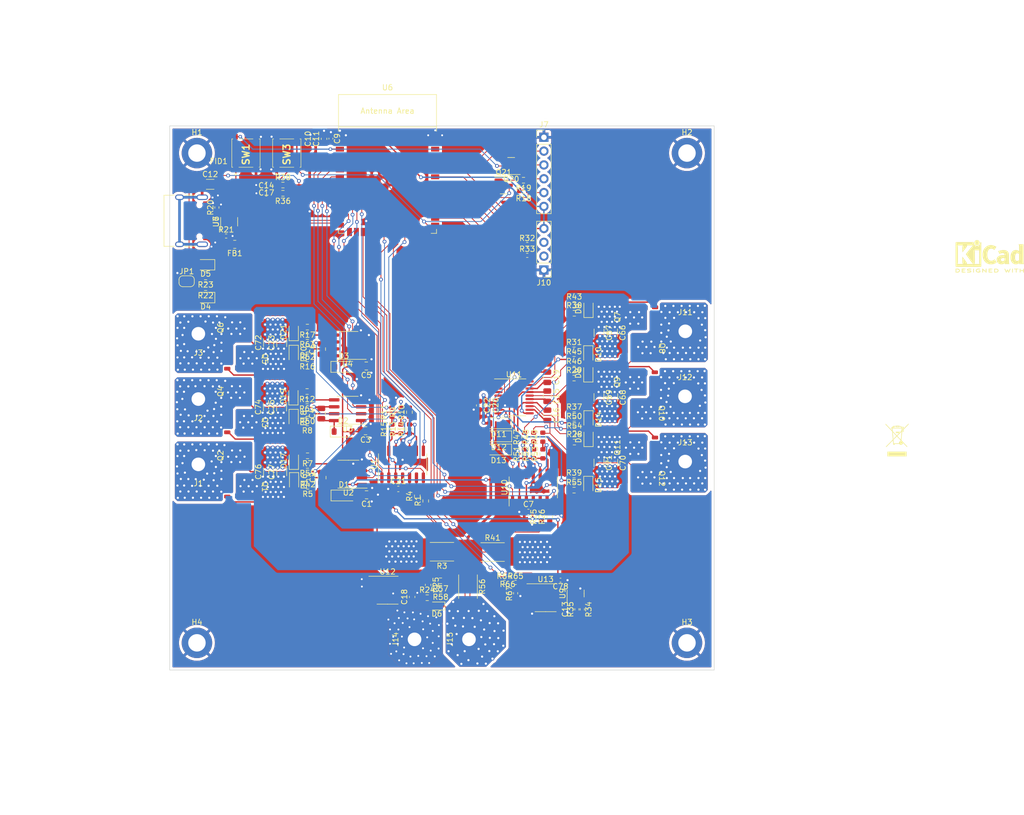
<source format=kicad_pcb>
(kicad_pcb (version 20221018) (generator pcbnew)
  (layers (0 "F.Cu" signal) (1 "In1.Cu" power) (2 "In2.Cu" power) (31 "B.Cu" signal) (34 "B.Paste" user) (35 "F.Paste" user) (36 "B.SilkS" user "B.Silkscreen") (37 "F.SilkS" user "F.Silkscreen") (38 "B.Mask" user) (39 "F.Mask" user) (44 "Edge.Cuts" user))
  (net 0 "")
  (net 1 "GND")
  (net 2 "+15V")
  (net 3 "/ESC_V1/HB1")
  (net 4 "/ESC_V1/A1")
  (net 5 "/ESC_V1/HB2")
  (net 6 "/ESC_V1/B1")
  (net 7 "/ESC_V1/HB3")
  (net 8 "/ESC_V1/C1")
  (net 9 "+3V3")
  (net 10 "Net-(J6-SHIELD)")
  (net 11 "/MCU/2V5_RAW")
  (net 12 "/MCU/ESP_EN")
  (net 13 "/MCU/ESP_BOOT")
  (net 14 "/ESC_V2/HB1")
  (net 15 "/ESC_V2/A1")
  (net 16 "/ESC_V2/HB2")
  (net 17 "/ESC_V2/B1")
  (net 18 "/ESC_V2/HB3")
  (net 19 "/ESC_V2/C1")
  (net 20 "Net-(U12-IN+)")
  (net 21 "Net-(U12-IN-)")
  (net 22 "Net-(D4-K)")
  (net 23 "+5V")
  (net 24 "Net-(D5-K)")
  (net 25 "Net-(D6-A)")
  (net 26 "VBUS")
  (net 27 "Net-(J7-Pin_2)")
  (net 28 "Net-(J7-Pin_3)")
  (net 29 "/MCU/cc1")
  (net 30 "D+")
  (net 31 "D-")
  (net 33 "/MCU/cc2")
  (net 35 "SCL")
  (net 36 "SDA")
  (net 37 "Net-(JP1-B)")
  (net 38 "ESC2_VCC")
  (net 39 "/ESC_V1/gate_H1")
  (net 40 "/ESC_V1/gate_L1")
  (net 41 "/ESC_V1/gate_H2")
  (net 42 "/ESC_V1/gate_L2")
  (net 43 "/ESC_V1/gate_H3")
  (net 44 "/ESC_V1/gate_L3")
  (net 45 "/ESC_V2/gate_H1")
  (net 46 "/ESC_V2/gate_L1")
  (net 47 "/ESC_V2/gate_H2")
  (net 48 "/ESC_V2/gate_L2")
  (net 49 "/ESC_V2/gate_H3")
  (net 50 "/ESC_V2/gate_L3")
  (net 51 "/ESC_V1/HO1")
  (net 52 "/ESC_V1/LO1")
  (net 53 "/ESC_V1/HO2")
  (net 54 "Net-(U1D-+)")
  (net 55 "Net-(U1C-+)")
  (net 56 "Net-(U1B-+)")
  (net 57 "/ESC_V1/LO2")
  (net 58 "/ESC_V1/star2")
  (net 59 "/ESC_V1/HO3")
  (net 60 "/ESC_V1/LO3")
  (net 61 "+VDC")
  (net 62 "/ESC_V2/HO1")
  (net 63 "/ESC_V2/LO1")
  (net 64 "/ESC_V2/HO2")
  (net 65 "Net-(U10D-+)")
  (net 66 "Net-(U10C-+)")
  (net 67 "Net-(U10B-+)")
  (net 68 "/ESC_V2/LO2")
  (net 69 "/ESC_V2/star2")
  (net 70 "/ESC_V2/HO3")
  (net 71 "/ESC_V2/LO3")
  (net 72 "VDC")
  (net 73 "Net-(U1B--)")
  (net 74 "Net-(U1A-+)")
  (net 75 "current")
  (net 81 "Net-(U10B--)")
  (net 82 "Net-(U10A-+)")
  (net 83 "/MCU/RST")
  (net 84 "/MCU/DTR")
  (net 85 "Net-(Q20-B)")
  (net 86 "Net-(Q21-B)")
  (net 87 "ESC1_VCC")
  (net 88 "/MCU/GPIO_12")
  (net 89 "/MCU/GPIO_04")
  (net 90 "/MCU/GPIO_05")
  (net 91 "/MCU/GPIO_06")
  (net 92 "/MCU/GPIO_07")
  (net 93 "/MCU/GPIO_08")
  (net 94 "/MCU/GPIO_15")
  (net 95 "/MCU/GPIO_16")
  (net 96 "/MCU/GPIO_17")
  (net 97 "/MCU/GPIO_18")
  (net 98 "/MCU/GPIO_11")
  (net 99 "/MCU/GPIO_13")
  (net 100 "/MCU/GPIO_14")
  (net 101 "/MCU/GPIO_21")
  (net 102 "/MCU/GPIO_47")
  (net 103 "/MCU/GPIO_48")
  (net 104 "/MCU/GPIO_35")
  (net 105 "/MCU/GPIO_36")
  (net 106 "/MCU/GPIO_37")
  (net 107 "/MCU/GPIO_38")
  (net 108 "/MCU/GPIO_39")
  (net 109 "/MCU/GPIO_40")
  (net 110 "/MCU/GPIO_41")
  (net 111 "/MCU/GPIO_42")
  (net 112 "/MCU/GPIO_02")
  (net 113 "/MCU/GPIO_01")
  (net 114 "Net-(D7-K)")
  (net 115 "Net-(D8-K)")
  (net 116 "Net-(D9-K)")
  (net 117 "Net-(D10-K)")
  (net 118 "Net-(D14-K)")
  (net 119 "Net-(D15-K)")
  (net 120 "Net-(D16-K)")
  (net 121 "Net-(D17-K)")
  (net 122 "Net-(D18-K)")
  (net 123 "Net-(D19-K)")
  (net 124 "Net-(D20-K)")
  (net 125 "Net-(D21-K)")
  (net 126 "REF_2v5")
  (net 127 "Net-(U13A-+)")
  (net 128 "Net-(U13A--)")
  (footprint "Capacitor_SMD:C_0805_2012Metric" (layer "F.Cu") (at 86.15 117.8 180)
    (fp_text reference "C1")
    (fp_text value "10u@50V")
  )
  (footprint "Capacitor_SMD:C_0805_2012Metric" (layer "F.Cu") (at 86.1 94.13 180)
    (fp_text reference "C5")
    (fp_text value "10u@50V")
  )
  (footprint "Capacitor_SMD:C_0402_1005Metric" (layer "F.Cu") (at 79.6 52.34 -90)
    (fp_text reference "C9")
    (fp_text value "1u")
  )
  (footprint "Resistor_SMD:R_0603_1608Metric" (layer "F.Cu") (at 124.3 84.4325)
    (fp_text reference "R30")
    (fp_text value "22")
  )
  (footprint "Capacitor_SMD:C_0805_2012Metric" (layer "F.Cu") (at 77.97 114.64 90)
    (fp_text reference "C2")
    (fp_text value "10u")
  )
  (footprint "Resistor_SMD:R_0402_1005Metric" (layer "F.Cu") (at 113.53 135.89 90)
    (fp_text reference "R67")
    (fp_text value "75k")
  )
  (footprint "Connector_PinHeader_2.54mm:PinHeader_1x06_P2.54mm_Vertical" (layer "F.Cu") (at 118.72 52.1)
    (fp_text reference "J7")
    (fp_text value "Conn_01x06")
  )
  (footprint "Resistor_SMD:R_0603_1608Metric" (layer "F.Cu") (at 116.845 110.2675 90)
    (fp_text reference "R52")
    (fp_text value "10K")
  )
  (footprint "MountingHole:MountingHole_2.5mm_Pad_TopBottom" (layer "F.Cu") (at 144.688621 87.755)
    (fp_text reference "J11")
    (fp_text value "A")
  )
  (footprint "Resistor_SMD:R_0603_1608Metric" (layer "F.Cu") (at 124.26 115.18)
    (fp_text reference "R39")
    (fp_text value "22")
  )
  (footprint "Resistor_SMD:R_0603_1608Metric" (layer "F.Cu") (at 75.35 116.22 180)
    (fp_text reference "R5")
    (fp_text value "22")
  )
  (footprint "Capacitor_SMD:C_0805_2012Metric" (layer "F.Cu") (at 85.96 106.02 180)
    (fp_text reference "C3")
    (fp_text value "10u@50V")
  )
  (footprint "Package_SO:TSSOP-20_4.4x6.5mm_P0.65mm" (layer "F.Cu") (at 113.23 99.89)
    (fp_text reference "U11")
    (fp_text value "DRV8300N")
  )
  (footprint "Resistor_SMD:R_0603_1608Metric" (layer "F.Cu") (at 115.145 107.1925 90)
    (fp_text reference "R47")
    (fp_text value "0")
  )
  (footprint "Capacitor_SMD:C_0603_1608Metric" (layer "F.Cu") (at 78.34 52.38 90)
    (fp_text reference "C11")
    (fp_text value "10u")
  )
  (footprint "Resistor_SMD:R_0603_1608Metric" (layer "F.Cu") (at 75.31 112.3925 180)
    (fp_text reference "R59")
    (fp_text value "22")
  )
  (footprint "Resistor_SMD:R_0402_1005Metric" (layer "F.Cu") (at 115.66 71.81)
    (fp_text reference "R32")
    (fp_text value "5k1")
  )
  (footprint "Diode_SMD:D_SOD-323" (layer "F.Cu") (at 126.91 83.61 90)
    (fp_text reference "D9")
    (fp_text value "1N5819WS")
  )
  (footprint "Diode_SMD:D_SOD-123" (layer "F.Cu") (at 110.4375 107.05 180)
    (fp_text reference "D12")
    (fp_text value "B5819W_SL")
  )
  (footprint "Resistor_SMD:R_0603_1608Metric" (layer "F.Cu") (at 118.525 110.2775 90)
    (fp_text reference "R53")
    (fp_text value "10K")
  )
  (footprint "Resistor_SMD:R_0603_1608Metric" (layer "F.Cu") (at 124.26 91.17)
    (fp_text reference "R31")
    (fp_text value "22")
  )
  (footprint "Capacitor_SMD:C_0805_2012Metric" (layer "F.Cu") (at 119.34 99.68 -90)
    (fp_text reference "C15")
    (fp_text value "10u")
  )
  (footprint "Package_TO_SOT_SMD:SOT-23" (layer "F.Cu") (at 124.55 135.9325 90)
    (fp_text reference "U9")
    (fp_text value "CJ431")
  )
  (footprint "Capacitor_SMD:C_0402_1005Metric" (layer "F.Cu") (at 123.78 138.84 90)
    (fp_text reference "C13")
    (fp_text value "1u")
  )
  (footprint "Resistor_SMD:R_0603_1608Metric" (layer "F.Cu") (at 124.26 92.9)
    (fp_text reference "R45")
    (fp_text value "22")
  )
  (footprint "MountingHole:MountingHole_3.2mm_M3_DIN965_Pad_TopBottom" (layer "F.Cu") (at 145 145)
    (fp_text reference "H3")
    (fp_text value "hole")
  )
  (footprint "Resistor_SMD:R_0603_1608Metric" (layer "F.Cu") (at 116.84 107.195 90)
    (fp_text reference "R48")
    (fp_text value "0")
  )
  (footprint "Symbol:KiCad-Logo2_5mm_SilkScreen" (layer "F.Cu") (at 200.60437 73.962424)
    (fp_text reference "FID2" hide)
    (fp_text value "Fiducial" hide)
  )
  (footprint "LED_SMD:LED_0603_1608Metric" (layer "F.Cu") (at 99.05 138.23 180)
    (fp_text reference "D6")
    (fp_text value "red")
  )
  (footprint "Capacitor_SMD:C_1206_3216Metric" (layer "F.Cu") (at 131.37 111.955 -90)
    (fp_text reference "C70")
    (fp_text value "10u")
  )
  (footprint "Z_mycustom_footprint_lib:DFN-8_(5x6)" (layer "F.Cu") (at 138.958621 90.755 -90)
    (fp_text reference "Q8")
    (fp_text value "HYG025N06LS1C2")
  )
  (footprint "Jumper:SolderJumper-2_P1.3mm_Bridged_RoundedPad1.0x1.5mm" (layer "F.Cu") (at 53.11 78.55)
    (fp_text reference "JP1")
    (fp_text value "Jumper_2_Bridged")
  )
  (footprint "Resistor_SMD:R_0603_1608Metric" (layer "F.Cu") (at 118.52 107.205 90)
    (fp_text reference "R49")
    (fp_text value "0")
  )
  (footprint "Resistor_SMD:R_2512_6332Metric" (layer "F.Cu") (at 109.3 128.32)
    (fp_text reference "R41")
    (fp_text value "1m")
  )
  (footprint "Z_mycustom_footprint_lib:DFN-8_(5x6)" (layer "F.Cu") (at 60.798621 87.205 90)
    (fp_text reference "Q6")
    (fp_text value "HYG025N06LS1C2")
  )
  (footprint "Capacitor_SMD:C_0603_1608Metric" (layer "F.Cu") (at 91.98 116.72)
    (fp_text reference "C21")
    (fp_text value "100n")
  )
  (footprint "Diode_SMD:D_SOD-323" (layer "F.Cu") (at 72.76 103.71 -90)
    (fp_text reference "D18")
    (fp_text value "1N5819WS")
  )
  (footprint "Resistor_SMD:R_0603_1608Metric" (layer "F.Cu") (at 75.35 114.46 180)
    (fp_text reference "R42")
    (fp_text value "22")
  )
  (footprint "Capacitor_SMD:C_1206_3216Metric" (layer "F.Cu") (at 57.43 60.74)
    (fp_text reference "C12")
    (fp_text value "1n")
  )
  (footprint "Resistor_SMD:R_0805_2012Metric" (layer "F.Cu") (at 56.595 79.52 180)
    (fp_text reference "R22")
    (fp_text value "1k")
  )
  (footprint "Diode_SMD:D_SOD-323" (layer "F.Cu") (at 72.72 99.68 90)
    (fp_text reference "D19")
    (fp_text value "1N5819WS")
  )
  (footprint "Z_mycustom_footprint_lib:DFN-8_(5x6)" (layer "F.Cu") (at 66.018621 116.205 -90)
    (fp_text reference "Q1")
    (fp_text value "HYG025N06LS1C2")
  )
  (footprint "Resistor_SMD:R_0603_1608Metric" (layer "F.Cu") (at 75.23 100.5525 180)
    (fp_text reference "R61")
    (fp_text value "22")
  )
  (footprint "Resistor_SMD:R_0603_1608Metric" (layer "F.Cu") (at 124.31 106.5525)
    (fp_text reference "R54")
    (fp_text value "22")
  )
  (footprint "Resistor_SMD:R_0603_1608Metric" (layer "F.Cu") (at 75.31 110.6325 180)
    (fp_text reference "R7")
    (fp_text value "22")
  )
  (footprint "Diode_SMD:D_SOD-323" (layer "F.Cu") (at 72.77 87.86 90)
    (fp_text reference "D21")
    (fp_text value "1N5819WS")
  )
  (footprint "Z_mycustom_footprint_lib:DFN-8_(5x6)" (layer "F.Cu") (at 66.018621 92.705 -90)
    (fp_text reference "Q5")
    (fp_text value "HYG025N06LS1C2")
  )
  (footprint "Diode_SMD:D_SOD-123" (layer "F.Cu") (at 81.96 94.29)
    (fp_text reference "D3")
    (fp_text value "B5819W_SL")
  )
  (footprint "Z_mycustom_footprint_lib:DFN-8_(5x6)" (layer "F.Cu") (at 60.798621 110.705 90)
    (fp_text reference "Q2")
    (fp_text value "HYG025N06LS1C2")
  )
  (footprint "MountingHole:MountingHole_3.2mm_M3_DIN965_Pad_TopBottom" (layer "F.Cu") (at 145 55)
    (fp_text reference "H2")
    (fp_text value "hole")
  )
  (footprint "Resistor_SMD:R_0603_1608Metric" (layer "F.Cu") (at 75.23 98.8125 180)
    (fp_text reference "R12")
    (fp_text value "22")
  )
  (footprint "Resistor_SMD:R_0603_1608Metric" (layer "F.Cu") (at 70.79 62.39 180)
    (fp_text reference "R36")
    (fp_text value "10k")
  )
  (footprint "Diode_SMD:D_SOD-123" (layer "F.Cu") (at 110.4125 109.47 180)
    (fp_text reference "D13")
    (fp_text value "B5819W_SL")
  )
  (footprint "Diode_SMD:D_SOD-323" (layer "F.Cu") (at 126.88 95.46 90)
    (fp_text reference "D8")
    (fp_text value "1N5819WS")
  )
  (footprint "Resistor_SMD:R_2512_6332Metric" (layer "F.Cu") (at 100 128.26 180)
    (fp_text reference "R3")
    (fp_text value "1m")
  )
  (footprint "Resistor_SMD:R_0603_1608Metric" (layer "F.Cu") (at 75.27 104.57 180)
    (fp_text reference "R8")
    (fp_text value "22")
  )
  (footprint "Diode_SMD:D_SOD-323" (layer "F.Cu") (at 126.92 107.3225 90)
    (fp_text reference "D7")
    (fp_text value "1N5819WS")
  )
  (footprint "Resistor_SMD:R_0603_1608Metric" (layer "F.Cu") (at 115.15 110.265 90)
    (fp_text reference "R51")
    (fp_text value "10K")
  )
  (footprint "Z_mycustom_footprint_lib:DFN-8_(5x6)" (layer "F.Cu") (at 133.688621 85.255 90)
    (fp_text reference "Q7")
    (fp_text value "HYG025N06LS1C2")
  )
  (footprint "Resistor_SMD:R_0603_1608Metric" (layer "F.Cu") (at 95.47 118.045 90)
    (fp_text reference "R4")
    (fp_text value "10K")
  )
  (footprint "Resistor_SMD:R_0603_1608Metric" (layer "F.Cu") (at 75.28 92.8 180)
    (fp_text reference "R16")
    (fp_text value "22")
  )
  (footprint "Capacitor_SMD:C_1206_3216Metric" (layer "F.Cu") (at 128.85 88.035 -90)
    (fp_text reference "C67")
    (fp_text value "10u")
  )
  (footprint "Capacitor_SMD:C_1206_3216Metric" (layer "F.Cu") (at 128.83 111.93 -90)
    (fp_text reference "C71")
    (fp_text value "10u")
  )
  (footprint "Resistor_SMD:R_0603_1608Metric" (layer "F.Cu") (at 118.2725 121.84 90)
    (fp_text reference "R25")
    (fp_text value "10K")
  )
  (footprint "SamacSys_Parts:PTS526SK15SMTR2LFS" (layer "F.Cu") (at 64 55 90)
    (fp_text reference "SW1")
    (fp_text value "MCU_RESET" hide)
  )
  (footprint "Capacitor_SMD:C_1206_3216Metric" (layer "F.Cu") (at 128.83 99.89 -90)
    (fp_text reference "C69")
    (fp_text value "10u")
  )
  (footprint "Resistor_SMD:R_0603_1608Metric" (layer "F.Cu") (at 124.26 116.94)
    (fp_text reference "R55")
    (fp_text value "22")
  )
  (footprint "Capacitor_SMD:C_0805_2012Metric" (layer "F.Cu") (at 77.88 91.02 90)
    (fp_text reference "C6")
    (fp_text value "10u")
  )
  (footprint "Resistor_SMD:R_0402_1005Metric" (layer "F.Cu") (at 111.48 133.9)
    (fp_text reference "R64")
    (fp_text value "1k")
  )
  (footprint "Capacitor_SMD:C_0402_1005Metric" (layer "F.Cu") (at 121.77 133.48 180)
    (fp_text reference "C78")
    (fp_text value "1u")
  )
  (footprint "Connector_PinHeader_2.54mm:PinHeader_1x04_P2.54mm_Vertical" (layer "F.Cu") (at 118.7225 76.48 180)
    (fp_text reference "J10")
    (fp_text value "Conn_01x04")
  )
  (footprint "Package_SO:SOIC-8_3.9x4.9mm_P1.27mm" (layer "F.Cu") (at 82.674975 102.26 180)
    (fp_text reference "U3")
    (fp_text value "LM5109BMA")
  )
  (footprint "Resistor_SMD:R_0402_1005Metric" (layer "F.Cu") (at 112.05 135.4)
    (fp_text reference "R66")
    (fp_text value "1k")
  )
  (footprint "Capacitor_SMD:C_0805_2012Metric" (layer "F.Cu") (at 77.84 102.87 90)
    (fp_text reference "C4")
    (fp_text value "10u")
  )
  (footprint "Resistor_SMD:R_0603_1608Metric" (layer "F.Cu") (at 124.29 104.7925)
    (fp_text reference "R50")
    (fp_text value "22")
  )
  (footprint "Resistor_SMD:R_0603_1608Metric" (layer "F.Cu") (at 124.26 96.3425)
    (fp_text reference "R29")
    (fp_text value "22")
  )
  (footprint "Capacitor_SMD:C_1206_3216Metric" (layer "F.Cu") (at 131.37 99.915 -90)
    (fp_text reference "C68")
    (fp_text value "10u")
  )
  (footprint "Z_mycustom_footprint_lib:DFN-8_(5x6)" (layer "F.Cu") (at 66.018621 104.405 -90)
    (fp_text reference "Q3")
    (fp_text value "HYG025N06LS1C2")
  )
  (footprint "Resistor_SMD:R_0402_1005Metric" (layer "F.Cu") (at 60.36 70.24)
    (fp_text reference "R21")
    (fp_text value "5k1")
  )
  (footprint "LED_SMD:LED_0805_2012Metric" (layer "F.Cu") (at 56.6025 81.555 180)
    (fp_text reference "D4")
    (fp_text value "green")
  )
  (footprint "SamacSys_Parts:PTS526SK15SMTR2LFS" (layer "F.Cu") (at 71.5 55 90)
    (fp_text reference "SW3")
    (fp_text value "MCU_RESET" hide)
  )
  (footprint "LED_SMD:LED_0805_2012Metric" (layer "F.Cu") (at 56.5925 75.53 180)
    (fp_text reference "D5")
    (fp_text value "green")
  )
  (footprint "Diode_SMD:D_SOD-323" (layer "F.Cu") (at 72.77 91.93 -90)
    (fp_text reference "D20")
    (fp_text value "1N5819WS")
  )
  (footprint "Diode_SMD:D_SOD-123" (layer "F.Cu") (at 81.99 117.92)
    (fp_text reference "D1")
    (fp_text value "B5819W_SL")
  )
  (footprint "Resistor_SMD:R_0402_1005Metric" (layer "F.Cu") (at 113.52 133.9)
    (fp_text reference "R65")
    (fp_text value "75k")
  )
  (footprint "Package_SO:SOIC-8_3.9x4.9mm_P1.27mm" (layer "F.Cu") (at 82.635 90.345 180)
    (fp_text reference "U4")
    (fp_text value "LM5109BMA")
  )
  (footprint "Resistor_SMD:R_0402_1005Metric" (layer "F.Cu") (at 115.66 73.8)
    (fp_text reference "R33")
    (fp_text value "5k1")
  )
  (footprint "Capacitor_SMD:C_1206_3216Metric" (layer "F.Cu") (at 70.55 101.7 90)
    (fp_text reference "C75")
    (fp_text value "10u")
  )
  (footprint "Capacitor_SMD:C_0603_1608Metric" (layer "F.Cu") (at 106.84 101.375 -90)
    (fp_text reference "C22")
    (fp_text value "10u")
  )
  (footprint "Capacitor_SMD:C_0603_1608Metric" (layer "F.Cu") (at 97.45 134.35 -90)
    (fp_text reference "C25")
    (fp_text value "100n")
  )
  (footprint "Resistor_SMD:R_0603_1608Metric" (layer "F.Cu") (at 75.28 88.73 180)
    (fp_text reference "R63")
    (fp_text value "22")
  )
  (footprint "Z_mycustom_footprint_lib:DFN-8_(5x6)" (layer "F.Cu") (at 138.94 114.69 -90)
    (fp_text reference "Q12")
    (fp_text value "HYG025N06LS1C2")
  )
  (footprint "Resistor_SMD:R_0603_1608Metric" (layer "F.Cu") (at 70.79 60.87)
    (fp_text reference "R38")
    (fp_text value "10k")
  )
  (footprint "Resistor_SMD:R_0402_1005Metric" (layer "F.Cu") (at 58.66 65 90)
    (fp_text reference "R20")
    (fp_text value "5k1")
  )
  (footprint "MountingHole:MountingHole_3.2mm_M3_DIN965_Pad_TopBottom" (layer "F.Cu") (at 55 55)
    (fp_text reference "H1")
    (fp_text value "hole")
  )
  (footprint "MountingHole:MountingHole_2.5mm_Pad_TopBottom" (layer "F.Cu") (at 55.258621 112.205 180)
    (fp_text reference "J1")
    (fp_text value "A")
  )
  (footprint "Z_mycustom_footprint_lib:DFN-8_(5x6)" (layer "F.Cu") (at 133.64 97.2 90)
    (fp_text reference "Q9")
    (fp_text value "HYG025N06LS1C2")
  )
  (footprint "Capacitor_SMD:C_0805_2012Metric" (layer "F.Cu") (at 119.36 103.19 -90)
    (fp_text reference "C16")
    (fp_text value "10u")
  )
  (footprint "Diode_SMD:D_SOD-323" (layer "F.Cu") (at 126.91 103.9525 -90)
    (fp_text reference "D14")
    (fp_text value "1N5819WS")
  )
  (footprint "Diode_SMD:D_SOD-123" (layer "F.Cu") (at 81.844975 106.18)
    (fp_text reference "D2")
    (fp_text value "B5819W_SL")
  )
  (footprint "Package_SO:SOIC-8_3.9x4.9mm_P1.27mm" (layer "F.Cu") (at 90.01 135.33)
    (fp_text reference "U12")
    (fp_text value "INA219AxD")
  )
  (footprint "Resistor_SMD:R_0402_1005Metric" (layer "F.Cu") (at 124.78 138.85 90)
    (fp_text reference "R35")
    (fp_text value "2k")
  )
  (footprint "Resistor_SMD:R_0805_2012Metric" (layer "F.Cu") (at 56.5925 77.54 180)
    (fp_text reference "R23")
    (fp_text value "1k")
  )
  (footprint "Package_SO:SOIC-8_3.9x4.9mm_P1.27mm" (layer "F.Cu") (at 82.815 114.005 180)
    (fp_text reference "U2")
    (fp_text value "LM5109BMA")
  )
  (footprint "Resistor_SMD:R_0603_1608Metric" (layer "F.Cu") (at 90.81 105.71 90)
    (fp_text reference "R15")
    (fp_text value "10K")
  )
  (footprint "Resistor_SMD:R_0603_1608Metric" (layer "F.Cu") (at 99.73 133.605 180)
    (fp_text reference "R57")
    (fp_text value "5R1")
  )
  (footprint "Z_mycustom_footprint_lib:DFN-8_(5x6)" (layer "F.Cu") (at 60.798621 98.905 90)
    (fp_text reference "Q4")
    (fp_text value "HYG025N06LS1C2")
  )
  (footprint "Capacitor_SMD:C_0805_2012Metric" (layer "F.Cu") (at 119.34 96.19 -90)
    (fp_text reference "C19")
    (fp_text value "10u")
  )
  (footprint "MountingHole:MountingHole_2.5mm_Pad_TopBottom" (layer "F.Cu") (at 55.258621 100.205 180)
    (fp_text reference "J2")
    (fp_text value "B")
  )
  (footprint "Capacitor_SMD:C_0603_1608Metric" (layer "F.Cu") (at 67.75 60.85 180)
    (fp_text reference "C17")
    (fp_text value "100n")
  )
  (footprint "Resistor_SMD:R_0603_1608Metric" (layer "F.Cu") (at 114.9725 59.99 180)
    (fp_text reference "R19")
    (fp_text value "10k")
  )
  (footprint "Resistor_SMD:R_0603_1608Metric" (layer "F.Cu") (at 94.04 105.71 90)
    (fp_text reference "R14")
    (fp_text value "10K")
  )
  (footprint "MountingHole:MountingHole_2.5mm_Pad_TopBottom" (layer "F.Cu") (at 144.64 99.7)
    (fp_text reference "J12")
    (fp_text value "B")
  )
  (footprint "MountingHole:MountingHole_2.5mm_Pad_TopBottom" (layer "F.Cu") (at 144.67 111.69)
    (fp_text reference "J13")
    (fp_text value "C")
  )
  (footprint "Resistor_SMD:R_0603_1608Metric" (layer "F.Cu") (at 97.02 118.93 90)
    (fp_text reference "R1")
    (fp_text value "10K")
  )
  (footprint "Capacitor_SMD:C_1206_3216Metric" (layer "F.Cu") (at 68.14 89.845 90)
    (fp_text reference "C72")
    (fp_text value "10u")
  )
  (footprint "Capacitor_SMD:C_0603_1608Metric" (layer "F.Cu") (at 76.81 52.38 90)
    (fp_text reference "C10")
    (fp_text value "10u")
  )
  (footprint "Resistor_SMD:R_0603_1608Metric" (layer "F.Cu") (at 75.28 91.04 180)
    (fp_text reference "R62")
    (fp_text value "22")
  )
  (footprint "Capacitor_SMD:C_1206_3216Metric" (layer "F.Cu") (at 68.11 101.675 90)
    (fp_text reference "C74")
    (fp_text value "10u")
  )
  (footprint "Fiducial:Fiducial_0.5mm_Mask1mm" (layer "F.Cu") (at 59 58)
    (fp_text reference "FID1")
    (fp_text value "Fiducial")
  )
  (footprint "Package_TO_SOT_SMD:SOT-23-6" (layer "F.Cu") (at 60.92 67.62 90)
    (fp_text reference "U7")
    (fp_text value "SRV05-4")
  )
  (footprint "Resistor_SMD:R_0805_2012Metric" (layer "F.Cu") (at 61.94 71.77 180)
    (fp_text reference "FB1")
    (fp_text value "FerriteBead_Small")
  )
  (footprint "Package_SO:SOIC-14_3.9x8.7mm_P1.27mm" (layer "F.Cu") (at 92.775 112.19 90)
    (fp_text reference "U1")
    (fp_text value "LM324")
  )
  (footprint "Package_TO_SOT_SMD:SOT-23" (layer "F.Cu") (at 111.3325 60.93)
    (fp_text reference "Q21")
    (fp_text value "MMBT5551L")
  )
  (footprint "Diode_SMD:D_SOD-123" (layer "F.Cu") (at 110.43 104.65 180)
    (fp_text reference "D11")
    (fp_text value "B5819W_SL")
  )
  (footprint "Capacitor_SMD:C_1206_3216Metric" (layer "F.Cu") (at 68.14 113.565 90)
    (fp_text reference "C76")
    (fp_text value "10u")
  )
  (footprint "Package_SO:SOIC-14_3.9x8.7mm_P1.27mm" (layer "F.Cu") (at 116.77 116.43 90)
    (fp_text reference "U10")
    (fp_text value "LM324")
  )
  (footprint "Resistor_SMD:R_0603_1608Metric" (layer "F.Cu") (at 124.32 108.1125)
    (fp_text reference "R28")
    (fp_text value "22")
  )
  (footprint "Resistor_SMD:R_0603_1608Metric" (layer "F.Cu") (at 97.29 136.71)
    (fp_text reference "R24")
    (fp_text value "1k")
  )
  (footprint "Diode_SMD:D_SOD-323" (layer "F.Cu") (at 72.8 111.52 90)
    (fp_text reference "D17")
    (fp_text value "1N5819WS")
  )
  (footprint "Connector_USB:USB_C_Receptacle_HRO_TYPE-C-31-M-12" (layer "F.Cu") (at 52.85 67.44 -90)
    (fp_text reference "J6")
    (fp_text value "USB_C_Receptacle")
  )
  (footprint "Capacitor_SMD:C_0603_1608Metric" (layer "F.Cu") (at 115.88 120.96)
    (fp_text reference "C7")
    (fp_text value "100n")
  )
  (footprint "Z_mycustom_footprint_lib:DFN-8_(5x6)" (layer "F.Cu") (at 133.67 109.19 90)
    (fp_text reference "Q11")
    (fp_text value "HYG025N06LS1C2")
  )
  (footprint "Package_TO_SOT_SMD:SOT-23" (layer "F.Cu") (at 112.7075 57.38 180)
    (fp_text reference "Q20")
    (fp_text value "MMBT5551L")
  )
  (footprint "Resistor_SMD:R_0603_1608Metric" (layer "F.Cu") (at 114.995 61.9 180)
    (fp_text reference "R18")
    (fp_text value "10k")
  )
  (footprint "Resistor_SMD:R_2512_6332Metric" (layer "F.Cu") (at 104.78 134.6725 -90)
    (fp_text reference "R56")
    (fp_text value "1m")
  )
  (footprint "Resistor_SMD:R_0603_1608Metric" (layer "F.Cu") (at 90.81 102.605 90)
    (fp_text reference "R11")
    (fp_text value "0")
  )
  (footprint "Capacitor_SMD:C_1206_3216Metric" (layer "F.Cu") (at 70.58 113.59 90)
    (fp_text reference "C77")
    (fp_text value "10u")
  )
  (footprint "Resistor_SMD:R_0603_1608Metric" (layer "F.Cu") (at 92.46 102.625 90)
    (fp_text reference "R9")
    (fp_text value "0")
  )
  (footprint "Resistor_SMD:R_0603_1608Metric" (layer "F.Cu") (at 92.435 105.71 90)
    (fp_text reference "R13")
    (fp_text value "10K")
  )
  (footprint "Capacitor_SMD:C_0603_1608Metric" (layer "F.Cu") (at 67.735 62.39)
    (fp_text reference "C14")
    (fp_text value "100n")
  )
  (footprint "Resistor_SMD:R_0603_1608Metric" (layer "F.Cu") (at 119.7925 121.845 90)
    (fp_text reference "R26")
    (fp_text value "10K")
  )
  (footprint "Resistor_SMD:R_0603_1608Metric" (layer "F.Cu") (at 124.27 94.68)
    (fp_text reference "R46")
    (fp_text value "22")
  )
  (footprint "Capacitor_SMD:C_1206_3216Metric" (layer "F.Cu") (at 70.58 89.87 90)
    (fp_text reference "C73")
    (fp_text value "10u")
  )
  (footprint "Resistor_SMD:R_0603_1608Metric" (layer "F.Cu") (at 75.27 102.86 180)
    (fp_text reference "R60")
    (fp_text value "22")
  )
  (footprint "Diode_SMD:D_SOD-323" (layer "F.Cu") (at 72.84 115.33 -90)
    (fp_text reference "D16")
    (fp_text value "1N5819WS")
  )
  (footprint "Diode_SMD:D_SOD-323" (layer "F.Cu") (at 126.88 116.01 -90)
    (fp_text reference "D15")
    (fp_text value "1N5819WS")
  )
  (footprint "Resistor_SMD:R_0603_1608Metric" (layer "F.Cu") (at 124.29 103.0725)
    (fp_text reference "R37")
    (fp_text value "22")
  )
  (footprint "Capacitor_SMD:C_0603_1608Metric" (layer "F.Cu") (at 108.42 101.345 -90)
    (fp_text reference "C20")
    (fp_text value "10u")
  )
  (footprint "MountingHole:MountingHole_3.2mm_M3_DIN965_Pad_TopBottom" (layer "F.Cu") (at 55 145)
    (fp_text reference "H4")
    (fp_text value "hole")
  )
  (footprint "MountingHole:MountingHole_2.5mm_Pad_TopBottom" (layer "F.Cu") (at 104.96 144.36 90)
    (fp_text reference "J15")
    (fp_text value "A")
  )
  (footprint "Resistor_SMD:R_0603_1608Metric" (layer "F.Cu") (at 94.02 102.615 90)
    (fp_text reference "R10")
    (fp_text value "0")
  )
  (footprint "Diode_SMD:D_SOD-323" (layer "F.Cu") (at 126.88 92.01 -90)
    (fp_text reference "D10")
    (fp_text value "1N5819WS")
  )
  (footprint "MountingHole:MountingHole_2.5mm_Pad_TopBottom" (layer "F.Cu") (at 55.258621 88.205 180)
    (fp_text reference "J3")
    (fp_text value "C")
  )
  (footprint "Resistor_SMD:R_0603_1608Metric" (layer "F.Cu") (at 75.28 86.98 180)
    (fp_text reference "R17")
    (fp_text value "22")
  )
  (footprint "Symbol:WEEE-Logo_4.2x6mm_SilkScreen" (layer "F.Cu") (at 183.579975 107.717233)
    (fp_text reference "FID3" hide)
    (fp_text value "Fiducial" hide)
  )
  (footprint "Capacitor_SMD:C_1206_3216Metric" (layer "F.Cu") (at 131.32 88.03 -90)
    (fp_text reference "C66")
    (fp_text value "10u")
  )
  (footprint "MountingHole:MountingHole_2.5mm_Pad_TopBottom" (layer "F.Cu") (at 94.96 144.36 90)
    (fp_text reference "J14")
    (fp_text value "A")
  )
  (footprint "Resistor_SMD:R_0603_1608Metric" (layer "F.Cu") (at 124.29 82.8225)
    (fp_text reference "R43")
    (fp_text value "22")
  )
  (footprint "Resistor_SMD:R_0603_1608Metric" (layer "F.Cu") (at 99.74 135.155 180)
    (fp_text reference "R58")
    (fp_text value "5R1")
  )
  (footprint "Package_SO:SOIC-8_3.9x4.9mm_P1.27mm" (layer "F.Cu") (at 119.035 136.715)
    (fp_text reference "U13")
    (fp_text value "MCP6002-xSN")
  )
  (footprint "Capacitor_SMD:C_0603_1608Metric" (layer "F.Cu") (at 94.52 136.57 90)
    (fp_text reference "C18")
    (fp_text value "10u")
  )
  (footprint "Z_mycustom_footprint_lib:DFN-8_(5x6)" (layer "F.Cu") (at 138.91 102.7 -90)
    (fp_text reference "Q10")
    (fp_text value "HYG025N06LS1C2")
  )
  (footprint "Resistor_SMD:R_0402_1005Metric" (layer "F.Cu") (at 125.77 138.8475 -90)
    (fp_text reference "R34")
    (fp_text value "470")
  )
  (footprint "Espressif:ESP32-S3-WROOM-1" (layer "F.Cu") (at 90 60)
    (fp_text reference "U6")
    (fp_text value "ESP32-S3-WROOM-1")
  )
  (gr_rect locked (start 50 50) (end 150 150) (stroke (width 0.1)) (fill none) (layer "Edge.Cuts"))
  (segment (start 108.42 103.11) (end 108.42 102.12) (width 0.5) (layer "F.Cu") (net 1))
  (segment (start 98.75 50.8345) (end 98.76 50.8245) (width 0.25) (layer "F.Cu") (net 1))
  (segment (start 87.535 134.695) (end 85.325 134.695) (width 0.25) (layer "F.Cu") (net 1))
  (segment (start 81.25 51.74) (end 81.25 50.9) (width 0.25) (layer "F.Cu") (net 1))
  (segment (start 92.775 109.715) (end 92.775 107.965) (width 0.25) (layer "F.Cu") (net 1))
  (segment (start 108.46 103.15) (end 108.42 103.11) (width 0.5) (layer "F.Cu") (net 1))
  (segment (start 85.149975 100.355) (end 86.665 100.355) (width 0.25) (layer "F.Cu") (net 1))
  (segment (start 76.81 51.605) (end 75.875 51.605) (width 0.25) (layer "F.Cu") (net 1))
  (segment (start 91.205 116.72) (end 90.125 116.72) (width 0.25) (layer "F.Cu") (net 1))
  (segment (start 86.91 106.02) (end 86.91 107.32) (width 0.25) (layer "F.Cu") (net 1))
  (segment (start 59.38 64.49) (end 59.42 64.45) (width 0.2) (layer "F.Cu") (net 1))
  (segment (start 57.96 63.26) (end 57.96 64.19) (width 0.5) (layer "F.Cu") (net 1))
  (segment (start 106.87 102.12) (end 106.84 102.15) (width 0.5) (layer "F.Cu") (net 1))
  (segment (start 85.395 133.425) (end 85.27 133.3) (width 0.25) (layer "F.Cu") (net 1))
  (segment (start 75.875 51.605) (end 75.85 51.63) (width 0.25) (layer "F.Cu") (net 1))
  (segment (start 122.25 133.48) (end 123.06 133.48) (width 0.25) (layer "F.Cu") (net 1))
  (segment (start 87.535 133.425) (end 85.395 133.425) (width 0.25) (layer "F.Cu") (net 1))
  (segment (start 87.05 94.13) (end 87.05 95.37) (width 0.25) (layer "F.Cu") (net 1))
  (segment (start 116.56 138.62) (end 116.56 139.63) (width 0.25) (layer "F.Cu") (net 1))
  (segment (start 65.9 60.85) (end 65.88 60.87) (width 0.2) (layer "F.Cu") (net 1))
  (segment (start 68.72 52) (end 68.71 51.99) (width 0.25) (layer "F.Cu") (net 1))
  (segment (start 92.485 135.965) (end 91.075 135.965) (width 0.25) (layer "F.Cu") (net 1))
  (segment (start 79.6 51.86) (end 79.6 51.15) (width 0.25) (layer "F.Cu") (net 1))
  (segment (start 69.65 58) (end 68.67 58) (width 0.25) (layer "F.Cu") (net 1))
  (segment (start 105.84 102.15) (end 105.83 102.14) (width 0.5) (layer "F.Cu") (net 1))
  (segment (start 68.67 58) (end 68.66 58.01) (width 0.25) (layer "F.Cu") (net 1))
  (segment (start 115.105 120.96) (end 114.22 120.96) (width 0.25) (layer "F.Cu") (net 1))
  (segment (start 95.455 135.795) (end 95.47 135.81) (width 0.25) (layer "F.Cu") (net 1))
  (segment (start 57.67 72.12) (end 58.36 71.43) (width 0.5) (layer "F.Cu") (net 1))
  (segment (start 57.58 70.69) (end 56.895 70.69) (width 0.5) (layer "F.Cu") (net 1))
  (segment (start 58.905 62.135) (end 58.905 60.74) (width 0.5) (layer "F.Cu") (net 1))
  (segment (start 107.5 102.12) (end 106.87 102.12) (width 0.5) (layer "F.Cu") (net 1))
  (segment (start 57.87 63.17) (end 56.895 64.145) (width 0.5) (layer "F.Cu") (net 1))
  (segment (start 87.1 117.8) (end 87.1 119.02) (width 0.25) (layer "F.Cu") (net 1))
  (segment (start 66.75 52.01) (end 66.74 52) (width 0.25) (layer "F.Cu") (net 1))
  (segment (start 111.445 101.515) (end 111.58 101.38) (width 0.5) (layer "F.Cu") (net 1))
  (segment (start 95.565 135.81) (end 96.465 136.71) (width 0.25) (layer "F.Cu") (net 1))
  (segment (start 109.025 101.515) (end 108.42 102.12) (width 0.5) (layer "F.Cu") (net 1))
  (segment (start 116.77 112.48) (end 116.77 113.955) (width 0.25) (layer "F.Cu") (net 1))
  (segment (start 77.065 51.86) (end 76.945 51.74) (width 0.5) (layer "F.Cu") (net 1))
  (segment (start 76.945 51.74) (end 76.81 51.605) (width 0.25) (layer "F.Cu") (net 1))
  (segment (start 88.21 117.8) (end 88.24 117.77) (width 0.25) (layer "F.Cu") (net 1))
  (segment (start 86.665 100.355) (end 86.68 100.34) (width 0.25) (layer "F.Cu") (net 1))
  (segment (start 78.34 51.605) (end 78.34 50.9) (width 0.25) (layer "F.Cu") (net 1))
  (segment (start 98.75 51.74) (end 98.75 50.8345) (width 0.25) (layer "F.Cu") (net 1))
  (segment (start 57.87 63.17) (end 57.96 63.26) (width 0.5) (layer "F.Cu") (net 1))
  (segment (start 60.87 70.24) (end 61.54 70.24) (width 0.2) (layer "F.Cu") (net 1))
  (segment (start 94.35 135.965) (end 94.52 135.795) (width 0.25) (layer "F.Cu") (net 1))
  (segment (start 91.075 135.965) (end 91.04 135.93) (width 0.25) (layer "F.Cu") (net 1))
  (segment (start 123.78 139.32) (end 123.03 139.32) (width 0.25) (layer "F.Cu") (net 1))
  (segment (start 85.29 112.1) (end 85.29 111.3) (width 0.25) (layer "F.Cu") (net 1))
  (segment (start 57.96 64.19) (end 56.895 64.19) (width 0.5) (layer "F.Cu") (net 1))
  (segment (start 52.46 78.09) (end 51.41 77.04) (width 0.25) (layer "F.Cu") (net 1))
  (segment (start 57.45 64.19) (end 56.895 64.19) (width 0.5) (layer "F.Cu") (net 1))
  (segment (start 87.05 94.13) (end 87.05 92.9) (width 0.25) (layer "F.Cu") (net 1))
  (segment (start 52.46 78.55) (end 52.46 78.09) (width 0.25) (layer "F.Cu") (net 1))
  (segment (start 58.36 71.43) (end 58.32 71.43) (width 0.5) (layer "F.Cu") (net 1))
  (segment (start 57.67 72.19) (end 57.67 71.465) (width 0.5) (layer "F.Cu") (net 1))
  (segment (start 100.02 51.74) (end 100.03 51.73) (width 0.25) (layer "F.Cu") (net 1))
  (segment (start 94.52 135.795) (end 95.455 135.795) (width 0.25) (layer "F.Cu") (net 1))
  (segment (start 123.03 139.32) (end 123.02 139.31) (width 0.25) (layer "F.Cu") (net 1))
  (segment (start 57.67 71.465) (end 56.895 70.69) (width 0.5) (layer "F.Cu") (net 1))
  (segment (start 114.22 120.96) (end 114.2 120.94) (width 0.25) (layer "F.Cu") (net 1))
  (segment (start 58.36 71.43) (end 57.705 71.43) (width 0.5) (layer "F.Cu") (net 1))
  (segment (start 66.975 60.85) (end 65.9 60.85) (width 0.2) (layer "F.Cu") (net 1))
  (segment (start 85.325 134.695) (end 85.29 134.66) (width 0.25) (layer "F.Cu") (net 1))
  (segment (start 85.11 88.44) (end 85.11 87.57) (width 0.25) (layer "F.Cu") (net 1))
  (segment (start 92.775 109.715) (end 92.775 111.355) (width 0.25) (layer "F.Cu") (net 1))
  (segment (start 57.96 64.19) (end 58.36 64.19) (width 0.5) (layer "F.Cu") (net 1))
  (segment (start 98.75 51.74) (end 100.02 51.74) (width 0.25) (layer "F.Cu") (net 1))
  (segment (start 82.34 51.74) (end 82.35 51.73) (width 0.25) (layer "F.Cu") (net 1))
  (segment (start 66.74 52) (end 65.85 52) (width 0.25) (layer "F.Cu") (net 1))
  (segment (start 92.485 135.965) (end 94.35 135.965) (width 0.25) (layer "F.Cu") (net 1))
  (segment (start 97.48 51.74) (end 97.47 51.73) (width 0.25) (layer "F.Cu") (net 1))
  (segment (start 106.84 102.15) (end 105.84 102.15) (width 0.5) (layer "F.Cu") (net 1))
  (segment (start 116.56 139.63) (end 116.55 139.64) (width 0.25) (layer "F.Cu") (net 1))
  (segment (start 116.77 115.97) (end 116.79 115.99) (width 0.25) (layer "F.Cu") (net 1))
  (segment (start 98.75 51.74) (end 97.48 51.74) (width 0.25) (layer "F.Cu") (net 1))
  (segment (start 85.149975 100.355) (end 85.149975 99.520025) (width 0.25) (layer "F.Cu") (net 1))
  (segment (start 57.87 63.17) (end 58.905 62.135) (width 0.5) (layer "F.Cu") (net 1))
  (segment (start 81.25 50.9) (end 81.26 50.89) (width 0.25) (layer "F.Cu") (net 1))
  (segment (start 69.65 52) (end 68.72 52) (width 0.25) (layer "F.Cu") (net 1))
  (segment (start 110.3675 101.515) (end 109.025 101.515) (width 0.5) (layer "F.Cu") (net 1))
  (segment (start 58.85 62.79) (end 57.45 64.19) (width 0.5) (layer "F.Cu") (net 1))
  (segment (start 66.96 62.39) (end 65.92 62.39) (width 0.2) (layer "F.Cu") (net 1))
  (segment (start 60.92 68.7575) (end 60.92 70.19) (width 0.2) (layer "F.Cu") (net 1))
  (segment (start 87.05 92.9) (end 87.06 92.89) (width 0.25) (layer "F.Cu") (net 1))
  (segment (start 58.66 64.49) (end 59.38 64.49) (width 0.2) (layer "F.Cu") (net 1))
  (segment (start 65.85 58) (end 66.66 58) (width 0.25) (layer "F.Cu") (net 1))
  (segment (start 58.32 71.43) (end 57.58 70.69) (width 0.5) (layer "F.Cu") (net 1))
  (segment (start 66.66 58) (end 66.68 57.98) (width 0.25) (layer "F.Cu") (net 1))
  (segment (start 83.73 112.1) (end 83.71 112.08) (width 0.25) (layer "F.Cu") (net 1))
  (segment (start 85.29 112.1) (end 83.73 112.1) (width 0.25) (layer "F.Cu") (net 1))
  (segment (start 110.3675 101.515) (end 111.445 101.515) (width 0.5) (layer "F.Cu") (net 1))
  (segment (start 81.25 51.74) (end 82.34 51.74) (width 0.25) (layer "F.Cu") (net 1))
  (segment (start 57.705 71.43) (end 57.67 71.465) (width 0.5) (layer "F.Cu") (net 1))
  (segment (start 92.775 111.355) (end 92.765 111.365) (width 0.25) (layer "F.Cu") (net 1))
  (segment (start 81.13 51.86) (end 77.065 51.86) (width 0.5) (layer "F.Cu") (net 1))
  (segment (start 56.895 64.145) (end 56.895 64.19) (width 0.5) (layer "F.Cu") (net 1))
  (segment (start 108.42 102.12) (end 107.5 102.12) (width 0.5) (layer "F.Cu") (net 1))
  (segment (start 116.77 113.955) (end 116.77 115.97) (width 0.25) (layer "F.Cu") (net 1))
  (segment (start 86.91 106.02) (end 86.91 104.77) (width 0.25) (layer "F.Cu") (net 1))
  (segment (start 58.36 64.19) (end 58.66 64.49) (width 0.5) (layer "F.Cu") (net 1))
  (segment (start 60.92 70.19) (end 60.87 70.24) (width 0.2) (layer "F.Cu") (net 1))
  (segment (start 87.1 117.8) (end 87.1 116.62) (width 0.25) (layer "F.Cu") (net 1))
  (segment (start 57.67 72.19) (end 57.67 72.12) (width 0.5) (layer "F.Cu") (net 1))
  (segment (start 95.47 135.81) (end 95.565 135.81) (width 0.25) (layer "F.Cu") (net 1))
  (segment (start 92.775 107.965) (end 92.9 107.84) (width 0.25) (layer "F.Cu") (net 1))
  (segment (start 87.1 116.62) (end 87.18 116.54) (width 0.25) (layer "F.Cu") (net 1))
  (segment (start 85.149975 99.520025) (end 85.15 99.52) (width 0.25) (layer "F.Cu") (net 1))
  (segment (start 124.565 135.01) (end 124.55 134.995) (width 0.25) (layer "F.Cu") (net 1))
  (segment (start 113.53 136.4) (end 114.4 136.4) (width 0.15) (layer "F.Cu") (net 1))
  (segment (start 85.11 88.44) (end 86.58 88.44) (width 0.25) (layer "F.Cu") (net 1))
  (segment (start 87.1 117.8) (end 88.21 117.8) (width 0.25) (layer "F.Cu") (net 1))
  (segment (start 81.25 51.74) (end 81.13 51.86) (width 0.5) (layer "F.Cu") (net 1))
  (segment (start 125.41 135.01) (end 124.565 135.01) (width 0.25) (layer "F.Cu") (net 1))
  (via (at 92.94 147.08) (size 0.65) (drill 0.35) (layers "F.Cu" "B.Cu") (net 1))
  (via (at 131.78 88.63) (size 0.7) (drill 0.4) (layers "F.Cu" "B.Cu") (net 1))
  (via (at 98.3 145.02) (size 0.65) (drill 0.35) (layers "F.Cu" "B.Cu") (net 1))
  (via (at 116.55 123.28) (size 0.7) (drill 0.4) (layers "F.Cu" "B.Cu") (net 1))
  (via (at 129.94 92.32) (size 0.7) (drill 0.4) (layers "F.Cu" "B.Cu") (net 1))
  (via (at 98.67 147.5) (size 0.65) (drill 0.35) (layers "F.Cu" "B.Cu") (net 1))
  (via (at 68.868621 97.355) (size 0.7) (drill 0.4) (layers "F.Cu" "B.Cu") (net 1))
  (via (at 128.525 113.505) (size 0.7) (drill 0.4) (layers "F.Cu" "B.Cu") (net 1))
  (via (at 68.71 51.99) (size 0.7) (drill 0.4) (layers "F.Cu" "B.Cu") (net 1))
  (via (at 97.29 143.99) (size 0.65) (drill 0.35) (layers "F.Cu" "B.Cu") (net 1))
  (via (at 129.92 104.26) (size 0.7) (drill 0.4) (layers "F.Cu" "B.Cu") (net 1))
  (via (at 129.41 101.52) (size 0.7) (drill 0.4) (layers "F.Cu" "B.Cu") (net 1))
  (via (at 132.23 101.52) (size 0.7) (drill 0.4) (layers "F.Cu" "B.Cu") (net 1))
  (via (at 113.89 109.69) (size 0.7) (drill 0.4) (layers "F.Cu" "B.Cu") (net 1))
  (via (at 88.24 117.77) (size 0.7) (drill 0.4) (layers "F.Cu" "B.Cu") (net 1))
  (via (at 99.4 143.8) (size 0.65) (drill 0.35) (layers "F.Cu" "B.Cu") (net 1))
  (via (at 96.52 146) (size 0.65) (drill 0.35) (layers "F.Cu" "B.Cu") (net 1))
  (via (at 131.76 102.44) (size 0.7) (drill 0.4) (layers "F.Cu" "B.Cu") (net 1))
  (via (at 86.58 88.44) (size 0.7) (drill 0.4) (layers "F.Cu" "B.Cu") (net 1))
  (via (at 130.31 103.34) (size 0.7) (drill 0.4) (layers "F.Cu" "B.Cu") (net 1))
  (via (at 125.41 135.01) (size 0.7) (drill 0.4) (layers "F.Cu" "B.Cu") (net 1))
  (via (at 57.96 64.19) (size 0.65) (drill 0.35) (layers "F.Cu" "B.Cu") (net 1))
  (via (at 92.08 140.44) (size 0.65) (drill 0.35) (layers "F.Cu" "B.Cu") (net 1))
  (via (at 70.668621 101.045) (size 0.7) (drill 0.4) (layers "F.Cu" "B.Cu") (net 1))
  (via (at 131.78 92.32) (size 0.7) (drill 0.4) (layers "F.Cu" "B.Cu") (net 1))
  (via (at 67.993621 85.6) (size 0.7) (drill 0.4) (layers "F.Cu" "B.Cu") (net 1))
  (via (at 81.26 50.89) (size 0.7) (drill 0.4) (layers "F.Cu" "B.Cu") (net 1))
  (via (at 70.728621 112.795) (size 0.7) (drill 0.4) (layers "F.Cu" "B.Cu") (net 1))
  (via (at 67.928621 99.175) (size 0.7) (drill 0.4) (layers "F.Cu" "B.Cu") (net 1))
  (via (at 131.265 115.325) (size 0.7) (drill 0.4) (layers "F.Cu" "B.Cu") (net 1))
  (via (at 68.503621 88.34) (size 0.7) (drill 0.4) (layers "F.Cu" "B.Cu") (net 1))
  (via (at 129.04 90.5) (size 0.7) (drill 0.4) (layers "F.Cu" "B.Cu") (net 1))
  (via (at 131.775 114.425) (size 0.7) (drill 0.4) (layers "F.Cu" "B.Cu") (net 1))
  (via (at 130.33 89.58) (size 0.7) (drill 0.4) (layers "F.Cu" "B.Cu") (net 1))
  (via (at 70.733621 85.6) (size 0.7) (drill 0.4) (layers "F.Cu" "B.Cu") (net 1))
  (via (at 93.1 139.4) (size 0.65) (drill 0.35) (layers "F.Cu" "B.Cu") (net 1))
  (via (at 58.36 71.43) (size 0.65) (drill 0.35) (layers "F.Cu" "B.Cu") (net 1))
  (via (at 91.81 139.07) (size 0.65) (drill 0.35) (layers "F.Cu" "B.Cu") (net 1))
  (via (at 97.65 148.71) (size 0.65) (drill 0.35) (layers "F.Cu" "B.Cu") (net 1))
  (via (at 68.503621 86.52) (size 0.7) (drill 0.4) (layers "F.Cu" "B.Cu") (net 1))
  (via (at 69.768621 101.045) (size 0.7) (drill 0.4) (layers "F.Cu" "B.Cu") (net 1))
  (via (at 95.65 147.4) (size 0.65) (drill 0.35) (layers "F.Cu" "B.Cu") (net 1))
  (via (at 82.35 51.73) (size 0.7) (drill 0.4) (layers "F.Cu" "B.Cu") (net 1))
  (via (at 92.64 143.85) (size 0.65) (drill 0.35) (layers "F.Cu" "B.Cu") (net 1))
  (via (at 92.14 148.21) (size 0.65) (drill 0.35) (layers "F.Cu" "B.Cu") (net 1))
  (via (at 91.29 141.4) (size 0.65) (drill 0.35) (layers "F.Cu" "B.Cu") (net 1))
  (via (at 116.77 112.48) (size 0.7) (drill 0.4) (layers "F.Cu" "B.Cu") (net 1))
  (via (at 120.13 109.19) (size 0.7) (drill 0.4) (layers "F.Cu" "B.Cu") (net 1))
  (via (at 131.25 101.52) (size 0.7) (drill 0.4) (layers "F.Cu" "B.Cu") (net 1))
  (via (at 67.458621 100.095) (size 0.7) (drill 0.4) (layers "F.Cu" "B.Cu") (net 1))
  (via (at 78.34 50.9) (size 0.7) (drill 0.4) (layers "F.Cu" "B.Cu") (net 1))
  (via (at 69.438621 110.025) (size 0.7) (drill 0.4) (layers "F.Cu" "B.Cu") (net 1))
  (via (at 70.728621 109.105) (size 0.7) (drill 0.4) (layers "F.Cu" "B.Cu") (net 1))
  (via (at 85.29 134.66) (size 0.65) (drill 0.35) (layers "F.Cu" "B.Cu") (net 1))
  (via (at 86.09 67.48) (size 0.7) (drill 0.4) (layers "F.Cu" "B.Cu") (net 1))
  (via (at 95.47 135.81) (size 0.65) (drill 0.35) (layers "F.Cu" "B.Cu") (net 1))
  (via (at 86.68 100.34) (size 0.7) (drill 0.4) (layers "F.Cu" "B.Cu") (net 1))
  (via (at 100.03 51.73) (size 0.65) (drill 0.35) (layers "F.Cu" "B.Cu") (net 1))
  (via (at 67.523621 88.34) (size 0.7) (drill 0.4) (layers "F.Cu" "B.Cu") (net 1))
  (via (at 129.935 116.245) (size 0.7) (drill 0.4) (layers "F.Cu" "B.Cu") (net 1))
  (via (at 129.04 92.32) (size 0.7) (drill 0.4) (layers "F.Cu" "B.Cu") (net 1))
  (via (at 131.76 104.26) (size 0.7) (drill 0.4) (layers "F.Cu" "B.Cu") (net 1))
  (via (at 91.56 99.95) (size 0.7) (drill 0.4) (layers "F.Cu" "B.Cu") (net 1))
  (via (at 69.768621 97.355) (size 0.7) (drill 0.4) (layers "F.Cu" "B.Cu") (net 1))
  (via (at 59.42 64.45) (size 0.65) (drill 0.35) (layers "F.Cu" "B.Cu") (net 1))
  (via (at 128.51 103.34) (size 0.7) (drill 0.4) (layers "F.Cu" "B.Cu") (net 1))
  (via (at 67.523621 86.52) (size 0.7) (drill 0.4) (layers "F.Cu" "B.Cu") (net 1))
  (via (at 69.378621 100.095) (size 0.7) (drill 0.4) (layers "F.Cu" "B.Cu") (net 1))
  (via (at 92.9 107.84) (size 0.7) (drill 0.4) (layers "F.Cu" "B.Cu") (net 1))
  (via (at 66.75 52.01) (size 0.7) (drill 0.4) (layers "F.Cu" "B.Cu") (net 1))
  (via (at 94.89 140.69) (size 0.65) (drill 0.35) (layers "F.Cu" "B.Cu") (net 1))
  (via (at 129.035 112.555) (size 0.7) (drill 0.4) (layers "F.Cu" "B.Cu") (net 1))
  (via (at 130.835 114.425) (size 0.7) (drill 0.4) (layers "F.Cu" "B.Cu") (net 1))
  (via (at 129.02 104.26) (size 0.7) (drill 0.4) (layers "F.Cu" "B.Cu") (net 1))
  (via (at 69.443621 86.52) (size 0.7) (drill 0.4) (layers "F.Cu" "B.Cu") (net 1))
  (via (at 68.868621 99.175) (size 0.7) (drill 0.4) (layers "F.Cu" "B.Cu") (net 1))
  (via (at 69.438621 111.845) (size 0.7) (drill 0.4) (layers "F.Cu" "B.Cu") (net 1))
  (via (at 129.425 113.505) (size 0.7) (drill 0.4) (layers "F.Cu" "B.Cu") (net 1))
  (via (at 123.06 133.48) (size 0.7) (drill 0.4) (layers "F.Cu" "B.Cu") (net 1))
  (via (at 65.88 60.87) (size 0.65) (drill 0.35) (layers "F.Cu" "B.Cu") (net 1))
  (via (at 75.69 65.71) (size 0.7) (drill 0.4) (layers "F.Cu" "B.Cu") (net 1))
  (via (at 129.035 116.245) (size 0.7) (drill 0.4) (layers "F.Cu" "B.Cu") (net 1))
  (via (at 116.79 115.99) (size 0.7) (drill 0.4) (layers "F.Cu" "B.Cu") (net 1))
  (via (at 129.94 88.63) (size 0.7) (drill 0.4) (layers "F.Cu" "B.Cu") (net 1))
  (via (at 70.668621 97.355) (size 0.7) (drill 0.4) (layers "F.Cu" "B.Cu") (net 1))
  (via (at 130.325 115.325) (size 0.7) (drill 0.4) (layers "F.Cu" "B.Cu") (net 1))
  (via (at 71.238621 111.845) (size 0.7) (drill 0.4) (layers "F.Cu" "B.Cu") (net 1))
  (via (at 69.443621 88.34) (size 0.7) (drill 0.4) (layers "F.Cu" "B.Cu") (net 1))
  (via (at 94.8 148.76) (size 0.65) (drill 0.35) (layers "F.Cu" "B.Cu") (net 1))
  (via (at 90.125 116.72) (size 0.7) (drill 0.4) (layers "F.Cu" "B.Cu") (net 1))
  (via (at 57.87 63.17) (size 0.65) (drill 0.35) (layers "F.Cu" "B.Cu") (net 1))
  (via (at 69.828621 109.105) (size 0.7) (drill 0.4) (layers "F.Cu" "B.Cu") (net 1))
  (via (at 67.458621 98.275) (size 0.7) (drill 0.4) (layers "F.Cu" "B.Cu") (net 1))
  (via (at 130.325 113.505) (size 0.7) (drill 0.4) (layers "F.Cu" "B.Cu") (net 1))
  (via (at 90.65 147.02) (size 0.65) (drill 0.35) (layers "F.Cu" "B.Cu") (net 1))
  (via (at 132.245 113.505) (size 0.7) (drill 0.4) (layers "F.Cu" "B.Cu") (net 1))
  (via (at 94.04 142.11) (size 0.65) (drill 0.35) (layers "F.Cu" "B.Cu") (net 1))
  (via (at 70.343621 88.34) (size 0.7) (drill 0.4) (layers "F.Cu" "B.Cu") (net 1))
  (via (at 70.338621 111.845) (size 0.7) (drill 0.4) (layers "F.Cu" "B.Cu") (net 1))
  (via (at 91.04 135.93) (size 0.65) (drill 0.35) (layers "F.Cu" "B.Cu") (net 1))
  (via (at 131.78 90.5) (size 0.7) (drill 0.4) (layers "F.Cu" "B.Cu") (net 1))
  (via (at 67.993621 89.29) (size 0.7) (drill 0.4) (layers "F.Cu" "B.Cu") (net 1))
  (via (at 67.988621 112.795) (size 0.7) (drill 0.4) (layers "F.Cu" "B.Cu") (net 1))
  (via (at 70.668621 99.175) (size 0.7) (drill 0.4) (layers "F.Cu" "B.Cu") (net 1))
  (via (at 129.935 114.425) (size 0.7) (drill 0.4) (layers "F.Cu" "B.Cu") (net 1))
  (via (at 94.21 147.53) (size 0.65) (drill 0.35) (layers "F.Cu" "B.Cu") (net 1))
  (via (at 69.833621 85.6) (size 0.7) (drill 0.4) (layers "F.Cu" "B.Cu") (net 1))
  (via (at 129.02 102.44) (size 0.7) (drill 0.4) (layers "F.Cu" "B.Cu") (net 1))
  (via (at 129.04 88.63) (size 0.7) (drill 0.4) (layers "F.Cu" "B.Cu") (net 1))
  (via (at 70.278621 100.095) (size 0.7) (drill 0.4) (layers "F.Cu" "B.Cu") (net 1))
  (via (at 129.92 100.57) (size 0.7) (drill 0.4) (layers "F.Cu" "B.Cu") (net 1))
  (via (at 68.933621 85.6) (size 0.7) (drill 0.4) (layers "F.Cu" "B.Cu") (net 1))
  (via (at 99.44 141.74) (size 0.65) (drill 0.35) (layers "F.Cu" "B.Cu") (net 1))
  (via (at 132.23 103.34) (size 0.7) (drill 0.4) (layers "F.Cu" "B.Cu") (net 1))
  (via (at 130.84 90.5) (size 0.7) (drill 0.4) (layers "F.Cu" "B.Cu") (net 1))
  (via (at 105.83 102.14) (size 0.7) (drill 0.4) (layers "F.Cu" "B.Cu") (net 1))
  (via (at 90.46 142.54) (size 0.65) (drill 0.35) (layers "F.Cu" "B.Cu") (net 1))
  (via (at 90.16 140.72) (size 0.65) (drill 0.35) (layers "F.Cu" "B.Cu") (net 1))
  (via (at 90.45 145.18) (size 0.65) (drill 0.35) (layers "F.Cu" "B.Cu") (net 1))
  (via (at 71.243621 86.52) (size 0.7) (drill 0.4) (layers "F.Cu" "B.Cu") (net 1))
  (via (at 87.1 119.02) (size 0.7) (drill 0.4) (layers "F.Cu" "B.Cu") (net 1))
  (via (at 91.62 146.57) (size 0.65) (drill 0.35) (layers "F.Cu" "B.Cu") (net 1))
  (via (at 131.27 89.58) (size 0.7) (drill 0.4) (layers "F.Cu" "B.Cu") (net 1))
  (via (at 130.835 112.555) (size 0.7) (drill 0.4) (layers "F.Cu" "B.Cu") (net 1))
  (via (at 114.4 136.4) (size 0.7) (drill 0.4) (layers "F.Cu" "B.Cu") (net 1))
  (via (at 128.53 91.4) (size 0.7) (drill 0.4) (layers "F.Cu" "B.Cu") (net 1))
  (via (at 93.05 145.86) (size 0.65) (drill 0.35) (layers "F.Cu" "B.Cu") (net 1))
  (via (at 67.993621 87.42) (size 0.7) (drill 0.4) (layers "F.Cu" "B.Cu") (net 1))
  (via (at 130.84 88.63) (size 0.7) (drill 0.4) (layers "F.Cu" "B.Cu") (net 1))
  (via (at 69.828621 112.795) (size 0.7) (drill 0.4) (layers "F.Cu" "B.Cu") (net 1))
  (via (at 75.85 51.63) (size 0.7) (drill 0.4) (layers "F.Cu" "B.Cu") (net 1))
  (via (at 68.933621 87.42) (size 0.7) (drill 0.4) (layers "F.Cu" "B.Cu") (net 1))
  (via (at 67.518621 111.845) (size 0.7) (drill 0.4) (layers "F.Cu" "B.Cu") (net 1))
  (via (at 85.11 87.57) (size 0.7) (drill 0.4) (layers "F.Cu" "B.Cu") (net 1))
  (via (at 131.27 91.4) (size 0.7) (drill 0.4) (layers "F.Cu" "B.Cu") (net 1))
  (via (at 70.728621 110.925) (size 0.7) (drill 0.4) (layers "F.Cu" "B.Cu") (net 1))
  (via (at 87.18 116.54) (size 0.7) (drill 0.4) (layers "F.Cu" "B.Cu") (net 1))
  (via (at 69.833621 89.29) (size 0.7) (drill 0.4) (layers "F.Cu" "B.Cu") (net 1))
  (via (at 129.43 89.58) (size 0.7) (drill 0.4) (layers "F.Cu" "B.Cu") (net 1))
  (via (at 131.775 116.245) (size 0.7) (drill 0.4) (layers "F.Cu" "B.Cu") (net 1))
  (via (at 68.438621 98.275) (size 0.7) (drill 0.4) (layers "F.Cu" "B.Cu") (net 1))
  (via (at 85.27 133.3) (size 0.65) (drill 0.35) (layers "F.Cu" "B.Cu") (net 1))
  (via (at 97.47 51.73) (size 0.65) (drill 0.35) (layers "F.Cu" "B.Cu") (net 1))
  (via (at 97.83 141.47) (size 0.65) (drill 0.35) (layers "F.Cu" "B.Cu") (net 1))
  (via (at 71.178621 100.095) (size 0.7) (drill 0.4) (layers "F.Cu" "B.Cu") (net 1))
  (via (at 67.928621 101.045) (size 0.7) (drill 0.4) (layers "F.Cu" "B.Cu") (net 1))
  (via (at 116.55 139.64) (size 0.7) (drill 0.4) (layers "F.Cu" "B.Cu") (net 1))
  (via (at 84.58 86.51) (size 0.7) (drill 0.4) (layers "F.Cu" "B.Cu") (net 1))
  (via (at 130.31 101.52) (size 0.7) (drill 0.4) (layers "F.Cu" "B.Cu") (net 1))
  (via (at 68.498621 110.025) (size 0.7) (drill 0.4) (layers "F.Cu" "B.Cu") (net 1))
  (via (at 84.38 96.52) (size 0.7) (drill 0.4) (layers "F.Cu" "B.Cu") (net 1))
  (via (at 114.2 120.94) (size 0.7) (drill 0.4) (layers "F.Cu" "B.Cu") (net 1))
  (via (at 96.3 148.7) (size 0.65) (drill 0.35) (layers "F.Cu" "B.Cu") (net 1))
  (via (at 129.92 102.44) (size 0.7) (drill 0.4) (layers "F.Cu" "B.Cu") (net 1))
  (via (at 69.833621 87.42) (size 0.7) (drill 0.4) (layers "F.Cu" "B.Cu") (net 1))
  (via (at 68.933621 89.29) (size 0.7) (drill 0.4) (layers "F.Cu" "B.Cu") (net 1))
  (via (at 85.15 99.52) (size 0.7) (drill 0.4) (layers "F.Cu" "B.Cu") (net 1))
  (via (at 129.41 103.34) (size 0.7) (drill 0.4) (layers "F.Cu" "B.Cu") (net 1))
  (via (at 96.44 141.05) (size 0.65) (drill 0.35) (layers "F.Cu" "B.Cu") (net 1))
  (via (at 108.46 103.15) (size 0.7) (drill 0.4) (layers "F.Cu" "B.Cu") (net 1))
  (via (at 123.02 139.31) (size 0.7) (drill 0.4) (layers "F.Cu" "B.Cu") (net 1))
  (via (at 91.05 143.88) (size 0.65) (drill 0.35) (layers "F.Cu" "B.Cu") (net 1))
  (via (at 94.66 139.41) (size 0.65) (drill 0.35) (layers "F.Cu" "B.Cu") (net 1))
  (via (at 130.82 100.57) (size 0.7) (drill 0.4) (layers "F.Cu" "B.Cu") (net 1))
  (via (at 97.44 140.1) (size 0.65) (drill 0.35) (layers "F.Cu" "B.Cu") (net 1))
  (via (at 66.68 57.98) (size 0.7) (drill 0.4) (layers "F.Cu" "B.Cu") (net 1))
  (via (at 96.07 139.66) (size 0.65) (drill 0.35) (layers "F.Cu" "B.Cu") (net 1))
  (via (at 93.48 148.76) (size 0.65) (drill 0.35) (layers "F.Cu" "B.Cu") (net 1))
  (via (at 71.238621 110.025) (size 0.7) (drill 0.4) (layers "F.Cu" "B.Cu") (net 1))
  (via (at 67.988621 109.105) (size 0.7) (drill 0.4) (layers "F.Cu" "B.Cu") (net 1))
  (via (at 70.733621 87.42) (size 0.7) (drill 0.4) (layers "F.Cu" "B.Cu") (net 1))
  (via (at 70.343621 86.52) (size 0.7) (drill 0.4) (layers "F.Cu" "B.Cu") (net 1))
  (via (at 130.82 104.26) (size 0.7) (drill 0.4) (layers "F.Cu" "B.Cu") (net 1))
  (via (at 61.54 70.24) (size 0.65) (drill 0.35) (layers "F.Cu" "B.Cu") (net 1))
  (via (at 129.43 91.4) (size 0.7) (drill 0.4) (layers "F.Cu" "B.Cu") (net 1))
  (via (at 129.035 114.425) (size 0.7) (drill 0.4) (layers "F.Cu" "B.Cu") (net 1))
  (via (at 68.498621 111.845) (size 0.7) (drill 0.4) (layers "F.Cu" "B.Cu") (net 1))
  (via (at 68.928621 110.925) (size 0.7) (drill 0.4) (layers "F.Cu" "B.Cu") (net 1))
  (via (at 91.9 145.18) (size 0.65) (drill 0.35) (layers "F.Cu" "B.Cu") (net 1))
  (via (at 98.76 50.8245) (size 0.65) (drill 0.35) (layers "F.Cu" "B.Cu") (net 1))
  (via (at 71.243621 88.34) (size 0.7) (drill 0.4) (layers "F.Cu" "B.Cu") (net 1))
  (via (at 67.518621 110.025) (size 0.7) (drill 0.4) (layers "F.Cu" "B.Cu") (net 1))
  (via (at 131.775 112.555) (size 0.7) (drill 0.4) (layers "F.Cu" "B.Cu") (net 1))
  (via (at 97.93 146.43) (size 0.65) (drill 0.35) (layers "F.Cu" "B.Cu") (net 1))
  (via (at 128.525 115.325) (size 0.7) (drill 0.4) (layers "F.Cu" "B.Cu") (net 1))
  (via (at 79.6 51.15) (size 0.7) (drill 0.4) (layers "F.Cu" "B.Cu") (net 1))
  (via (at 129.425 115.325) (size 0.7) (drill 0.4) (layers "F.Cu" "B.Cu") (net 1))
  (via (at 130.835 116.245) (size 0.7) (drill 0.4) (layers "F.Cu" "B.Cu") (net 1))
  (via (at 69.828621 110.925) (size 0.7) (drill 0.4) (layers "F.Cu" "B.Cu") (net 1))
  (via (at 98.96 140.31) (size 0.65) (drill 0.35) (layers "F.Cu" "B.Cu") (net 1))
  (via (at 65.92 62.39) (size 0.65) (drill 0.35) (layers "F.Cu" "B.Cu") (net 1))
  (via (at 93.68 140.51) (size 0.65) (drill 0.35) (layers "F.Cu" "B.Cu") (net 1))
  (via (at 68.438621 100.095) (size 0.7) (drill 0.4) (layers "F.Cu" "B.Cu") (net 1))
  (via (at 87.06 92.89) (size 0.7) (drill 0.4) (layers "F.Cu" "B.Cu") (net 1))
  (via (at 51.41 77.04) (size 0.7) (drill 0.4) (layers "F.Cu" "B.Cu") (net 1))
  (via (at 132.25 91.4) (size 0.7) (drill 0.4) (layers "F.Cu" "B.Cu") (net 1))
  (via (at 68.928621 112.795) (size 0.7) (drill 0.4) (layers "F.Cu" "B.Cu") (net 1))
  (via (at 132.25 89.58) (size 0.7) (drill 0.4) (layers "F.Cu" "B.Cu") (net 1))
  (via (at 58.85 62.79) (size 0.65) (drill 0.35) (layers "F.Cu" "B.Cu") (net 1))
  (via (at 87.05 95.37) (size 0.7) (drill 0.4) (layers "F.Cu" "B.Cu") (net 1))
  (via (at 97.16 147.46) (size 0.65) (drill 0.35) (layers "F.Cu" "B.Cu") (net 1))
  (via (at 67.988621 110.925) (size 0.7) (drill 0.4) (layers "F.Cu" "B.Cu") (net 1))
  (via (at 121.94 121.6) (size 0.7) (drill 0.4) (layers "F.Cu" "B.Cu") (net 1))
  (via (at 79.42 64.63) (size 0.7) (drill 0.4) (layers "F.Cu" "B.Cu") (net 1))
  (via (at 83.71 112.08) (size 0.7) (drill 0.4) (layers "F.Cu" "B.Cu") (net 1))
  (via (at 68.928621 109.105) (size 0.7) (drill 0.4) (layers "F.Cu" "B.Cu") (net 1))
  (via (at 128.51 101.52) (size 0.7) (drill 0.4) (layers "F.Cu" "B.Cu") (net 1))
  (via (at 98.31 142.81) (size 0.65) (drill 0.35) (layers "F.Cu" "B.Cu") (net 1))
  (via (at 129.935 112.555) (size 0.7) (drill 0.4) (layers "F.Cu" "B.Cu") (net 1))
  (via (at 70.733621 89.29) (size 0.7) (drill 0.4) (layers "F.Cu" "B.Cu") (net 1))
  (via (at 69.378621 98.275) (size 0.7) (drill 0.4) (layers "F.Cu" "B.Cu") (net 1))
  (via (at 70.338621 110.025) (size 0.7) (drill 0.4) (layers "F.Cu" "B.Cu") (net 1))
  (via (at 130.84 92.32) (size 0.7) (drill 0.4) (layers "F.Cu" "B.Cu") (net 1))
  (via (at 57.67 72.19) (size 0.65) (drill 0.35) (layers "F.Cu" "B.Cu") (net 1))
  (via (at 128.53 89.58) (size 0.7) (drill 0.4) (layers "F.Cu" "B.Cu") (net 1))
  (via (at 69.768621 99.175) (size 0.7) (drill 0.4) (layers "F.Cu" "B.Cu") (net 1))
  (via (at 68.868621 101.045) (size 0.7) (drill 0.4) (layers "F.Cu" "B.Cu") (net 1))
  (via (at 70.278621 98.275) (size 0.7) (drill 0.4) (layers "F.Cu" "B.Cu") (net 1))
  (via (at 85.29 111.3) (size 0.7) (drill 0.4) (layers "F.Cu" "B.Cu") (net 1))
  (via (at 92.79 141.36) (size 0.65) (drill 0.35) (layers "F.Cu" "B.Cu") (net 1))
  (via (at 131.265 113.505) (size 0.7) (drill 0.4) (layers "F.Cu" "B.Cu") (net 1))
  (via (at 131.76 100.57) (size 0.7) (drill 0.4) (layers "F.Cu" "B.Cu") (net 1))
  (via (at 67.928621 97.355) (size 0.7) (drill 0.4) (layers "F.Cu" "B.Cu") (net 1))
  (via (at 132.245 115.325) (size 0.7) (drill 0.4) (layers "F.Cu" "B.Cu") (net 1))
  (via (at 99.38 146.05) (size 0.65) (drill 0.35) (layers "F.Cu" "B.Cu") (net 1))
  (via (at 129.94 90.5) (size 0.7) (drill 0.4) (layers "F.Cu" "B.Cu") (net 1))
  (via (at 130.82 102.44) (size 0.7) (drill 0.4) (layers "F.Cu" "B.Cu") (net 1))
  (via (at 71.178621 98.275) (size 0.7) (drill 0.4) (layers "F.Cu" "B.Cu") (net 1))
  (via (at 86.91 107.32) (size 0.7) (drill 0.4) (layers "F.Cu" "B.Cu") (net 1))
  (via (at 92 142.55) (size 0.65) (drill 0.35) (layers "F.Cu" "B.Cu") (net 1))
  (via (at 130.33 91.4) (size 0.7) (drill 0.4) (layers "F.Cu" "B.Cu") (net 1))
  (via (at 96.55 142.51) (size 0.65) (drill 0.35) (layers "F.Cu" "B.Cu") (net 1))
  (via (at 111.58 101.38) (size 0.7) (drill 0.4) (layers "F.Cu" "B.Cu") (net 1))
  (via (at 68.66 58.01) (size 0.7) (drill 0.4) (layers "F.Cu" "B.Cu") (net 1))
  (via (at 92.765 111.365) (size 0.7) (drill 0.4) (layers "F.Cu" "B.Cu") (net 1))
  (via (at 129.02 100.57) (size 0.7) (drill 0.4) (layers "F.Cu" "B.Cu") (net 1))
  (via (at 131.25 103.34) (size 0.7) (drill 0.4) (layers "F.Cu" "B.Cu") (net 1))
  (via (at 86.91 104.77) (size 0.7) (drill 0.4) (layers "F.Cu" "B.Cu") (net 1))
  (segment (start 118.61 123.415) (end 118.61 123.0025) (width 0.15) (layer "F.Cu") (net 2))
  (segment (start 104.78 125.59) (end 108.96 121.41) (width 0.5) (layer "F.Cu") (net 2))
  (segment (start 100.28 124.17) (end 100.28 127.72) (width 0.15) (layer "F.Cu") (net 2))
  (segment (start 82.25 94.29) (end 81.75 94.79) (width 0.25) (layer "F.Cu") (net 2))
  (segment (start 108.96 109.6675) (end 108.7625 109.47) (width 0.5) (layer "F.Cu") (net 2))
  (segment (start 84.99 94.29) (end 85.15 94.13) (width 0.25) (layer "F.Cu") (net 2))
  (segment (start 83.494975 106.18) (end 84.85 106.18) (width 0.25) (layer "F.Cu") (net 2))
  (segment (start 110.3675 100.865) (end 108.715 100.865) (width 0.5) (layer "F.Cu") (net 2))
  (segment (start 104.18 133.08) (end 104.18 132.31) (width 0.15) (layer "F.Cu") (net 2))
  (segment (start 81.75 94.79) (end 81.75 106.17) (width 0.25) (layer "F.Cu") (net 2))
  (segment (start 85.11 92.25) (end 85.11 94.09) (width 0.25) (layer "F.Cu") (net 2))
  (segment (start 103.28 133.98) (end 104.18 133.08) (width 0.15) (layer "F.Cu") (net 2))
  (segment (start 81.76 106.18) (end 83.494975 106.18) (width 0.25) (layer "F.Cu") (net 2))
  (segment (start 107.73 104.65) (end 108.78 104.65) (width 0.5) (layer "F.Cu") (net 2))
  (segment (start 100.28 127.72) (end 100.82 128.26) (width 0.15) (layer "F.Cu") (net 2))
  (segment (start 83.64 117.92) (end 85.08 117.92) (width 0.25) (layer "F.Cu") (net 2))
  (segment (start 108.78 109.4525) (end 108.7625 109.47) (width 0.5) (layer "F.Cu") (net 2))
  (segment (start 81.75 106.17) (end 81.75 115.83) (width 0.25) (layer "F.Cu") (net 2))
  (segment (start 81.75 106.17) (end 81.76 106.18) (width 0.25) (layer "F.Cu") (net 2))
  (segment (start 108.96 121.41) (end 108.96 109.6675) (width 0.5) (layer "F.Cu") (net 2))
  (segment (start 83.62 115.89) (end 81.81 115.89) (width 0.25) (layer "F.Cu") (net 2))
  (segment (start 105.14 132.07) (end 104.78 131.71) (width 0.15) (layer "F.Cu") (net 2))
  (segment (start 83.62 115.89) (end 83.64 115.91) (width 0.25) (layer "F.Cu") (net 2))
  (segment (start 106.3375 128.32) (end 108.51 128.32) (width 0.15) (layer "F.Cu") (net 2))
  (segment (start 104.18 132.31) (end 104.78 131.71) (width 0.15) (layer "F.Cu") (net 2))
  (segment (start 106.87 100.57) (end 106.84 100.6) (width 0.5) (layer "F.Cu") (net 2))
  (segment (start 85.29 115.91) (end 85.29 117.71) (width 0.25) (layer "F.Cu") (net 2))
  (segment (start 84.85 106.18) (end 85.01 106.02) (width 0.25) (layer "F.Cu") (net 2))
  (segment (start 85.149975 104.165) (end 85.149975 105.880025) (width 0.25) (layer "F.Cu") (net 2))
  (segment (start 100.555 133.605) (end 100.93 133.98) (width 0.15) (layer "F.Cu") (net 2))
  (segment (start 111.07 124.36) (end 117.665 124.36) (width 0.15) (layer "F.Cu") (net 2))
  (segment (start 83.64 115.91) (end 85.29 115.91) (width 0.25) (layer "F.Cu") (net 2))
  (segment (start 108.78 104.65) (end 108.78 109.4525) (width 0.5) (layer "F.Cu") (net 2))
  (segment (start 83.61 94.29) (end 82.25 94.29) (width 0.25) (layer "F.Cu") (net 2))
  (segment (start 107.64 99.5) (end 107.64 99.79) (width 0.5) (layer "F.Cu") (net 2))
  (segment (start 108.09 115.02) (end 108.96 115.02) (width 0.25) (layer "F.Cu") (net 2))
  (segment (start 85.11 94.09) (end 85.15 94.13) (width 0.25) (layer "F.Cu") (net 2))
  (segment (start 109.45 127.38) (end 109.45 125.98) (width 0.15) (layer "F.Cu") (net 2))
  (segment (start 117.665 124.36) (end 118.61 123.415) (width 0.15) (layer "F.Cu") (net 2))
  (segment (start 100.93 133.98) (end 103.28 133.98) (width 0.15) (layer "F.Cu") (net 2))
  (segment (start 81.81 115.89) (end 81.75 115.83) (width 0.25) (layer "F.Cu") (net 2))
  (segment (start 85.29 117.71) (end 85.2 117.8) (width 0.25) (layer "F.Cu") (net 2))
  (segment (start 110.97 133.9) (end 110.78 134.09) (width 0.15) (layer "F.Cu") (net 2))
  (segment (start 109.45 125.98) (end 111.07 124.36) (width 0.15) (layer "F.Cu") (net 2))
  (segment (start 104.78 131.71) (end 104.78 125.59) (width 0.5) (layer "F.Cu") (net 2))
  (segment (start 83.61 94.29) (end 84.99 94.29) (width 0.25) (layer "F.Cu") (net 2))
  (segment (start 108.715 100.865) (end 108.42 100.57) (width 0.5) (layer "F.Cu") (net 2))
  (segment (start 85.08 117.92) (end 85.2 117.8) (width 0.25) (layer "F.Cu") (net 2))
  (segment (start 118.61 123.0025) (end 118.2725 122.665) (width 0.15) (layer "F.Cu") (net 2))
  (segment (start 81.75 117.05) (end 82.62 117.92) (width 0.25) (layer "F.Cu") (net 2))
  (segment (start 81.75 115.83) (end 81.75 117.05) (width 0.25) (layer "F.Cu") (net 2))
  (segment (start 108.42 100.57) (end 106.87 100.57) (width 0.5) (layer "F.Cu") (net 2))
  (segment (start 108.51 128.32) (end 109.45 127.38) (width 0.15) (layer "F.Cu") (net 2))
  (segment (start 85.149975 105.880025) (end 85.01 106.02) (width 0.25) (layer "F.Cu") (net 2))
  (segment (start 97.02 119.755) (end 97.02 120.91) (width 0.15) (layer "F.Cu") (net 2))
  (segment (start 100.82 128.26) (end 102.9625 128.26) (width 0.15) (layer "F.Cu") (net 2))
  (segment (start 107.64 99.79) (end 108.42 100.57) (width 0.5) (layer "F.Cu") (net 2))
  (segment (start 82.62 117.92) (end 83.64 117.92) (width 0.25) (layer "F.Cu") (net 2))
  (segment (start 110.78 134.09) (end 106.08 134.09) (width 0.15) (layer "F.Cu") (net 2))
  (segment (start 106.08 134.09) (end 105.14 133.15) (width 0.15) (layer "F.Cu") (net 2))
  (segment (start 97.02 120.91) (end 100.28 124.17) (width 0.15) (layer "F.Cu") (net 2))
  (segment (start 107.63 104.55) (end 107.73 104.65) (width 0.5) (layer "F.Cu") (net 2))
  (segment (start 105.14 133.15) (end 105.14 132.07) (width 0.15) (layer "F.Cu") (net 2))
  (via (at 108.09 115.02) (size 0.7) (drill 0.4) (layers "F.Cu" "B.Cu") (net 2))
  (via (at 107.63 104.55) (size 0.7) (drill 0.4) (layers "F.Cu" "B.Cu") (net 2))
  (via (at 83.62 115.89) (size 0.7) (drill 0.4) (layers "F.Cu" "B.Cu") (net 2))
  (via (at 107.64 99.5) (size 0.7) (drill 0.4) (layers "F.Cu" "B.Cu") (net 2))
  (segment (start 107.63 99.51) (end 107.64 99.5) (width 0.5) (layer "B.Cu") (net 2))
  (segment (start 83.62 115.89) (end 84.45 115.06) (width 0.25) (layer "B.Cu") (net 2))
  (segment (start 84.45 115.06) (end 108.05 115.06) (width 0.25) (layer "B.Cu") (net 2))
  (segment (start 107.63 104.55) (end 107.63 99.51) (width 0.5) (layer "B.Cu") (net 2))
  (segment (start 108.05 115.06) (end 108.09 115.02) (width 0.25) (layer "B.Cu") (net 2))
  (segment (start 78.29 115.91) (end 77.97 115.59) (width 0.25) (layer "F.Cu") (net 3))
  (segment (start 80.34 117.92) (end 80.34 115.91) (width 0.25) (layer "F.Cu") (net 3))
  (segment (start 80.34 115.91) (end 78.29 115.91) (width 0.25) (layer "F.Cu") (net 3))
  (segment (start 64.85 113.55) (end 77.83 113.55) (width 0.25) (layer "F.Cu") (net 4))
  (segment (start 78.29 113.37) (end 77.97 113.69) (width 0.25) (layer "F.Cu") (net 4))
  (segment (start 63.08 111.78) (end 64.85 113.55) (width 0.25) (layer "F.Cu") (net 4))
  (segment (start 76.8 113.37) (end 80.34 113.37) (width 0.15) (layer "F.Cu") (net 4))
  (segment (start 77.83 113.55) (end 77.97 113.69) (width 0.25) (layer "F.Cu") (net 4))
  (segment (start 76.73 113.44) (end 76.8 113.37) (width 0.15) (layer "F.Cu") (net 4))
  (segment (start 62.93 111.78) (end 63.08 111.78) (width 0.25) (layer "F.Cu") (net 4))
  (segment (start 92.46 101.8) (end 92.46 100.7) (width 0.15) (layer "F.Cu") (net 4))
  (segment (start 80.34 113.37) (end 78.29 113.37) (width 0.25) (layer "F.Cu") (net 4))
  (via (at 58.18 113.84) (size 0.7) (drill 0.4) (layers "F.Cu" "B.Cu") (net 4))
  (via (at 54.26 118.34) (size 0.7) (drill 0.4) (layers "F.Cu" "B.Cu") (net 4))
  (via (at 56.418621 109.605) (size 0.7) (drill 0.4) (layers "F.Cu" "B.Cu") (net 4))
  (via (at 59.47 117.23) (size 0.7) (drill 0.4) (layers "F.Cu" "B.Cu") (net 4))
  (via (at 60.048621 108.665) (size 0.7) (drill 0.4) (layers "F.Cu" "B.Cu") (net 4))
  (via (at 54.16 108.54) (size 0.7) (drill 0.4) (layers "F.Cu" "B.Cu") (net 4))
  (via (at 52.35 111.98) (size 0.7) (drill 0.4) (layers "F.Cu" "B.Cu") (net 4))
  (via (at 63.738621 110.795) (size 0.7) (drill 0.4) (layers "F.Cu" "B.Cu") (net 4))
  (via (at 76.73 113.44) (size 0.7) (drill 0.4) (layers "F.Cu" "B.Cu") (net 4))
  (via (at 58.47 110.67) (size 0.7) (drill 0.4) (layers "F.Cu" "B.Cu") (net 4))
  (via (at 51.35 112.58) (size 0.7) (drill 0.4) (layers "F.Cu" "B.Cu") (net 4))
  (via (at 57.948621 117.185) (size 0.7) (drill 0.4) (layers "F.Cu" "B.Cu") (net 4))
  (via (at 59.49 113.39) (size 0.7) (drill 0.4) (layers "F.Cu" "B.Cu") (net 4))
  (via (at 57.698621 111.655) (size 0.7) (drill 0.4) (layers "F.Cu" "B.Cu") (net 4))
  (via (at 55.76 118.34) (size 0.7) (drill 0.4) (layers "F.Cu" "B.Cu") (net 4))
  (via (at 52.788621 113.725) (size 0.7) (drill 0.4) (layers "F.Cu" "B.Cu") (net 4))
  (via (at 51.948621 109.685) (size 0.7) (drill 0.4) (layers "F.Cu" "B.Cu") (net 4))
  (via (at 59.49 111.79) (size 0.7) (drill 0.4) (layers "F.Cu" "B.Cu") (net 4))
  (via (at 53.448621 109.685) (size 0.7) (drill 0.4) (layers "F.Cu" "B.Cu") (net 4))
  (via (at 56.258621 115.025) (size 0.7) (drill 0.4) (layers "F.Cu" "B.Cu") (net 4))
  (via (at 62.95 109.65) (size 0.7) (drill 0.4) (layers "F.Cu" "B.Cu") (net 4))
  (via (at 51.44 108.53) (size 0.7) (drill 0.4) (layers "F.Cu" "B.Cu") (net 4))
  (via (at 53.448621 117.185) (size 0.7) (drill 0.4) (layers "F.Cu" "B.Cu") (net 4))
  (via (at 53.418621 114.905) (size 0.7) (drill 0.4) (layers "F.Cu" "B.Cu") (net 4))
  (via (at 51.49 118.36) (size 0.7) (drill 0.4) (layers "F.Cu" "B.Cu") (net 4))
  (via (at 58.48 112.68) (size 0.7) (drill 0.4) (layers "F.Cu" "B.Cu") (net 4))
  (via (at 92.46 100.7) (size 0.7) (drill 0.4) (layers "F.Cu" "B.Cu") (net 4))
  (via (at 55.628621 116.155) (size 0.7) (drill 0.4) (layers "F.Cu" "B.Cu") (net 4))
  (via (at 62.93 111.78) (size 0.7) (drill 0.4) (layers "F.Cu" "B.Cu") (net 4))
  (via (at 54.778621 114.925) (size 0.7) (drill 0.4) (layers "F.Cu" "B.Cu") (net 4))
  (via (at 59.49 114.9) (size 0.7) (drill 0.4) (layers "F.Cu" "B.Cu") (net 4))
  (via (at 56.878621 113.905) (size 0.7) (drill 0.4) (layers "F.Cu" "B.Cu") (net 4))
  (via (at 57.16 108.54) (size 0.7) (drill 0.4) (layers "F.Cu" "B.Cu") (net 4))
  (via (at 51.42 116.1) (size 0.7) (drill 0.4) (layers "F.Cu" "B.Cu") (net 4))
  (via (at 51.948621 117.185) (size 0.7) (drill 0.4) (layers "F.Cu" "B.Cu") (net 4))
  (via (at 62.238621 110.795) (size 0.7) (drill 0.4) (layers "F.Cu" "B.Cu") (net 4))
  (via (at 58.76 118.34) (size 0.7) (drill 0.4) (layers "F.Cu" "B.Cu") (net 4))
  (via (at 55.66 108.54) (size 0.7) (drill 0.4) (layers "F.Cu" "B.Cu") (net 4))
  (via (at 59.11 109.67) (size 0.7) (drill 0.4) (layers "F.Cu" "B.Cu") (net 4))
  (via (at 56.448621 117.185) (size 0.7) (drill 0.4) (layers "F.Cu" "B.Cu") (net 4))
  (via (at 58.06 115.12) (size 0.7) (drill 0.4) (layers "F.Cu" "B.Cu") (net 4))
  (via (at 60.738621 110.795) (size 0.7) (drill 0.4) (layers "F.Cu" "B.Cu") (net 4))
  (via (at 54.878621 109.575) (size 0.7) (drill 0.4) (layers "F.Cu" "B.Cu") (net 4))
  (via (at 61.32 111.78) (size 0.7) (drill 0.4) (layers "F.Cu" "B.Cu") (net 4))
  (via (at 52.65 110.67) (size 0.7) (drill 0.4) (layers "F.Cu" "B.Cu") (net 4))
  (via (at 51.42 110.67) (size 0.7) (drill 0.4) (layers "F.Cu" "B.Cu") (net 4))
  (via (at 54.948621 117.185) (size 0.7) (drill 0.4) (layers "F.Cu" "B.Cu") (net 4))
  (via (at 61.45 109.65) (size 0.7) (drill 0.4) (layers "F.Cu" "B.Cu") (net 4))
  (via (at 57.948621 109.685) (size 0.7) (drill 0.4) (layers "F.Cu" "B.Cu") (net 4))
  (via (at 52.66 108.54) (size 0.7) (drill 0.4) (layers "F.Cu" "B.Cu") (net 4))
  (via (at 58.66 108.54) (size 0.7) (drill 0.4) (layers "F.Cu" "B.Cu") (net 4))
  (via (at 57.26 118.34) (size 0.7) (drill 0.4) (layers "F.Cu" "B.Cu") (net 4))
  (via (at 51.43 113.88) (size 0.7) (drill 0.4) (layers "F.Cu" "B.Cu") (net 4))
  (via (at 58.74 116.14) (size 0.7) (drill 0.4) (layers "F.Cu" "B.Cu") (net 4))
  (via (at 52.76 118.34) (size 0.7) (drill 0.4) (layers "F.Cu" "B.Cu") (net 4))
  (via (at 57.14 116.14) (size 0.7) (drill 0.4) (layers "F.Cu" "B.Cu") (net 4))
  (via (at 52.04 114.89) (size 0.7) (drill 0.4) (layers "F.Cu" "B.Cu") (net 4))
  (via (at 52.65 116.09) (size 0.7) (drill 0.4) (layers "F.Cu" "B.Cu") (net 4))
  (via (at 54.108621 116.155) (size 0.7) (drill 0.4) (layers "F.Cu" "B.Cu") (net 4))
  (segment (start 89.77 103.88) (end 92.46 101.19) (width 0.15) (layer "B.Cu") (net 4))
  (segment (start 92.46 101.19) (end 92.46 100.7) (width 0.15) (layer "B.Cu") (net 4))
  (segment (start 86.29 103.88) (end 89.77 103.88) (width 0.15) (layer "B.Cu") (net 4))
  (segment (start 76.73 113.44) (end 86.29 103.88) (width 0.15) (layer "B.Cu") (net 4))
  (segment (start 80.199975 104.165) (end 80.199975 106.175) (width 0.25) (layer "F.Cu") (net 5))
  (segment (start 80.199975 106.175) (end 80.194975 106.18) (width 0.25) (layer "F.Cu") (net 5))
  (segment (start 78.185 104.165) (end 77.84 103.82) (width 0.25) (layer "F.Cu") (net 5))
  (segment (start 80.199975 104.165) (end 78.185 104.165) (width 0.25) (layer "F.Cu") (net 5))
  (segment (start 63.575 99.975) (end 65.34 101.74) (width 0.25) (layer "F.Cu") (net 6))
  (segment (start 93.2 102.61) (end 94.02 101.79) (width 0.15) (layer "F.Cu") (net 6))
  (segment (start 78.135 101.625) (end 77.84 101.92) (width 0.25) (layer "F.Cu") (net 6))
  (segment (start 65.34 101.74) (end 77.66 101.74) (width 0.25) (layer "F.Cu") (net 6))
  (segment (start 77.69 101.77) (end 77.84 101.92) (width 0.25) (layer "F.Cu") (net 6))
  (segment (start 62.898621 99.975) (end 63.575 99.975) (width 0.25) (layer "F.Cu") (net 6))
  (segment (start 80.199975 101.625) (end 78.135 101.625) (width 0.25) (layer "F.Cu") (net 6))
  (segment (start 80.194975 101.62) (end 80.199975 101.625) (width 0.15) (layer "F.Cu") (net 6))
  (segment (start 77.3 101.77) (end 77.69 101.77) (width 0.25) (layer "F.Cu") (net 6))
  (segment (start 76.46 101.62) (end 80.194975 101.62) (width 0.15) (layer "F.Cu") (net 6))
  (segment (start 89.98 102.61) (end 93.2 102.61) (width 0.15) (layer "F.Cu") (net 6))
  (segment (start 89.64 102.95) (end 89.98 102.61) (width 0.15) (layer "F.Cu") (net 6))
  (segment (start 77.66 101.74) (end 77.84 101.92) (width 0.25) (layer "F.Cu") (net 6))
  (via (at 60.707242 98.99) (size 0.7) (drill 0.4) (layers "F.Cu" "B.Cu") (net 6))
  (via (at 53.417242 97.88) (size 0.7) (drill 0.4) (layers "F.Cu" "B.Cu") (net 6))
  (via (at 51.388621 104.295) (size 0.7) (drill 0.4) (layers "F.Cu" "B.Cu") (net 6))
  (via (at 62.207242 98.99) (size 0.7) (drill 0.4) (layers "F.Cu" "B.Cu") (net 6))
  (via (at 54.128621 96.735) (size 0.7) (drill 0.4) (layers "F.Cu" "B.Cu") (net 6))
  (via (at 52.318621 100.175) (size 0.7) (drill 0.4) (layers "F.Cu" "B.Cu") (net 6))
  (via (at 54.228621 106.535) (size 0.7) (drill 0.4) (layers "F.Cu" "B.Cu") (net 6))
  (via (at 56.417242 105.38) (size 0.7) (drill 0.4) (layers "F.Cu" "B.Cu") (net 6))
  (via (at 52.628621 96.735) (size 0.7) (drill 0.4) (layers "F.Cu" "B.Cu") (net 6))
  (via (at 62.898621 99.975) (size 0.7) (drill 0.4) (layers "F.Cu" "B.Cu") (net 6))
  (via (at 54.158621 104.295) (size 0.7) (drill 0.4) (layers "F.Cu" "B.Cu") (net 6))
  (via (at 76.46 101.62) (size 0.7) (drill 0.4) (layers "F.Cu" "B.Cu") (net 6))
  (via (at 59.458621 101.585) (size 0.7) (drill 0.4) (layers "F.Cu" "B.Cu") (net 6))
  (via (at 52.618621 104.285) (size 0.7) (drill 0.4) (layers "F.Cu" "B.Cu") (net 6))
  (via (at 59.458621 103.095) (size 0.7) (drill 0.4) (layers "F.Cu" "B.Cu") (net 6))
  (via (at 58.028621 103.315) (size 0.7) (drill 0.4) (layers "F.Cu" "B.Cu") (net 6))
  (via (at 52.808621 102.105) (size 0.7) (drill 0.4) (layers "F.Cu" "B.Cu") (net 6))
  (via (at 57.228621 106.535) (size 0.7) (drill 0.4) (layers "F.Cu" "B.Cu") (net 6))
  (via (at 60.188621 96.855) (size 0.7) (drill 0.4) (layers "F.Cu" "B.Cu") (net 6))
  (via (at 57.108621 104.335) (size 0.7) (drill 0.4) (layers "F.Cu" "B.Cu") (net 6))
  (via (at 51.917242 97.88) (size 0.7) (drill 0.4) (layers "F.Cu" "B.Cu") (net 6))
  (via (at 51.458621 106.555) (size 0.7) (drill 0.4) (layers "F.Cu" "B.Cu") (net 6))
  (via (at 56.388621 97.835) (size 0.7) (drill 0.4) (layers "F.Cu" "B.Cu") (net 6))
  (via (at 51.917242 105.38) (size 0.7) (drill 0.4) (layers "F.Cu" "B.Cu") (net 6))
  (via (at 63.707242 98.99) (size 0.7) (drill 0.4) (layers "F.Cu" "B.Cu") (net 6))
  (via (at 57.917242 105.38) (size 0.7) (drill 0.4) (layers "F.Cu" "B.Cu") (net 6))
  (via (at 58.728621 106.535) (size 0.7) (drill 0.4) (layers "F.Cu" "B.Cu") (net 6))
  (via (at 51.318621 100.775) (size 0.7) (drill 0.4) (layers "F.Cu" "B.Cu") (net 6))
  (via (at 56.388621 103.315) (size 0.7) (drill 0.4) (layers "F.Cu" "B.Cu") (net 6))
  (via (at 58.438621 98.865) (size 0.7) (drill 0.4) (layers "F.Cu" "B.Cu") (net 6))
  (via (at 57.917242 97.88) (size 0.7) (drill 0.4) (layers "F.Cu" "B.Cu") (net 6))
  (via (at 55.628621 96.735) (size 0.7) (drill 0.4) (layers "F.Cu" "B.Cu") (net 6))
  (via (at 54.728621 97.835) (size 0.7) (drill 0.4) (layers "F.Cu" "B.Cu") (net 6))
  (via (at 52.728621 106.535) (size 0.7) (drill 0.4) (layers "F.Cu" "B.Cu") (net 6))
  (via (at 53.468621 103.205) (size 0.7) (drill 0.4) (layers "F.Cu" "B.Cu") (net 6))
  (via (at 52.618621 98.865) (size 0.7) (drill 0.4) (layers "F.Cu" "B.Cu") (net 6))
  (via (at 61.418621 97.845) (size 0.7) (drill 0.4) (layers "F.Cu" "B.Cu") (net 6))
  (via (at 55.678621 104.345) (size 0.7) (drill 0.4) (layers "F.Cu" "B.Cu") (net 6))
  (via (at 57.128621 96.735) (size 0.7) (drill 0.4) (layers "F.Cu" "B.Cu") (net 6))
  (via (at 62.918621 97.845) (size 0.7) (drill 0.4) (layers "F.Cu" "B.Cu") (net 6))
  (via (at 53.417242 105.38) (size 0.7) (drill 0.4) (layers "F.Cu" "B.Cu") (net 6))
  (via (at 51.388621 98.865) (size 0.7) (drill 0.4) (layers "F.Cu" "B.Cu") (net 6))
  (via (at 56.938621 102.335) (size 0.7) (drill 0.4) (layers "F.Cu" "B.Cu") (net 6))
  (via (at 52.008621 103.085) (size 0.7) (drill 0.4) (layers "F.Cu" "B.Cu") (net 6))
  (via (at 59.458621 99.985) (size 0.7) (drill 0.4) (layers "F.Cu" "B.Cu") (net 6))
  (via (at 54.917242 105.38) (size 0.7) (drill 0.4) (layers "F.Cu" "B.Cu") (net 6))
  (via (at 58.448621 100.875) (size 0.7) (drill 0.4) (layers "F.Cu" "B.Cu") (net 6))
  (via (at 59.438621 105.425) (size 0.7) (drill 0.4) (layers "F.Cu" "B.Cu") (net 6))
  (via (at 58.148621 102.035) (size 0.7) (drill 0.4) (layers "F.Cu" "B.Cu") (net 6))
  (via (at 89.64 102.95) (size 0.7) (drill 0.4) (layers "F.Cu" "B.Cu") (net 6))
  (via (at 61.288621 99.975) (size 0.7) (drill 0.4) (layers "F.Cu" "B.Cu") (net 6))
  (via (at 51.408621 96.725) (size 0.7) (drill 0.4) (layers "F.Cu" "B.Cu") (net 6))
  (via (at 58.708621 104.335) (size 0.7) (drill 0.4) (layers "F.Cu" "B.Cu") (net 6))
  (via (at 55.728621 106.535) (size 0.7) (drill 0.4) (layers "F.Cu" "B.Cu") (net 6))
  (via (at 51.398621 102.075) (size 0.7) (drill 0.4) (layers "F.Cu" "B.Cu") (net 6))
  (via (at 58.628621 96.735) (size 0.7) (drill 0.4) (layers "F.Cu" "B.Cu") (net 6))
  (via (at 54.968621 103.265) (size 0.7) (drill 0.4) (layers "F.Cu" "B.Cu") (net 6))
  (via (at 59.078621 97.865) (size 0.7) (drill 0.4) (layers "F.Cu" "B.Cu") (net 6))
  (segment (start 77.77 102.93) (end 76.46 101.62) (width 0.15) (layer "B.Cu") (net 6))
  (segment (start 89.62 102.93) (end 77.77 102.93) (width 0.15) (layer "B.Cu") (net 6))
  (segment (start 89.64 102.95) (end 89.62 102.93) (width 0.15) (layer "B.Cu") (net 6))
  (segment (start 80.31 92.4) (end 80.16 92.25) (width 0.25) (layer "F.Cu") (net 7))
  (segment (start 78.16 92.25) (end 77.88 91.97) (width 0.25) (layer "F.Cu") (net 7))
  (segment (start 80.31 94.29) (end 80.31 92.4) (width 0.25) (layer "F.Cu") (net 7))
  (segment (start 80.16 92.25) (end 78.16 92.25) (width 0.25) (layer "F.Cu") (net 7))
  (segment (start 62.938621 88.235) (end 63.585 88.235) (width 0.25) (layer "F.Cu") (net 8))
  (segment (start 63.585 88.235) (end 65.37 90.02) (width 0.25) (layer "F.Cu") (net 8))
  (segment (start 77.045 89.71) (end 80.16 89.71) (width 0.15) (layer "F.Cu") (net 8))
  (segment (start 65.37 90.02) (end 77.83 90.02) (width 0.25) (layer "F.Cu") (net 8))
  (segment (start 77.83 90.02) (end 77.88 90.07) (width 0.25) (layer "F.Cu") (net 8))
  (segment (start 89.82 101.78) (end 90.81 101.78) (width 0.15) (layer "F.Cu") (net 8))
  (segment (start 76.89 89.865) (end 77.045 89.71) (width 0.15) (layer "F.Cu") (net 8))
  (segment (start 80.16 89.71) (end 78.24 89.71) (width 0.25) (layer "F.Cu") (net 8))
  (segment (start 78.24 89.71) (end 77.88 90.07) (width 0.25) (layer "F.Cu") (net 8))
  (via (at 53.288621 91.415) (size 0.7) (drill 0.4) (layers "F.Cu" "B.Cu") (net 8))
  (via (at 53.457242 93.64) (size 0.7) (drill 0.4) (layers "F.Cu" "B.Cu") (net 8))
  (via (at 51.438621 90.335) (size 0.7) (drill 0.4) (layers "F.Cu" "B.Cu") (net 8))
  (via (at 52.658621 92.545) (size 0.7) (drill 0.4) (layers "F.Cu" "B.Cu") (net 8))
  (via (at 52.768621 94.795) (size 0.7) (drill 0.4) (layers "F.Cu" "B.Cu") (net 8))
  (via (at 54.957242 93.64) (size 0.7) (drill 0.4) (layers "F.Cu" "B.Cu") (net 8))
  (via (at 54.168621 84.995) (size 0.7) (drill 0.4) (layers "F.Cu" "B.Cu") (net 8))
  (via (at 59.478621 93.685) (size 0.7) (drill 0.4) (layers "F.Cu" "B.Cu") (net 8))
  (via (at 62.938621 88.235) (size 0.7) (drill 0.4) (layers "F.Cu" "B.Cu") (net 8))
  (via (at 52.358621 88.435) (size 0.7) (drill 0.4) (layers "F.Cu" "B.Cu") (net 8))
  (via (at 51.428621 92.555) (size 0.7) (drill 0.4) (layers "F.Cu" "B.Cu") (net 8))
  (via (at 61.458621 86.105) (size 0.7) (drill 0.4) (layers "F.Cu" "B.Cu") (net 8))
  (via (at 76.89 89.865) (size 0.7) (drill 0.4) (layers "F.Cu" "B.Cu") (net 8))
  (via (at 59.498621 89.845) (size 0.7) (drill 0.4) (layers "F.Cu" "B.Cu") (net 8))
  (via (at 89.82 101.78) (size 0.7) (drill 0.4) (layers "F.Cu" "B.Cu") (net 8))
  (via (at 57.957242 86.14) (size 0.7) (drill 0.4) (layers "F.Cu" "B.Cu") (net 8))
  (via (at 55.668621 84.995) (size 0.7) (drill 0.4) (layers "F.Cu" "B.Cu") (net 8))
  (via (at 58.188621 90.295) (size 0.7) (drill 0.4) (layers "F.Cu" "B.Cu") (net 8))
  (via (at 56.457242 93.64) (size 0.7) (drill 0.4) (layers "F.Cu" "B.Cu") (net 8))
  (via (at 51.498621 94.815) (size 0.7) (drill 0.4) (layers "F.Cu" "B.Cu") (net 8))
  (via (at 57.957242 93.64) (size 0.7) (drill 0.4) (layers "F.Cu" "B.Cu") (net 8))
  (via (at 63.747242 87.25) (size 0.7) (drill 0.4) (layers "F.Cu" "B.Cu") (net 8))
  (via (at 52.668621 84.995) (size 0.7) (drill 0.4) (layers "F.Cu" "B.Cu") (net 8))
  (via (at 58.488621 89.135) (size 0.7) (drill 0.4) (layers "F.Cu" "B.Cu") (net 8))
  (via (at 58.478621 87.125) (size 0.7) (drill 0.4) (layers "F.Cu" "B.Cu") (net 8))
  (via (at 52.048621 91.345) (size 0.7) (drill 0.4) (layers "F.Cu" "B.Cu") (net 8))
  (via (at 51.957242 93.64) (size 0.7) (drill 0.4) (layers "F.Cu" "B.Cu") (net 8))
  (via (at 57.758621 88.245) (size 0.7) (drill 0.4) (layers "F.Cu" "B.Cu") (net 8))
  (via (at 58.748621 92.595) (size 0.7) (drill 0.4) (layers "F.Cu" "B.Cu") (net 8))
  (via (at 52.648621 90.105) (size 0.7) (drill 0.4) (layers "F.Cu" "B.Cu") (net 8))
  (via (at 51.448621 84.985) (size 0.7) (drill 0.4) (layers "F.Cu" "B.Cu") (net 8))
  (via (at 59.498621 88.245) (size 0.7) (drill 0.4) (layers "F.Cu" "B.Cu") (net 8))
  (via (at 61.328621 88.235) (size 0.7) (drill 0.4) (layers "F.Cu" "B.Cu") (net 8))
  (via (at 58.068621 91.575) (size 0.7) (drill 0.4) (layers "F.Cu" "B.Cu") (net 8))
  (via (at 54.898621 91.465) (size 0.7) (drill 0.4) (layers "F.Cu" "B.Cu") (net 8))
  (via (at 62.247242 87.25) (size 0.7) (drill 0.4) (layers "F.Cu" "B.Cu") (net 8))
  (via (at 62.958621 86.105) (size 0.7) (drill 0.4) (layers "F.Cu" "B.Cu") (net 8))
  (via (at 56.308621 91.445) (size 0.7) (drill 0.4) (layers "F.Cu" "B.Cu") (net 8))
  (via (at 58.768621 94.795) (size 0.7) (drill 0.4) (layers "F.Cu" "B.Cu") (net 8))
  (via (at 57.078621 90.725) (size 0.7) (drill 0.4) (layers "F.Cu" "B.Cu") (net 8))
  (via (at 55.768621 94.795) (size 0.7) (drill 0.4) (layers "F.Cu" "B.Cu") (net 8))
  (via (at 54.108621 92.535) (size 0.7) (drill 0.4) (layers "F.Cu" "B.Cu") (net 8))
  (via (at 52.658621 87.125) (size 0.7) (drill 0.4) (layers "F.Cu" "B.Cu") (net 8))
  (via (at 55.648621 92.595) (size 0.7) (drill 0.4) (layers "F.Cu" "B.Cu") (net 8))
  (via (at 58.668621 84.995) (size 0.7) (drill 0.4) (layers "F.Cu" "B.Cu") (net 8))
  (via (at 57.168621 84.995) (size 0.7) (drill 0.4) (layers "F.Cu" "B.Cu") (net 8))
  (via (at 53.418621 85.995) (size 0.7) (drill 0.4) (layers "F.Cu" "B.Cu") (net 8))
  (via (at 60.747242 87.25) (size 0.7) (drill 0.4) (layers "F.Cu" "B.Cu") (net 8))
  (via (at 57.268621 94.795) (size 0.7) (drill 0.4) (layers "F.Cu" "B.Cu") (net 8))
  (via (at 54.268621 94.795) (size 0.7) (drill 0.4) (layers "F.Cu" "B.Cu") (net 8))
  (via (at 59.498621 91.355) (size 0.7) (drill 0.4) (layers "F.Cu" "B.Cu") (net 8))
  (via (at 57.148621 92.595) (size 0.7) (drill 0.4) (layers "F.Cu" "B.Cu") (net 8))
  (via (at 51.428621 87.125) (size 0.7) (drill 0.4) (layers "F.Cu" "B.Cu") (net 8))
  (via (at 60.198621 85.165) (size 0.7) (drill 0.4) (layers "F.Cu" "B.Cu") (net 8))
  (via (at 56.568621 85.955) (size 0.7) (drill 0.4) (layers "F.Cu" "B.Cu") (net 8))
  (via (at 51.358621 89.035) (size 0.7) (drill 0.4) (layers "F.Cu" "B.Cu") (net 8))
  (via (at 51.957242 86.14) (size 0.7) (drill 0.4) (layers "F.Cu" "B.Cu") (net 8))
  (via (at 59.118621 86.125) (size 0.7) (drill 0.4) (layers "F.Cu" "B.Cu") (net 8))
  (segment (start 83.47 101.73) (end 76.93 95.19) (width 0.15) (layer "B.Cu") (net 8))
  (segment (start 76.93 89.905) (end 76.89 89.865) (width 0.15) (layer "B.Cu") (net 8))
  (segment (start 89.77 101.73) (end 83.47 101.73) (width 0.15) (layer "B.Cu") (net 8))
  (segment (start 89.82 101.78) (end 89.77 101.73) (width 0.15) (layer "B.Cu") (net 8))
  (segment (start 76.93 95.19) (end 76.93 89.905) (width 0.15) (layer "B.Cu") (net 8))
  (segment (start 115.15 69.37) (end 115.66 68.86) (width 0.25) (layer "F.Cu") (net 9))
  (segment (start 75.7 55.92) (end 75.7 60.82) (width 0.5) (layer "F.Cu") (net 9))
  (segment (start 89.7 53.01) (end 96.13 59.44) (width 0.25) (layer "F.Cu") (net 9))
  (segment (start 94.41 137.235) (end 94.52 137.345) (width 0.25) (layer "F.Cu") (net 9))
  (segment (start 116.655 122.195) (end 116.64 122.21) (width 0.25) (layer "F.Cu") (net 9))
  (segment (start 53.56 74.83) (end 54.26 75.53) (width 0.15) (layer "F.Cu") (net 9))
  (segment (start 115.15 73.8) (end 115.15 69.37) (width 0.25) (layer "F.Cu") (net 9))
  (segment (start 92.485 137.235) (end 94.41 137.235) (width 0.25) (layer "F.Cu") (net 9))
  (segment (start 89.71 136.83) (end 89.71 132.32) (width 0.25) (layer "F.Cu") (net 9))
  (segment (start 81.06 52.82) (end 77.145 52.82) (width 0.5) (layer "F.Cu") (net 9))
  (segment (start 73.73 60.83) (end 73.77 60.87) (width 0.15) (layer "F.Cu") (net 9))
  (segment (start 91.57 120.62) (end 90.97 120.02) (width 0.25) (layer "F.Cu") (net 9))
  (segment (start 116.77 120.845) (end 116.655 120.96) (width 0.25) (layer "F.Cu") (net 9))
  (segment (start 81.25 53.01) (end 89.7 53.01) (width 0.25) (layer "F.Cu") (net 9))
  (segment (start 73.73 60.12) (end 73.73 60.83) (width 0.15) (layer "F.Cu") (net 9))
  (segment (start 76.955 53.01) (end 76.81 53.155) (width 0.25) (layer "F.Cu") (net 9))
  (segment (start 90.115 137.235) (end 89.71 136.83) (width 0.25) (layer "F.Cu") (net 9))
  (segment (start 60.72 59.13) (end 60.71 59.12) (width 0.15) (layer "F.Cu") (net 9))
  (segment (start 53.56 60.2) (end 53.56 74.83) (width 0.15) (layer "F.Cu") (net 9))
  (segment (start 73.77 60.87) (end 75.65 60.87) (width 0.25) (layer "F.Cu") (net 9))
  (segment (start 76.81 54.81) (end 75.7 55.92) (width 0.5) (layer "F.Cu") (net 9))
  (segment (start 121.29 134.59) (end 121.51 134.81) (width 0.25) (layer "F.Cu") (net 9))
  (segment (start 75.65 60.87) (end 75.7 60.82) (width 0.25) (layer "F.Cu") (net 9))
  (segment (start 121.29 133.48) (end 121.29 134.59) (width 0.25) (layer "F.Cu") (net 9))
  (segment (start 77.145 52.82) (end 76.955 53.01) (width 0.5) (layer "F.Cu") (net 9))
  (segment (start 71.615 60.87) (end 71.615 62.39) (width 0.25) (layer "F.Cu") (net 9))
  (segment (start 121.29 122.38) (end 121.29 133.48) (width 0.25) (layer "F.Cu") (net 9))
  (segment (start 90.97 120.02) (end 92.755 118.235) (width 0.25) (layer "F.Cu") (net 9))
  (segment (start 60.71 59.12) (end 54.64 59.12) (width 0.15) (layer "F.Cu") (net 9))
  (segment (start 71.615 60.87) (end 73.77 60.87) (width 0.25) (layer "F.Cu") (net 9))
  (segment (start 81.25 53.01) (end 81.06 52.82) (width 0.5) (layer "F.Cu") (net 9))
  (segment (start 75.7 60.82) (end 75.7 62.08) (width 0.5) (layer "F.Cu") (net 9))
  (segment (start 116.655 120.96) (end 116.655 122.195) (width 0.25) (layer "F.Cu") (net 9))
  (segment (start 88.08 122.91) (end 90.97 120.02) (width 0.25) (layer "F.Cu") (net 9))
  (segment (start 92.775 114.665) (end 92.775 116.665) (width 0.25) (layer "F.Cu") (net 9))
  (segment (start 116.77 118.905) (end 116.77 120.845) (width 0.25) (layer "F.Cu") (net 9))
  (segment (start 91.57 120.68) (end 91.57 120.62) (width 0.25) (layer "F.Cu") (net 9))
  (segment (start 54.26 75.53) (end 55.655 75.53) (width 0.15) (layer "F.Cu") (net 9))
  (segment (start 92.755 118.235) (end 92.755 116.72) (width 0.25) (layer "F.Cu") (net 9))
  (segment (start 115.66 68.86) (end 118.7225 68.86) (width 0.25) (layer "F.Cu") (net 9))
  (segment (start 76.81 53.155) (end 76.81 54.81) (width 0.5) (layer "F.Cu") (net 9))
  (segment (start 88.08 130.69) (end 88.08 122.91) (width 0.25) (layer "F.Cu") (net 9))
  (segment (start 54.64 59.12) (end 53.56 60.2) (width 0.15) (layer "F.Cu") (net 9))
  (segment (start 92.485 137.235) (end 90.115 137.235) (width 0.25) (layer "F.Cu") (net 9))
  (segment (start 92.775 116.665) (end 92.845 116.735) (width 0.25) (layer "F.Cu") (net 9))
  (segment (start 89.71 132.32) (end 88.08 130.69) (width 0.25) (layer "F.Cu") (net 9))
  (via (at 91.57 120.68) (size 0.7) (drill 0.4) (layers "F.Cu" "B.Cu") (net 9))
  (via (at 96.13 59.44) (size 0.7) (drill 0.4) (layers "F.Cu" "B.Cu") (net 9))
  (via (at 121.29 122.38) (size 0.7) (drill 0.4) (layers "F.Cu" "B.Cu") (net 9))
  (via (at 116.64 122.21) (size 0.7) (drill 0.4) (layers "F.Cu" "B.Cu") (net 9))
  (via (at 73.73 60.12) (size 0.7) (drill 0.4) (layers "F.Cu" "B.Cu") (net 9))
  (via (at 60.72 59.13) (size 0.7) (drill 0.4) (layers "F.Cu" "B.Cu") (net 9))
  (segment (start 118.72 64.8) (end 118.72 68.8575) (width 0.25) (layer "B.Cu") (net 9))
  (segment (start 93.1 122.21) (end 91.57 120.68) (width 0.25) (layer "B.Cu") (net 9))
  (segment (start 121.12 122.21) (end 121.29 122.38) (width 0.25) (layer "B.Cu") (net 9))
  (segment (start 72.73 59.12) (end 73.73 60.12) (width 0.15) (layer "B.Cu") (net 9))
  (segment (start 116.64 122.21) (end 121.12 122.21) (width 0.25) (layer "B.Cu") (net 9))
  (segment (start 117.27 64.8) (end 118.72 64.8) (width 0.25) (layer "B.Cu") (net 9))
  (segment (start 116.64 122.21) (end 93.1 122.21) (width 0.25) (layer "B.Cu") (net 9))
  (segment (start 111.91 59.44) (end 117.27 64.8) (width 0.25) (layer "B.Cu") (net 9))
  (segment (start 60.72 59.13) (end 60.73 59.12) (width 0.15) (layer "B.Cu") (net 9))
  (segment (start 96.13 59.44) (end 111.91 59.44) (width 0.25) (layer "B.Cu") (net 9))
  (segment (start 118.72 68.8575) (end 118.7225 68.86) (width 0.25) (layer "B.Cu") (net 9))
  (segment (start 60.73 59.12) (end 72.73 59.12) (width 0.15) (layer "B.Cu") (net 9))
  (segment (start 55.955 60.74) (end 55.955 63.095) (width 0.5) (layer "F.Cu") (net 10))
  (segment (start 55.955 63.095) (end 55.98 63.12) (width 0.5) (layer "F.Cu") (net 10))
  (segment (start 55.98 63.12) (end 51.8 63.12) (width 0.5) (layer "B.Cu") (net 10))
  (segment (start 51.8 71.76) (end 55.98 71.76) (width 0.5) (layer "B.Cu") (net 10))
  (segment (start 51.8 63.12) (end 51.8 71.76) (width 0.5) (layer "B.Cu") (net 10))
  (segment (start 123.66 138.48) (end 123.78 138.36) (width 0.25) (layer "F.Cu") (net 11))
  (segment (start 123.8025 138.3375) (end 123.78 138.36) (width 0.25) (layer "F.Cu") (net 11))
  (segment (start 123.6 138.18) (end 123.78 138.36) (width 0.25) (layer "F.Cu") (net 11))
  (segment (start 123.6 136.87) (end 123.6 138.18) (width 0.25) (layer "F.Cu") (net 11))
  (segment (start 125.5 136.87) (end 125.5 138.0675) (width 0.25) (layer "F.Cu") (net 11))
  (segment (start 121.535 138.615) (end 121.67 138.48) (width 0.25) (layer "F.Cu") (net 11))
  (segment (start 121.67 138.48) (end 123.66 138.48) (width 0.25) (layer "F.Cu") (net 11))
  (segment (start 125.5 138.0675) (end 125.77 138.3375) (width 0.25) (layer "F.Cu") (net 11))
  (segment (start 125.77 138.3375) (end 123.8025 138.3375) (width 0.25) (layer "F.Cu") (net 11))
  (segment (start 110.12 57.38) (end 110.1 57.36) (width 0.15) (layer "F.Cu") (net 12))
  (segment (start 62.15 52) (end 62.15 58) (width 0.25) (layer "F.Cu") (net 12))
  (segment (start 69.965 62.39) (end 68.51 62.39) (width 0.2) (layer "F.Cu") (net 12))
  (segment (start 65.51 63.63) (end 62.15 60.27) (width 0.2) (layer "F.Cu") (net 12))
  (segment (start 68.51 63.26) (end 68.14 63.63) (width 0.2) (layer "F.Cu") (net 12))
  (segment (start 68.14 63.63) (end 65.51 63.63) (width 0.2) (layer "F.Cu") (net 12))
  (segment (start 62.15 52) (end 62.94 52) (width 0.2) (layer "F.Cu") (net 12))
  (segment (start 111.77 57.38) (end 110.12 57.38) (width 0.15) (layer "F.Cu") (net 12))
  (segment (start 68.51 62.39) (end 68.51 63.26) (width 0.2) (layer "F.Cu") (net 12))
  (segment (start 62.15 60.27) (end 62.15 58) (width 0.2) (layer "F.Cu") (net 12))
  (segment (start 62.94 52) (end 62.96 51.98) (width 0.2) (layer "F.Cu") (net 12))
  (segment (start 79.51 54.28) (end 81.25 54.28) (width 0.2) (layer "F.Cu") (net 12))
  (via (at 62.96 51.98) (size 0.65) (drill 0.35) (layers "F.Cu" "B.Cu") (net 12))
  (via (at 110.1 57.36) (size 0.7) (drill 0.4) (layers "F.Cu" "B.Cu") (net 12))
  (via (at 79.51 54.28) (size 0.65) (drill 0.35) (layers "F.Cu" "B.Cu") (net 12))
  (segment (start 110.07 57.36) (end 106.99 54.28) (width 0.15) (layer "B.Cu") (net 12))
  (segment (start 65.26 54.28) (end 79.51 54.28) (width 0.2) (layer "B.Cu") (net 12))
  (segment (start 110.1 57.36) (end 110.07 57.36) (width 0.15) (layer "B.Cu") (net 12))
  (segment (start 62.96 51.98) (end 65.26 54.28) (width 0.2) (layer "B.Cu") (net 12))
  (segment (start 106.99 54.28) (end 79.51 54.28) (width 0.15) (layer "B.Cu") (net 12))
  (segment (start 97.38 68.25) (end 98.75 68.25) (width 0.15) (layer "F.Cu") (net 13))
  (segment (start 69.945 60.85) (end 69.965 60.87) (width 0.2) (layer "F.Cu") (net 13))
  (segment (start 112.35 61.01) (end 112.27 60.93) (width 0.15) (layer "F.Cu") (net 13))
  (segment (start 69.965 60.125) (end 72.09 58) (width 0.2) (layer "F.Cu") (net 13))
  (segment (start 72.09 58) (end 73.35 58) (width 0.2) (layer "F.Cu") (net 13))
  (segment (start 73.43 58) (end 74.43 59) (width 0.15) (layer "F.Cu") (net 13))
  (segment (start 112.35 62.37) (end 112.35 61.01) (width 0.15) (layer "F.Cu") (net 13))
  (segment (start 96.71 67.58) (end 97.38 68.25) (width 0.15) (layer "F.Cu") (net 13))
  (segment (start 73.35 58) (end 73.43 58) (width 0.15) (layer "F.Cu") (net 13))
  (segment (start 73.35 52) (end 73.35 58) (width 0.25) (layer "F.Cu") (net 13))
  (segment (start 69.965 60.87) (end 69.965 60.125) (width 0.2) (layer "F.Cu") (net 13))
  (segment (start 68.525 60.85) (end 69.945 60.85) (width 0.2) (layer "F.Cu") (net 13))
  (via (at 96.71 67.58) (size 0.7) (drill 0.4) (layers "F.Cu" "B.Cu") (net 13))
  (via (at 112.35 62.37) (size 0.7) (drill 0.4) (layers "F.Cu" "B.Cu") (net 13))
  (via (at 74.43 59) (size 0.7) (drill 0.4) (layers "F.Cu" "B.Cu") (net 13))
  (segment (start 96.71 67.58) (end 107.14 67.58) (width 0.15) (layer "B.Cu") (net 13))
  (segment (start 107.14 67.58) (end 112.35 62.37) (width 0.15) (layer "B.Cu") (net 13))
  (segment (start 88.13 59) (end 96.71 67.58) (width 0.15) (layer "B.Cu") (net 13))
  (segment (start 74.43 59) (end 88.13 59) (width 0.15) (layer "B.Cu") (net 13))
  (segment (start 114.835 96.965) (end 112.4 99.4) (width 0.25) (layer "F.Cu") (net 14))
  (segment (start 117.8175 95.24) (end 119.34 95.24) (width 0.25) (layer "F.Cu") (net 14))
  (segment (start 112.4 99.4) (end 112.4 104.33) (width 0.25) (layer "F.Cu") (net 14))
  (segment (start 116.0925 96.965) (end 114.835 96.965) (width 0.25) (layer "F.Cu") (net 14))
  (segment (start 116.0925 96.965) (end 117.8175 95.24) (width 0.25) (layer "F.Cu") (net 14))
  (segment (start 112.4 104.33) (end 112.08 104.65) (width 0.25) (layer "F.Cu") (net 14))
  (segment (start 121.79 95.89) (end 121.79 94.9) (width 0.15) (layer "F.Cu") (net 15))
  (segment (start 136.175 91.775) (end 136.818621 91.775) (width 0.15) (layer "F.Cu") (net 15))
  (segment (start 115.16 106.3525) (end 115.145 106.3675) (width 0.15) (layer "F.Cu") (net 15))
  (segment (start 119.34 97.14) (end 120.54 97.14) (width 0.15) (layer "F.Cu") (net 15))
  (segment (start 134.19 93.76) (end 136.175 91.775) (width 0.15) (layer "F.Cu") (net 15))
  (segment (start 115.16 105.42) (end 115.16 106.3525) (width 0.15) (layer "F.Cu") (net 15))
  (segment (start 120.54 97.14) (end 121.79 95.89) (width 0.15) (layer "F.Cu") (net 15))
  (segment (start 118.62 97.14) (end 119.34 97.14) (width 0.25) (layer "F.Cu") (net 15))
  (segment (start 117.2 103.46) (end 117.12 103.46) (width 0.15) (layer "F.Cu") (net 15))
  (segment (start 116.0925 98.265) (end 117.495 98.265) (width 0.25) (layer "F.Cu") (net 15))
  (segment (start 122.93 93.76) (end 134.19 93.76) (width 0.15) (layer "F.Cu") (net 15))
  (segment (start 117.495 98.265) (end 118.62 97.14) (width 0.25) (layer "F.Cu") (net 15))
  (segment (start 121.79 94.9) (end 122.93 93.76) (width 0.15) (layer "F.Cu") (net 15))
  (segment (start 117.12 103.46) (end 115.16 105.42) (width 0.15) (layer "F.Cu") (net 15))
  (via (at 147.118621 90.755) (size 0.7) (drill 0.4) (layers "F.Cu" "B.Cu") (net 15))
  (via (at 141.288621 88.745) (size 0.7) (drill 0.4) (layers "F.Cu" "B.Cu") (net 15))
  (via (at 142.608621 92.885) (size 0.7) (drill 0.4) (layers "F.Cu" "B.Cu") (net 15))
  (via (at 141.82 84.24) (size 0.7) (drill 0.4) (layers "F.Cu" "B.Cu") (net 15))
  (via (at 144.82 91.74) (size 0.7) (drill 0.4) (layers "F.Cu" "B.Cu") (net 15))
  (via (at 117.2 103.46) (size 0.7) (drill 0.4) (layers "F.Cu" "B.Cu") (net 15))
  (via (at 140.278621 86.525) (size 0.7) (drill 0.4) (layers "F.Cu" "B.Cu") (net 15))
  (via (at 142.018621 89.635) (size 0.7) (drill 0.4) (layers "F.Cu" "B.Cu") (net 15))
  (via (at 120.54 97.14) (size 0.7) (drill 0.4) (layers "F.Cu" "B.Cu") (net 15))
  (via (at 144.238621 90.755) (size 0.7) (drill 0.4) (layers "F.Cu" "B.Cu") (net 15))
  (via (at 148.348621 85.325) (size 0.7) (drill 0.4) (layers "F.Cu" "B.Cu") (net 15))
  (via (at 142.508621 83.085) (size 0.7) (drill 0.4) (layers "F.Cu" "B.Cu") (net 15))
  (via (at 144.108621 92.885) (size 0.7) (drill 0.4) (layers "F.Cu" "B.Cu") (net 15))
  (via (at 143.32 91.74) (size 0.7) (drill 0.4) (layers "F.Cu" "B.Cu") (net 15))
  (via (at 141.108621 92.885) (size 0.7) (drill 0.4) (layers "F.Cu" "B.Cu") (net 15))
  (via (at 147.728621 86.535) (size 0.7) (drill 0.4) (layers "F.Cu" "B.Cu") (net 15))
  (via (at 146.32 91.74) (size 0.7) (drill 0.4) (layers "F.Cu" "B.Cu") (net 15))
  (via (at 136.838621 89.645) (size 0.7) (drill 0.4) (layers "F.Cu" "B.Cu") (net 15))
  (via (at 141.008621 83.085) (size 0.7) (drill 0.4) (layers "F.Cu" "B.Cu") (net 15))
  (via (at 145.608621 92.885) (size 0.7) (drill 0.4) (layers "F.Cu" "B.Cu") (net 15))
  (via (at 139.03 90.63) (size 0.7) (drill 0.4) (layers "F.Cu" "B.Cu") (net 15))
  (via (at 141.588621 87.585) (size 0.7) (drill 0.4) (layers "F.Cu" "B.Cu") (net 15))
  (via (at 141.82 91.74) (size 0.7) (drill 0.4) (layers "F.Cu" "B.Cu") (net 15))
  (via (at 140.278621 89.635) (size 0.7) (drill 0.4) (layers "F.Cu" "B.Cu") (net 15))
  (via (at 140.658621 91.755) (size 0.7) (drill 0.4) (layers "F.Cu" "B.Cu") (net 15))
  (via (at 138.318621 91.775) (size 0.7) (drill 0.4) (layers "F.Cu" "B.Cu") (net 15))
  (via (at 147.108621 92.885) (size 0.7) (drill 0.4) (layers "F.Cu" "B.Cu") (net 15))
  (via (at 148.338621 87.545) (size 0.7) (drill 0.4) (layers "F.Cu" "B.Cu") (net 15))
  (via (at 140.278621 88.035) (size 0.7) (drill 0.4) (layers "F.Cu" "B.Cu") (net 15))
  (via (at 146.32 84.24) (size 0.7) (drill 0.4) (layers "F.Cu" "B.Cu") (net 15))
  (via (at 147.82 84.24) (size 0.7) (drill 0.4) (layers "F.Cu" "B.Cu") (net 15))
  (via (at 136.03 90.63) (size 0.7) (drill 0.4) (layers "F.Cu" "B.Cu") (net 15))
  (via (at 145.578621 90.755) (size 0.7) (drill 0.4) (layers "F.Cu" "B.Cu") (net 15))
  (via (at 145.508621 83.085) (size 0.7) (drill 0.4) (layers "F.Cu" "B.Cu") (net 15))
  (via (at 147.008621 83.085) (size 0.7) (drill 0.4) (layers "F.Cu" "B.Cu") (net 15))
  (via (at 137.53 90.63) (size 0.7) (drill 0.4) (layers "F.Cu" "B.Cu") (net 15))
  (via (at 144.008621 83.085) (size 0.7) (drill 0.4) (layers "F.Cu" "B.Cu") (net 15))
  (via (at 138.448621 89.645) (size 0.7) (drill 0.4) (layers "F.Cu" "B.Cu") (net 15))
  (via (at 141.028621 85.285) (size 0.7) (drill 0.4) (layers "F.Cu" "B.Cu") (net 15))
  (via (at 148.418621 88.845) (size 0.7) (drill 0.4) (layers "F.Cu" "B.Cu") (net 15))
  (via (at 136.818621 91.775) (size 0.7) (drill 0.4) (layers "F.Cu" "B.Cu") (net 15))
  (via (at 141.298621 90.755) (size 0.7) (drill 0.4) (layers "F.Cu" "B.Cu") (net 15))
  (via (at 144.82 84.24) (size 0.7) (drill 0.4) (layers "F.Cu" "B.Cu") (net 15))
  (via (at 148.348621 90.755) (size 0.7) (drill 0.4) (layers "F.Cu" "B.Cu") (net 15))
  (via (at 147.82 91.74) (size 0.7) (drill 0.4) (layers "F.Cu" "B.Cu") (net 15))
  (via (at 147.118621 85.335) (size 0.7) (drill 0.4) (layers "F.Cu" "B.Cu") (net 15))
  (via (at 148.278621 83.065) (size 0.7) (drill 0.4) (layers "F.Cu" "B.Cu") (net 15))
  (via (at 147.418621 89.445) (size 0.7) (drill 0.4) (layers "F.Cu" "B.Cu") (net 15))
  (via (at 148.328621 92.895) (size 0.7) (drill 0.4) (layers "F.Cu" "B.Cu") (net 15))
  (via (at 143.32 84.24) (size 0.7) (drill 0.4) (layers "F.Cu" "B.Cu") (net 15))
  (via (at 142.628621 85.285) (size 0.7) (drill 0.4) (layers "F.Cu" "B.Cu") (net 15))
  (via (at 140.298621 84.195) (size 0.7) (drill 0.4) (layers "F.Cu" "B.Cu") (net 15))
  (via (at 142.628621 90.755) (size 0.7) (drill 0.4) (layers "F.Cu" "B.Cu") (net 15))
  (via (at 141.708621 86.305) (size 0.7) (drill 0.4) (layers "F.Cu" "B.Cu") (net 15))
  (segment (start 120.54 100.12) (end 120.54 97.14) (width 0.15) (layer "B.Cu") (net 15))
  (segment (start 117.2 103.46) (end 120.54 100.12) (width 0.15) (layer "B.Cu") (net 15))
  (segment (start 116.0925 98.915) (end 119.155 98.915) (width 0.25) (layer "F.Cu") (net 16))
  (segment (start 113.26 100.45) (end 113.26 106.67) (width 0.25) (layer "F.Cu") (net 16))
  (segment (start 112.88 107.05) (end 112.0875 107.05) (width 0.25) (layer "F.Cu") (net 16))
  (segment (start 116.0925 98.915) (end 114.795 98.915) (width 0.25) (layer "F.Cu") (net 16))
  (segment (start 113.26 106.67) (end 112.88 107.05) (width 0.25) (layer "F.Cu") (net 16))
  (segment (start 114.795 98.915) (end 113.26 100.45) (width 0.25) (layer "F.Cu") (net 16))
  (segment (start 119.155 98.915) (end 119.34 98.73) (width 0.25) (layer "F.Cu") (net 16))
  (segment (start 136.1 103.77) (end 136.77 103.77) (width 0.15) (layer "F.Cu") (net 17))
  (segment (start 116.84 105.63) (end 117.19 105.28) (width 0.15) (layer "F.Cu") (net 17))
  (segment (start 134.23 105.64) (end 136.1 103.77) (width 0.15) (layer "F.Cu") (net 17))
  (segment (start 121.27 101.27) (end 120.63 100.63) (width 0.15) (layer "F.Cu") (net 17))
  (segment (start 121.27 105.1) (end 121.27 101.27) (width 0.15) (layer "F.Cu") (net 17))
  (segment (start 117.19 105.28) (end 119.13 105.28) (width 0.15) (layer "F.Cu") (net 17))
  (segment (start 121.83 105.66) (end 121.85 105.64) (width 0.15) (layer "F.Cu") (net 17))
  (segment (start 121.83 105.66) (end 121.27 105.1) (width 0.15) (layer "F.Cu") (net 17))
  (segment (start 116.0925 100.215) (end 118.925 100.215) (width 0.25) (layer "F.Cu") (net 17))
  (segment (start 118.925 100.215) (end 119.34 100.63) (width 0.25) (layer "F.Cu") (net 17))
  (segment (start 116.84 106.37) (end 116.84 105.63) (width 0.15) (layer "F.Cu") (net 17))
  (segment (start 120.63 100.63) (end 119.34 100.63) (width 0.15) (layer "F.Cu") (net 17))
  (segment (start 121.85 105.64) (end 134.23 105.64) (width 0.15) (layer "F.Cu") (net 17))
  (via (at 146.271379 103.735) (size 0.7) (drill 0.4) (layers "F.Cu" "B.Cu") (net 17))
  (via (at 141.24 100.74) (size 0.7) (drill 0.4) (layers "F.Cu" "B.Cu") (net 17))
  (via (at 143.271379 96.235) (size 0.7) (drill 0.4) (layers "F.Cu" "B.Cu") (net 17))
  (via (at 148.23 95.06) (size 0.7) (drill 0.4) (layers "F.Cu" "B.Cu") (net 17))
  (via (at 142.46 95.08) (size 0.7) (drill 0.4) (layers "F.Cu" "B.Cu") (net 17))
  (via (at 148.3 102.75) (size 0.7) (drill 0.4) (layers "F.Cu" "B.Cu") (net 17))
  (via (at 147.68 98.53) (size 0.7) (drill 0.4) (layers "F.Cu" "B.Cu") (net 17))
  (via (at 148.3 97.32) (size 0.7) (drill 0.4) (layers "F.Cu" "B.Cu") (net 17))
  (via (at 138.4 101.64) (size 0.7) (drill 0.4) (layers "F.Cu" "B.Cu") (net 17))
  (via (at 142.58 102.75) (size 0.7) (drill 0.4) (layers "F.Cu" "B.Cu") (net 17))
  (via (at 140.98 97.28) (size 0.7) (drill 0.4) (layers "F.Cu" "B.Cu") (net 17))
  (via (at 148.29 99.54) (size 0.7) (drill 0.4) (layers "F.Cu" "B.Cu") (net 17))
  (via (at 141.771379 103.735) (size 0.7) (drill 0.4) (layers "F.Cu" "B.Cu") (net 17))
  (via (at 148.28 104.89) (size 0.7) (drill 0.4) (layers "F.Cu" "B.Cu") (net 17))
  (via (at 141.66 98.3) (size 0.7) (drill 0.4) (layers "F.Cu" "B.Cu") (net 17))
  (via (at 140.23 98.52) (size 0.7) (drill 0.4) (layers "F.Cu" "B.Cu") (net 17))
  (via (at 137.481379 102.625) (size 0.7) (drill 0.4) (layers "F.Cu" "B.Cu") (net 17))
  (via (at 147.07 97.33) (size 0.7) (drill 0.4) (layers "F.Cu" "B.Cu") (net 17))
  (via (at 145.46 95.08) (size 0.7) (drill 0.4) (layers "F.Cu" "B.Cu") (net 17))
  (via (at 140.23 100.03) (size 0.7) (drill 0.4) (layers "F.Cu" "B.Cu") (net 17))
  (via (at 146.271379 96.235) (size 0.7) (drill 0.4) (layers "F.Cu" "B.Cu") (net 17))
  (via (at 141.25 102.75) (size 0.7) (drill 0.4) (layers "F.Cu" "B.Cu") (net 17))
  (via (at 143.96 95.08) (size 0.7) (drill 0.4) (layers "F.Cu" "B.Cu") (net 17))
  (via (at 145.56 104.88) (size 0.7) (drill 0.4) (layers "F.Cu" "B.Cu") (net 17))
  (via (at 145.53 102.75) (size 0.7) (drill 0.4) (layers "F.Cu" "B.Cu") (net 17))
  (via (at 144.19 102.75) (size 0.7) (drill 0.4) (layers "F.Cu" "B.Cu") (net 17))
  (via (at 140.25 96.19) (size 0.7) (drill 0.4) (layers "F.Cu" "B.Cu") (net 17))
  (via (at 141.97 101.63) (size 0.7) (drill 0.4) (layers "F.Cu" "B.Cu") (net 17))
  (via (at 135.981379 102.625) (size 0.7) (drill 0.4) (layers "F.Cu" "B.Cu") (net 17))
  (via (at 136.79 101.64) (size 0.7) (drill 0.4) (layers "F.Cu" "B.Cu") (net 17))
  (via (at 147.37 101.44) (size 0.7) (drill 0.4) (layers "F.Cu" "B.Cu") (net 17))
  (via (at 142.56 104.88) (size 0.7) (drill 0.4) (layers "F.Cu" "B.Cu") (net 17))
  (via (at 144.771379 103.735) (size 0.7) (drill 0.4) (layers "F.Cu" "B.Cu") (net 17))
  (via (at 147.07 102.75) (size 0.7) (drill 0.4) (layers "F.Cu" "B.Cu") (net 17))
  (via (at 143.271379 103.735) (size 0.7) (drill 0.4) (layers "F.Cu" "B.Cu") (net 17))
  (via (at 147.771379 103.735) (size 0.7) (drill 0.4) (layers "F.Cu" "B.Cu") (net 17))
  (via (at 121.83 105.66) (size 0.7) (drill 0.4) (layers "F.Cu" "B.Cu") (net 17))
  (via (at 148.37 100.84) (size 0.7) (drill 0.4) (layers "F.Cu" "B.Cu") (net 17))
  (via (at 147.771379 96.235) (size 0.7) (drill 0.4) (layers "F.Cu" "B.Cu") (net 17))
  (via (at 141.54 99.58) (size 0.7) (drill 0.4) (layers "F.Cu" "B.Cu") (net 17))
  (via (at 141.06 104.88) (size 0.7) (drill 0.4) (layers "F.Cu" "B.Cu") (net 17))
  (via (at 141.771379 96.235) (size 0.7) (drill 0.4) (layers "F.Cu" "B.Cu") (net 17))
  (via (at 119.13 105.28) (size 0.7) (drill 0.4) (layers "F.Cu" "B.Cu") (net 17))
  (via (at 140.96 95.08) (size 0.7) (drill 0.4) (layers "F.Cu" "B.Cu") (net 17))
  (via (at 140.23 101.63) (size 0.7) (drill 0.4) (layers "F.Cu" "B.Cu") (net 17))
  (via (at 144.06 104.88) (size 0.7) (drill 0.4) (layers "F.Cu" "B.Cu") (net 17))
  (via (at 138.981379 102.625) (size 0.7) (drill 0.4) (layers "F.Cu" "B.Cu") (net 17))
  (via (at 144.771379 96.235) (size 0.7) (drill 0.4) (layers "F.Cu" "B.Cu") (net 17))
  (via (at 136.77 103.77) (size 0.7) (drill 0.4) (layers "F.Cu" "B.Cu") (net 17))
  (via (at 146.96 95.08) (size 0.7) (drill 0.4) (layers "F.Cu" "B.Cu") (net 17))
  (via (at 142.58 97.28) (size 0.7) (drill 0.4) (layers "F.Cu" "B.Cu") (net 17))
  (via (at 147.06 104.88) (size 0.7) (drill 0.4) (layers "F.Cu" "B.Cu") (net 17))
  (via (at 138.27 103.77) (size 0.7) (drill 0.4) (layers "F.Cu" "B.Cu") (net 17))
  (via (at 140.61 103.75) (size 0.7) (drill 0.4) (layers "F.Cu" "B.Cu") (net 17))
  (segment (start 119.31 105.46) (end 119.13 105.28) (width 0.15) (layer "B.Cu") (net 17))
  (segment (start 121.63 105.46) (end 119.31 105.46) (width 0.15) (layer "B.Cu") (net 17))
  (segment (start 121.83 105.66) (end 121.63 105.46) (width 0.15) (layer "B.Cu") (net 17))
  (segment (start 114.945 100.865) (end 113.92 101.89) (width 0.25) (layer "F.Cu") (net 18))
  (segment (start 113.92 108.48) (end 112.93 109.47) (width 0.25) (layer "F.Cu") (net 18))
  (segment (start 112.93 109.47) (end 112.0625 109.47) (width 0.25) (layer "F.Cu") (net 18))
  (segment (start 113.92 101.89) (end 113.92 108.48) (width 0.25) (layer "F.Cu") (net 18))
  (segment (start 117.435 100.865) (end 116.0925 100.865) (width 0.25) (layer "F.Cu") (net 18))
  (segment (start 119.36 102.24) (end 118.81 102.24) (width 0.25) (layer "F.Cu") (net 18))
  (segment (start 116.0925 100.865) (end 114.945 100.865) (width 0.25) (layer "F.Cu") (net 18))
  (segment (start 118.81 102.24) (end 117.435 100.865) (width 0.25) (layer "F.Cu") (net 18))
  (segment (start 125.25 111.92) (end 119.83 106.5) (width 0.15) (layer "F.Cu") (net 19))
  (segment (start 119.83 106.5) (end 119.83 104.61) (width 0.15) (layer "F.Cu") (net 19))
  (segment (start 134.32 111.92) (end 125.25 111.92) (width 0.15) (layer "F.Cu") (net 19))
  (segment (start 136.654 114.254) (end 134.32 111.92) (width 0.15) (layer "F.Cu") (net 19))
  (segment (start 116.0925 102.165) (end 116.975 102.165) (width 0.25) (layer "F.Cu") (net 19))
  (segment (start 116.975 102.165) (end 118.95 104.14) (width 0.25) (layer "F.Cu") (net 19))
  (segment (start 119.83 106.5) (end 118.64 106.5) (width 0.15) (layer "F.Cu") (net 19))
  (segment (start 119.83 104.61) (end 119.36 104.14) (width 0.15) (layer "F.Cu") (net 19))
  (segment (start 118.64 106.5) (end 118.52 106.38) (width 0.15) (layer "F.Cu") (net 19))
  (segment (start 118.95 104.14) (end 119.36 104.14) (width 0.25) (layer "F.Cu") (net 19))
  (segment (start 136.654 114.69) (end 136.654 114.254) (width 0.15) (layer "F.Cu") (net 19))
  (via (at 140.27 112) (size 0.7) (drill 0.4) (layers "F.Cu" "B.Cu") (net 19))
  (via (at 140.27 110.49) (size 0.7) (drill 0.4) (layers "F.Cu" "B.Cu") (net 19))
  (via (at 143.311379 108.205) (size 0.7) (drill 0.4) (layers "F.Cu" "B.Cu") (net 19))
  (via (at 147 107.05) (size 0.7) (drill 0.4) (layers "F.Cu" "B.Cu") (net 19))
  (via (at 142.01 113.6) (size 0.7) (drill 0.4) (layers "F.Cu" "B.Cu") (net 19))
  (via (at 141.02 109.25) (size 0.7) (drill 0.4) (layers "F.Cu" "B.Cu") (net 19))
  (via (at 138.31 115.74) (size 0.7) (drill 0.4) (layers "F.Cu" "B.Cu") (net 19))
  (via (at 147.811379 115.705) (size 0.7) (drill 0.4) (layers "F.Cu" "B.Cu") (net 19))
  (via (at 144.1 116.85) (size 0.7) (drill 0.4) (layers "F.Cu" "B.Cu") (net 19))
  (via (at 138.44 113.61) (size 0.7) (drill 0.4) (layers "F.Cu" "B.Cu") (net 19))
  (via (at 136.81 115.74) (size 0.7) (drill 0.4) (layers "F.Cu" "B.Cu") (net 19))
  (via (at 141.7 110.27) (size 0.7) (drill 0.4) (layers "F.Cu" "B.Cu") (net 19))
  (via (at 148.34 109.29) (size 0.7) (drill 0.4) (layers "F.Cu" "B.Cu") (net 19))
  (via (at 140.27 113.6) (size 0.7) (drill 0.4) (layers "F.Cu" "B.Cu") (net 19))
  (via (at 141 107.05) (size 0.7) (drill 0.4) (layers "F.Cu" "B.Cu") (net 19))
  (via (at 140.29 108.16) (size 0.7) (drill 0.4) (layers "F.Cu" "B.Cu") (net 19))
  (via (at 145.57 114.72) (size 0.7) (drill 0.4) (layers "F.Cu" "B.Cu") (net 19))
  (via (at 148.32 116.86) (size 0.7) (drill 0.4) (layers "F.Cu" "B.Cu") (net 19))
  (via (at 136.83 113.61) (size 0.7) (drill 0.4) (layers "F.Cu" "B.Cu") (net 19))
  (via (at 144.811379 115.705) (size 0.7) (drill 0.4) (layers "F.Cu" "B.Cu") (net 19))
  (via (at 147.811379 108.205) (size 0.7) (drill 0.4) (layers "F.Cu" "B.Cu") (net 19))
  (via (at 141.29 114.72) (size 0.7) (drill 0.4) (layers "F.Cu" "B.Cu") (net 19))
  (via (at 148.34 114.72) (size 0.7) (drill 0.4) (layers "F.Cu" "B.Cu") (net 19))
  (via (at 141.1 116.85) (size 0.7) (drill 0.4) (layers "F.Cu" "B.Cu") (net 19))
  (via (at 147.1 116.85) (size 0.7) (drill 0.4) (layers "F.Cu" "B.Cu") (net 19))
  (via (at 145.5 107.05) (size 0.7) (drill 0.4) (layers "F.Cu" "B.Cu") (net 19))
  (via (at 147.41 113.41) (size 0.7) (drill 0.4) (layers "F.Cu" "B.Cu") (net 19))
  (via (at 146.311379 115.705) (size 0.7) (drill 0.4) (layers "F.Cu" "B.Cu") (net 19))
  (via (at 136.021379 114.595) (size 0.7) (drill 0.4) (layers "F.Cu" "B.Cu") (net 19))
  (via (at 146.311379 108.205) (size 0.7) (drill 0.4) (layers "F.Cu" "B.Cu") (net 19))
  (via (at 142.6 116.85) (size 0.7) (drill 0.4) (layers "F.Cu" "B.Cu") (net 19))
  (via (at 148.33 111.51) (size 0.7) (drill 0.4) (layers "F.Cu" "B.Cu") (net 19))
  (via (at 141.58 111.55) (size 0.7) (drill 0.4) (layers "F.Cu" "B.Cu") (net 19))
  (via (at 140.65 115.72) (size 0.7) (drill 0.4) (layers "F.Cu" "B.Cu") (net 19))
  (via (at 143.311379 115.705) (size 0.7) (drill 0.4) (layers "F.Cu" "B.Cu") (net 19))
  (via (at 139.021379 114.595) (size 0.7) (drill 0.4) (layers "F.Cu" "B.Cu") (net 19))
  (via (at 141.811379 115.705) (size 0.7) (drill 0.4) (layers "F.Cu" "B.Cu") (net 19))
  (via (at 142.62 114.72) (size 0.7) (drill 0.4) (layers "F.Cu" "B.Cu") (net 19))
  (via (at 147.11 109.3) (size 0.7) (drill 0.4) (layers "F.Cu" "B.Cu") (net 19))
  (via (at 145.6 116.85) (size 0.7) (drill 0.4) (layers "F.Cu" "B.Cu") (net 19))
  (via (at 144.23 114.72) (size 0.7) (drill 0.4) (layers "F.Cu" "B.Cu") (net 19))
  (via (at 147.11 114.72) (size 0.7) (drill 0.4) (layers "F.Cu" "B.Cu") (net 19))
  (via (at 148.41 112.81) (size 0.7) (drill 0.4) (layers "F.Cu" "B.Cu") (net 19))
  (via (at 142.62 109.25) (size 0.7) (drill 0.4) (layers "F.Cu" "B.Cu") (net 19))
  (via (at 141.811379 108.205) (size 0.7) (drill 0.4) (layers "F.Cu" "B.Cu") (net 19))
  (via (at 141.28 112.71) (size 0.7) (drill 0.4) (layers "F.Cu" "B.Cu") (net 19))
  (via (at 144.811379 108.205) (size 0.7) (drill 0.4) (layers "F.Cu" "B.Cu") (net 19))
  (via (at 148.27 107.03) (size 0.7) (drill 0.4) (layers "F.Cu" "B.Cu") (net 19))
  (via (at 147.72 110.5) (size 0.7) (drill 0.4) (layers "F.Cu" "B.Cu") (net 19))
  (via (at 144 107.05) (size 0.7) (drill 0.4) (layers "F.Cu" "B.Cu") (net 19))
  (via (at 137.521379 114.595) (size 0.7) (drill 0.4) (layers "F.Cu" "B.Cu") (net 19))
  (via (at 142.5 107.05) (size 0.7) (drill 0.4) (layers "F.Cu" "B.Cu") (net 19))
  (segment (start 97.3 133.425) (end 97.45 133.575) (width 0.15) (layer "F.Cu") (net 20))
  (segment (start 98.875 133.575) (end 98.905 133.605) (width 0.15) (layer "F.Cu") (net 20))
  (segment (start 92.485 133.425) (end 97.3 133.425) (width 0.15) (layer "F.Cu") (net 20))
  (segment (start 97.45 133.575) (end 98.875 133.575) (width 0.15) (layer "F.Cu") (net 20))
  (segment (start 98.885 135.125) (end 98.915 135.155) (width 0.15) (layer "F.Cu") (net 21))
  (segment (start 97.45 135.125) (end 98.885 135.125) (width 0.15) (layer "F.Cu") (net 21))
  (segment (start 92.485 134.695) (end 97.02 134.695) (width 0.15) (layer "F.Cu") (net 21))
  (segment (start 97.02 134.695) (end 97.45 135.125) (width 0.15) (layer "F.Cu") (net 21))
  (segment (start 57.5325 81.5375) (end 57.515 81.555) (width 0.25) (layer "F.Cu") (net 22))
  (segment (start 57.5325 79.52) (end 57.5325 81.5375) (width 0.25) (layer "F.Cu") (net 22))
  (segment (start 58.59 83.21) (end 62.8525 78.9475) (width 0.25) (layer "F.Cu") (net 23))
  (segment (start 55.665 82.685) (end 56.19 83.21) (width 0.25) (layer "F.Cu") (net 23))
  (segment (start 55.665 81.555) (end 55.665 82.685) (width 0.25) (layer "F.Cu") (net 23))
  (segment (start 56.19 83.21) (end 58.59 83.21) (width 0.25) (layer "F.Cu") (net 23))
  (segment (start 62.8525 78.9475) (end 62.8525 71.77) (width 0.25) (layer "F.Cu") (net 23))
  (segment (start 57.505 75.53) (end 57.505 77.515) (width 0.25) (layer "F.Cu") (net 24))
  (segment (start 57.505 77.515) (end 57.53 77.54) (width 0.25) (layer "F.Cu") (net 24))
  (segment (start 98.115 136.71) (end 98.115 138.0825) (width 0.25) (layer "F.Cu") (net 25))
  (segment (start 98.115 138.0825) (end 98.2625 138.23) (width 0.25) (layer "F.Cu") (net 25))
  (segment (start 55.37 65.79) (end 55.37 69.09) (width 0.4) (layer "F.Cu") (net 26))
  (segment (start 60.43 64.99) (end 56.895 64.99) (width 0.15) (layer "F.Cu") (net 26))
  (segment (start 60.02 71.71) (end 60.78 71.71) (width 0.5) (layer "F.Cu") (net 26))
  (segment (start 56.17 64.99) (end 55.37 65.79) (width 0.4) (layer "F.Cu") (net 26))
  (segment (start 56.17 69.89) (end 56.895 69.89) (width 0.4) (layer "F.Cu") (net 26))
  (segment (start 60.92 65.48) (end 60.43 64.99) (width 0.15) (layer "F.Cu") (net 26))
  (segment (start 60.92 66.4825) (end 60.92 65.48) (width 0.15) (layer "F.Cu") (net 26))
  (segment (start 56.895 64.99) (end 56.17 64.99) (width 0.4) (layer "F.Cu") (net 26))
  (segment (start 55.37 69.09) (end 56.17 69.89) (width 0.4) (layer "F.Cu") (net 26))
  (segment (start 58.2 69.89) (end 60.02 71.71) (width 0.5) (layer "F.Cu") (net 26))
  (segment (start 56.895 69.89) (end 58.2 69.89) (width 0.5) (layer "F.Cu") (net 26))
  (segment (start 99.05 55.55) (end 99.06 55.54) (width 0.15) (layer "F.Cu") (net 27))
  (segment (start 98.75 55.55) (end 99.05 55.55) (width 0.15) (layer "F.Cu") (net 27))
  (segment (start 107.33 55.54) (end 108.23 54.64) (width 0.15) (layer "F.Cu") (net 27))
  (segment (start 108.23 54.64) (end 118.72 54.64) (width 0.15) (layer "F.Cu") (net 27))
  (segment (start 99.06 55.54) (end 107.33 55.54) (width 0.15) (layer "F.Cu") (net 27))
  (segment (start 109.43 55.35) (end 115.5 55.35) (width 0.15) (layer "F.Cu") (net 28))
  (segment (start 117.33 57.18) (end 118.72 57.18) (width 0.15) (layer "F.Cu") (net 28))
  (segment (start 115.5 55.35) (end 117.33 57.18) (width 0.15) (layer "F.Cu") (net 28))
  (segment (start 98.75 56.82) (end 107.96 56.82) (width 0.15) (layer "F.Cu") (net 28))
  (segment (start 107.96 56.82) (end 109.43 55.35) (width 0.15) (layer "F.Cu") (net 28))
  (segment (start 58.44 66.19) (end 58.66 65.97) (width 0.2) (layer "F.Cu") (net 29))
  (segment (start 58.66 65.97) (end 58.66 65.51) (width 0.2) (layer "F.Cu") (net 29))
  (segment (start 56.895 66.19) (end 58.44 66.19) (width 0.2) (layer "F.Cu") (net 29))
  (segment (start 55.91 68.02) (end 56.08 68.19) (width 0.15) (layer "F.Cu") (net 30))
  (segment (start 59.98 67.87) (end 58.44 67.87) (width 0.15) (layer "F.Cu") (net 30))
  (segment (start 56.895 67.19) (end 56.04 67.19) (width 0.15) (layer "F.Cu") (net 30))
  (segment (start 81.25 68.25) (end 80.87 67.87) (width 0.15) (layer "F.Cu") (net 30))
  (segment (start 56.08 68.19) (end 56.895 68.19) (width 0.15) (layer "F.Cu") (net 30))
  (segment (start 59.98 68.7475) (end 59.97 68.7575) (width 0.15) (layer "F.Cu") (net 30))
  (segment (start 58.44 67.87) (end 58.12 68.19) (width 0.15) (layer "F.Cu") (net 30))
  (segment (start 59.98 67.87) (end 59.98 68.7475) (width 0.15) (layer "F.Cu") (net 30))
  (segment (start 80.87 67.87) (end 59.98 67.87) (width 0.15) (layer "F.Cu") (net 30))
  (segment (start 58.12 68.19) (end 56.895 68.19) (width 0.15) (layer "F.Cu") (net 30))
  (segment (start 56.04 67.19) (end 55.91 67.32) (width 0.15) (layer "F.Cu") (net 30))
  (segment (start 55.91 67.32) (end 55.91 68.02) (width 0.15) (layer "F.Cu") (net 30))
  (segment (start 57.76 66.69) (end 58.03 66.96) (width 0.15) (layer "F.Cu") (net 31))
  (segment (start 58.03 66.96) (end 58.03 67.46) (width 0.15) (layer "F.Cu") (net 31))
  (segment (start 58.03 67.46) (end 57.8 67.69) (width 0.15) (layer "F.Cu") (net 31))
  (segment (start 60.02 67.36) (end 58.08 67.36) (width 0.15) (layer "F.Cu") (net 31))
  (segment (start 56.895 66.69) (end 57.76 66.69) (width 0.15) (layer "F.Cu") (net 31))
  (segment (start 80.87 67.36) (end 60.02 67.36) (width 0.15) (layer "F.Cu") (net 31))
  (segment (start 59.97 67.31) (end 60.02 67.36) (width 0.15) (layer "F.Cu") (net 31))
  (segment (start 57.8 67.69) (end 56.895 67.69) (width 0.15) (layer "F.Cu") (net 31))
  (segment (start 58.03 67.31) (end 58.03 66.96) (width 0.15) (layer "F.Cu") (net 31))
  (segment (start 59.97 66.4825) (end 59.97 67.31) (width 0.15) (layer "F.Cu") (net 31))
  (segment (start 81.25 66.98) (end 80.87 67.36) (width 0.15) (layer "F.Cu") (net 31))
  (segment (start 58.08 67.36) (end 58.03 67.31) (width 0.15) (layer "F.Cu") (net 31))
  (segment (start 59.85 70.19) (end 59.85 70.24) (width 0.2) (layer "F.Cu") (net 33))
  (segment (start 58.85 69.19) (end 59.85 70.19) (width 0.2) (layer "F.Cu") (net 33))
  (segment (start 56.895 69.19) (end 58.85 69.19) (width 0.2) (layer "F.Cu") (net 33))
  (segment (start 55.68 77.54) (end 55.68 78.51) (width 0.25) (layer "F.Cu") (net 37))
  (segment (start 55.68 79.5175) (end 55.6825 79.52) (width 0.25) (layer "F.Cu") (net 37))
  (segment (start 53.8 78.51) (end 53.76 78.55) (width 0.25) (layer "F.Cu") (net 37))
  (segment (start 55.68 78.51) (end 53.8 78.51) (width 0.25) (layer "F.Cu") (net 37))
  (segment (start 55.68 78.51) (end 55.68 79.5175) (width 0.25) (layer "F.Cu") (net 37))
  (segment (start 117.8125 124.65) (end 119.7925 122.67) (width 0.15) (layer "F.Cu") (net 38))
  (segment (start 109.71 127.42) (end 109.71 126.1) (width 0.15) (layer "F.Cu") (net 38))
  (segment (start 109.71 126.1) (end 111.16 124.65) (width 0.15) (layer "F.Cu") (net 38))
  (segment (start 110.61 128.32) (end 109.71 127.42) (width 0.15) (layer "F.Cu") (net 38))
  (segment (start 111.16 124.65) (end 117.8125 124.65) (width 0.15) (layer "F.Cu") (net 38))
  (segment (start 112.2625 128.32) (end 110.61 128.32) (width 0.15) (layer "F.Cu") (net 38))
  (via (at 116.15 126.46) (size 0.7) (drill 0.4) (layers "F.Cu" "B.Cu") (net 38))
  (via (at 119.3 126.44) (size 0.7) (drill 0.4) (layers "F.Cu" "B.Cu") (net 38))
  (via (at 130.27 96.08) (size 0.7) (drill 0.4) (layers "F.Cu" "B.Cu") (net 38))
  (via (at 129.29 97.95) (size 0.7) (drill 0.4) (layers "F.Cu" "B.Cu") (net 38))
  (via (at 134.58 84.22) (size 0.7) (drill 0.4) (layers "F.Cu" "B.Cu") (net 38))
  (via (at 130.285 108.085) (size 0.7) (drill 0.4) (layers "F.Cu" "B.Cu") (net 38))
  (via (at 131.72 95.18) (size 0.7) (drill 0.4) (layers "F.Cu" "B.Cu") (net 38))
  (via (at 132.14 86.01) (size 0.7) (drill 0.4) (layers "F.Cu" "B.Cu") (net 38))
  (via (at 129.815 110.905) (size 0.7) (drill 0.4) (layers "F.Cu" "B.Cu") (net 38))
  (via (at 129.815 107.185) (size 0.7) (drill 0.4) (layers "F.Cu" "B.Cu") (net 38))
  (via (at 131.75 85.06) (size 0.7) (drill 0.4) (layers "F.Cu" "B.Cu") (net 38))
  (via (at 134.568621 96.165) (size 0.7) (drill 0.4) (layers "F.Cu" "B.Cu") (net 38))
  (via (at 128.76 98.9) (size 0.7) (drill 0.4) (layers "F.Cu" "B.Cu") (net 38))
  (via (at 132.62 98.9) (size 0.7) (drill 0.4) (layers "F.Cu" "B.Cu") (net 38))
  (via (at 116.15 128.36) (size 0.7) (drill 0.4) (layers "F.Cu" "B.Cu") (net 38))
  (via (at 129.29 96.08) (size 0.7) (drill 0.4) (layers "F.Cu" "B.Cu") (net 38))
  (via (at 131.24 86.01) (size 0.7) (drill 0.4) (layers "F.Cu" "B.Cu") (net 38))
  (via (at 134.593621 108.155) (size 0.7) (drill 0.4) (layers "F.Cu" "B.Cu") (net 38))
  (via (at 115.72 129.28) (size 0.7) (drill 0.4) (layers "F.Cu" "B.Cu") (net 38))
  (via (at 134.548621 98.295) (size 0.7) (drill 0.4) (layers "F.Cu" "B.Cu") (net 38))
  (via (at 129.305 109.955) (size 0.7) (drill 0.4) (layers "F.Cu" "B.Cu") (net 38))
  (via (at 130.81 86.96) (size 0.7) (drill 0.4) (layers "F.Cu" "B.Cu") (net 38))
  (via (at 131.72 97) (size 0.7) (drill 0.4) (layers "F.Cu" "B.Cu") (net 38))
  (via (at 130.285 109.955) (size 0.7) (drill 0.4) (layers "F.Cu" "B.Cu") (net 38))
  (via (at 129.83 86.96) (size 0.7) (drill 0.4) (layers "F.Cu" "B.Cu") (net 38))
  (via (at 117.13 128.36) (size 0.7) (drill 0.4) (layers "F.Cu" "B.Cu") (net 38))
  (via (at 128.775 110.905) (size 0.7) (drill 0.4) (layers "F.Cu" "B.Cu") (net 38))
  (via (at 130.27 97.95) (size 0.7) (drill 0.4) (layers "F.Cu" "B.Cu") (net 38))
  (via (at 119.86 129.26) (size 0.7) (drill 0.4) (layers "F.Cu" "B.Cu") (net 38))
  (via (at 130.78 95.18) (size 0.7) (drill 0.4) (layers "F.Cu" "B.Cu") (net 38))
  (via (at 136.073621 110.285) (size 0.7) (drill 0.4) (layers "F.Cu" "B.Cu") (net 38))
  (via (at 134.56 86.35) (size 0.7) (drill 0.4) (layers "F.Cu" "B.Cu") (net 38))
  (via (at 132.65 86.96) (size 0.7) (drill 0.4) (layers "F.Cu" "B.Cu") (net 38))
  (via (at 128.79 85.06) (size 0.7) (drill 0.4) (layers "F.Cu" "B.Cu") (net 38))
  (via (at 136.19 84.22) (size 0.7) (drill 0.4) (layers "F.Cu" "B.Cu") (net 38))
  (via (at 129.305 108.085) (size 0.7) (drill 0.4) (layers "F.Cu" "B.Cu") (net 38))
  (via (at 132.14 84.14) (size 0.7) (drill 0.4) (layers "F.Cu" "B.Cu") (net 38))
  (via (at 135.26 97.15) (size 0.7) (drill 0.4) (layers "F.Cu" "B.Cu") (net 38))
  (via (at 128.79 86.96) (size 0.7) (drill 0.4) (layers "F.Cu" "B.Cu") (net 38))
  (via (at 131.21 97.95) (size 0.7) (drill 0.4) (layers "F.Cu" "B.Cu") (net 38))
  (via (at 131.21 96.08) (size 0.7) (drill 0.4) (layers "F.Cu" "B.Cu") (net 38))
  (via (at 130.3 86.01) (size 0.7) (drill 0.4) (layers "F.Cu" "B.Cu") (net 38))
  (via (at 134.573621 110.285) (size 0.7) (drill 0.4) (layers "F.Cu" "B.Cu") (net 38))
  (via (at 131.735 110.905) (size 0.7) (drill 0.4) (layers "F.Cu" "B.Cu") (net 38))
  (via (at 131.225 108.085) (size 0.7) (drill 0.4) (layers "F.Cu" "B.Cu") (net 38))
  (via (at 130.78 97) (size 0.7) (drill 0.4) (layers "F.Cu" "B.Cu") (net 38))
  (via (at 128.76 97) (size 0.7) (drill 0.4) (layers "F.Cu" "B.Cu") (net 38))
  (via (at 130.81 85.06) (size 0.7) (drill 0.4) (layers "F.Cu" "B.Cu") (net 38))
  (via (at 115.21 130.18) (size 0.7) (drill 0.4) (layers "F.Cu" "B.Cu") (net 38))
  (via (at 132.125 109.955) (size 0.7) (drill 0.4) (layers "F.Cu" "B.Cu") (net 38))
  (via (at 116.66 127.41) (size 0.7) (drill 0.4) (layers "F.Cu" "B.Cu") (net 38))
  (via (at 135.271379 85.205) (size 0.7) (drill 0.4) (layers "F.Cu" "B.Cu") (net 38))
  (via (at 129.83 83.24) (size 0.7) (drill 0.4) (layers "F.Cu" "B.Cu") (net 38))
  (via (at 135.285 109.14) (size 0.7) (drill 0.4) (layers "F.Cu" "B.Cu") (net 38))
  (via (at 114.31 128.36) (size 0.7) (drill 0.4) (layers "F.Cu" "B.Cu") (net 38))
  (via (at 136.785 109.14) (size 0.7) (drill 0.4) (layers "F.Cu" "B.Cu") (net 38))
  (via (at 131.72 98.9) (size 0.7) (drill 0.4) (layers "F.Cu" "B.Cu") (net 38))
  (via (at 136.76 97.15) (size 0.7) (drill 0.4) (layers "F.Cu" "B.Cu") (net 38))
  (via (at 136.06 86.35) (size 0.7) (drill 0.4) (layers "F.Cu" "B.Cu") (net 38))
  (via (at 118.17 128.36) (size 0.7) (drill 0.4) (layers "F.Cu" "B.Cu") (net 38))
  (via (at 119.3 130.16) (size 0.7) (drill 0.4) (layers "F.Cu" "B.Cu") (net 38))
  (via (at 115.21 128.36) (size 0.7) (drill 0.4) (layers "F.Cu" "B.Cu") (net 38))
  (via (at 136.203621 108.155) (size 0.7) (drill 0.4) (layers "F.Cu" "B.Cu") (net 38))
  (via (at 128.79 83.24) (size 0.7) (drill 0.4) (layers "F.Cu" "B.Cu") (net 38))
  (via (at 131.75 86.96) (size 0.7) (drill 0.4) (layers "F.Cu" "B.Cu") (net 38))
  (via (at 131.75 83.24) (size 0.7) (drill 0.4) (layers "F.Cu" "B.Cu") (net 38))
  (via (at 117.13 126.46) (size 0.7) (drill 0.4) (layers "F.Cu" "B.Cu") (net 38))
  (via (at 128.775 109.005) (size 0.7) (drill 0.4) (layers "F.Cu" "B.Cu") (net 38))
  (via (at 119.3 128.34) (size 0.7) (drill 0.4) (layers "F.Cu" "B.Cu") (net 38))
  (via (at 132.635 110.905) (size 0.7) (drill 0.4) (layers "F.Cu" "B.Cu") (net 38))
  (via (at 130.795 109.005) (size 0.7) (drill 0.4) (layers "F.Cu" "B.Cu") (net 38))
  (via (at 136.048621 98.295) (size 0.7) (drill 0.4) (layers "F.Cu" "B.Cu") (net 38))
  (via (at 130.795 107.185) (size 0.7) (drill 0.4) (layers "F.Cu" "B.Cu") (net 38))
  (via (at 114.31 130.18) (size 0.7) (drill 0.4) (layers "F.Cu" "B.Cu") (net 38))
  (via (at 128.775 107.185) (size 0.7) (drill 0.4) (layers "F.Cu" "B.Cu") (net 38))
  (via (at 133.771379 85.205) (size 0.7) (drill 0.4) (layers "F.Cu" "B.Cu") (net 38))
  (via (at 130.3 84.14) (size 0.7) (drill 0.4) (layers "F.Cu" "B.Cu") (net 38))
  (via (at 132.62 95.18) (size 0.7) (drill 0.4) (layers "F.Cu" "B.Cu") (net 38))
  (via (at 132.125 108.085) (size 0.7) (drill 0.4) (layers "F.Cu" "B.Cu") (net 38))
  (via (at 130.795 110.905) (size 0.7) (drill 0.4) (layers "F.Cu" "B.Cu") (net 38))
  (via (at 129.32 84.14) (size 0.7) (drill 0.4) (layers "F.Cu" "B.Cu") (net 38))
  (via (at 118.17 130.18) (size 0.7) (drill 0.4) (layers "F.Cu" "B.Cu") (net 38))
  (via (at 118.77 129.26) (size 0.7) (drill 0.4) (layers "F.Cu" "B.Cu") (net 38))
  (via (at 115.72 127.41) (size 0.7) (drill 0.4) (layers "F.Cu" "B.Cu") (net 38))
  (via (at 129.8 97) (size 0.7) (drill 0.4) (layers "F.Cu" "B.Cu") (net 38))
  (via (at 131.735 109.005) (size 0.7) (drill 0.4) (layers "F.Cu" "B.Cu") (net 38))
  (via (at 117.64 129.28) (size 0.7) (drill 0.4) (layers "F.Cu" "B.Cu") (net 38))
  (via (at 129.8 95.18) (size 0.7) (drill 0.4) (layers "F.Cu" "B.Cu") (net 38))
  (via (at 133.785 109.14) (size 0.7) (drill 0.4) (layers "F.Cu" "B.Cu") (net 38))
  (via (at 129.83 85.06) (size 0.7) (drill 0.4) (layers "F.Cu" "B.Cu") (net 38))
  (via (at 132.11 97.95) (size 0.7) (drill 0.4) (layers "F.Cu" "B.Cu") (net 38))
  (via (at 118.17 126.46) (size 0.7) (drill 0.4) (layers "F.Cu" "B.Cu") (net 38))
  (via (at 131.735 107.185) (size 0.7) (drill 0.4) (layers "F.Cu" "B.Cu") (net 38))
  (via (at 131.24 84.14) (size 0.7) (drill 0.4) (layers "F.Cu" "B.Cu") (net 38))
  (via (at 116.15 130.18) (size 0.7) (drill 0.4) (layers "F.Cu" "B.Cu") (net 38))
  (via (at 132.65 83.24) (size 0.7) (drill 0.4) (layers "F.Cu" "B.Cu") (net 38))
  (via (at 131.225 109.955) (size 0.7) (drill 0.4) (layers "F.Cu" "B.Cu") (net 38))
  (via (at 118.77 127.39) (size 0.7) (drill 0.4) (layers "F.Cu" "B.Cu") (net 38))
  (via (at 130.81 83.24) (size 0.7) (drill 0.4) (layers "F.Cu" "B.Cu") (net 38))
  (via (at 130.78 98.9) (size 0.7) (drill 0.4) (layers "F.Cu" "B.Cu") (net 38))
  (via (at 114.31 126.46) (size 0.7) (drill 0.4) (layers "F.Cu" "B.Cu") (net 38))
  (via (at 117.64 127.41) (size 0.7) (drill 0.4) (layers "F.Cu" "B.Cu") (net 38))
  (via (at 117.13 130.18) (size 0.7) (drill 0.4) (layers "F.Cu" "B.Cu") (net 38))
  (via (at 129.32 86.01) (size 0.7) (drill 0.4) (layers "F.Cu" "B.Cu") (net 38))
  (via (at 136.771379 85.205) (size 0.7) (drill 0.4) (layers "F.Cu" "B.Cu") (net 38))
  (via (at 119.86 127.39) (size 0.7) (drill 0.4) (layers "F.Cu" "B.Cu") (net 38))
  (via (at 133.76 97.15) (size 0.7) (drill 0.4) (layers "F.Cu" "B.Cu") (net 38))
  (via (at 132.635 107.185) (size 0.7) (drill 0.4) (layers "F.Cu" "B.Cu") (net 38))
  (via (at 114.82 129.28) (size 0.7) (drill 0.4) (layers "F.Cu" "B.Cu") (net 38))
  (via (at 128.76 95.18) (size 0.7) (drill 0.4) (layers "F.Cu" "B.Cu") (net 38))
  (via (at 116.66 129.28) (size 0.7) (drill 0.4) (layers "F.Cu" "B.Cu") (net 38))
  (via (at 136.178621 96.165) (size 0.7) (drill 0.4) (layers "F.Cu" "B.Cu") (net 38))
  (via (at 115.21 126.46) (size 0.7) (drill 0.4) (layers "F.Cu" "B.Cu") (net 38))
  (via (at 114.82 127.41) (size 0.7) (drill 0.4) (layers "F.Cu" "B.Cu") (net 38))
  (via (at 129.815 109.005) (size 0.7) (drill 0.4) (layers "F.Cu" "B.Cu") (net 38))
  (via (at 132.11 96.08) (size 0.7) (drill 0.4) (layers "F.Cu" "B.Cu") (net 38))
  (via (at 129.8 98.9) (size 0.7) (drill 0.4) (layers "F.Cu" "B.Cu") (net 38))
  (segment (start 71.37 119.11) (end 72.84 117.64) (width 0.25) (layer "F.Cu") (net 39))
  (segment (start 60.568621 118.115) (end 61.563621 119.11) (width 0.25) (layer "F.Cu") (net 39))
  (segment (start 61.563621 119.11) (end 71.37 119.11) (width 0.25) (layer "F.Cu") (net 39))
  (segment (start 72.84 116.38) (end 74.365 116.38) (width 0.25) (layer "F.Cu") (net 39))
  (segment (start 72.84 117.64) (end 72.84 116.38) (width 0.25) (layer "F.Cu") (net 39))
  (segment (start 74.365 116.38) (end 74.525 116.22) (width 0.25) (layer "F.Cu") (net 39))
  (segment (start 74.3225 110.47) (end 74.485 110.6325) (width 0.25) (layer "F.Cu") (net 40))
  (segment (start 71.55 108.28) (end 72.8 109.53) (width 0.25) (layer "F.Cu") (net 40))
  (segment (start 66.248621 108.795) (end 66.545 108.795) (width 0.25) (layer "F.Cu") (net 40))
  (segment (start 72.8 109.53) (end 72.8 110.47) (width 0.25) (layer "F.Cu") (net 40))
  (segment (start 66.545 108.795) (end 67.06 108.28) (width 0.25) (layer "F.Cu") (net 40))
  (segment (start 72.8 110.47) (end 74.3225 110.47) (width 0.25) (layer "F.Cu") (net 40))
  (segment (start 67.06 108.28) (end 71.55 108.28) (width 0.25) (layer "F.Cu") (net 40))
  (segment (start 71.2 107.56) (end 72.76 106) (width 0.25) (layer "F.Cu") (net 41))
  (segment (start 72.76 106) (end 72.76 104.76) (width 0.25) (layer "F.Cu") (net 41))
  (segment (start 74.255 104.76) (end 74.445 104.57) (width 0.25) (layer "F.Cu") (net 41))
  (segment (start 60.568621 106.315) (end 60.785 106.315) (width 0.25) (layer "F.Cu") (net 41))
  (segment (start 62.03 107.56) (end 71.2 107.56) (width 0.25) (layer "F.Cu") (net 41))
  (segment (start 60.785 106.315) (end 62.03 107.56) (width 0.25) (layer "F.Cu") (net 41))
  (segment (start 72.76 104.76) (end 74.255 104.76) (width 0.25) (layer "F.Cu") (net 41))
  (segment (start 72.72 97.77) (end 72.72 98.63) (width 0.25) (layer "F.Cu") (net 42))
  (segment (start 66.495 96.995) (end 66.92 96.57) (width 0.25) (layer "F.Cu") (net 42))
  (segment (start 66.92 96.57) (end 71.52 96.57) (width 0.25) (layer "F.Cu") (net 42))
  (segment (start 66.248621 96.995) (end 66.495 96.995) (width 0.25) (layer "F.Cu") (net 42))
  (segment (start 71.52 96.57) (end 72.72 97.77) (width 0.25) (layer "F.Cu") (net 42))
  (segment (start 72.72 98.63) (end 74.2225 98.63) (width 0.25) (layer "F.Cu") (net 42))
  (segment (start 74.2225 98.63) (end 74.405 98.8125) (width 0.25) (layer "F.Cu") (net 42))
  (segment (start 71.61 95.79) (end 72.73 94.67) (width 0.25) (layer "F.Cu") (net 43))
  (segment (start 74.275 92.98) (end 74.455 92.8) (width 0.25) (layer "F.Cu") (net 43))
  (segment (start 72.77 92.98) (end 74.275 92.98) (width 0.25) (layer "F.Cu") (net 43))
  (segment (start 72.73 94.67) (end 72.73 93.02) (width 0.25) (layer "F.Cu") (net 43))
  (segment (start 60.568621 94.615) (end 61.743621 95.79) (width 0.25) (layer "F.Cu") (net 43))
  (segment (start 61.743621 95.79) (end 71.61 95.79) (width 0.25) (layer "F.Cu") (net 43))
  (segment (start 72.73 93.02) (end 72.77 92.98) (width 0.25) (layer "F.Cu") (net 43))
  (segment (start 66.248621 85.295) (end 66.505 85.295) (width 0.25) (layer "F.Cu") (net 44))
  (segment (start 66.98 84.82) (end 71.91 84.82) (width 0.25) (layer "F.Cu") (net 44))
  (segment (start 74.285 86.81) (end 74.455 86.98) (width 0.25) (layer "F.Cu") (net 44))
  (segment (start 72.77 86.81) (end 74.285 86.81) (width 0.25) (layer "F.Cu") (net 44))
  (segment (start 72.77 85.68) (end 72.77 86.81) (width 0.25) (layer "F.Cu") (net 44))
  (segment (start 66.505 85.295) (end 66.98 84.82) (width 0.25) (layer "F.Cu") (net 44))
  (segment (start 71.91 84.82) (end 72.77 85.68) (width 0.25) (layer "F.Cu") (net 44))
  (segment (start 139.138621 83.345) (end 138.183621 82.39) (width 0.25) (layer "F.Cu") (net 45))
  (segment (start 126.91 82.56) (end 125.3775 82.56) (width 0.25) (layer "F.Cu") (net 45))
  (segment (start 125.3775 82.56) (end 125.115 82.8225) (width 0.25) (layer "F.Cu") (net 45))
  (segment (start 138.183621 82.39) (end 127.08 82.39) (width 0.25) (layer "F.Cu") (net 45))
  (segment (start 127.08 82.39) (end 126.91 82.56) (width 0.25) (layer "F.Cu") (net 45))
  (segment (start 133.508621 92.665) (end 132.943621 93.23) (width 0.25) (layer "F.Cu") (net 46))
  (segment (start 132.943621 93.23) (end 127.05 93.23) (width 0.25) (layer "F.Cu") (net 46))
  (segment (start 126.72 92.9) (end 126.88 93.06) (width 0.25) (layer "F.Cu") (net 46))
  (segment (start 127.05 93.23) (end 126.88 93.06) (width 0.25) (layer "F.Cu") (net 46))
  (segment (start 125.085 92.9) (end 126.72 92.9) (width 0.25) (layer "F.Cu") (net 46))
  (segment (start 125.365 94.41) (end 125.095 94.68) (width 0.25) (layer "F.Cu") (net 47))
  (segment (start 138.05 94.25) (end 127.04 94.25) (width 0.25) (layer "F.Cu") (net 47))
  (segment (start 126.88 94.41) (end 125.365 94.41) (width 0.25) (layer "F.Cu") (net 47))
  (segment (start 139.09 95.29) (end 138.05 94.25) (width 0.25) (layer "F.Cu") (net 47))
  (segment (start 127.04 94.25) (end 126.88 94.41) (width 0.25) (layer "F.Cu") (net 47))
  (segment (start 132.88 105.19) (end 127.0975 105.19) (width 0.25) (layer "F.Cu") (net 48))
  (segment (start 127.0975 105.19) (end 126.91 105.0025) (width 0.25) (layer "F.Cu") (net 48))
  (segment (start 126.91 105.0025) (end 125.325 105.0025) (width 0.25) (layer "F.Cu") (net 48))
  (segment (start 125.325 105.0025) (end 125.115 104.7925) (width 0.25) (layer "F.Cu") (net 48))
  (segment (start 133.46 104.61) (end 132.88 105.19) (width 0.25) (layer "F.Cu") (net 48))
  (segment (start 127.1025 106.09) (end 126.92 106.2725) (width 0.25) (layer "F.Cu") (net 49))
  (segment (start 125.415 106.2725) (end 125.135 106.5525) (width 0.25) (layer "F.Cu") (net 49))
  (segment (start 139.12 107.28) (end 137.93 106.09) (width 0.25) (layer "F.Cu") (net 49))
  (segment (start 126.92 106.2725) (end 125.415 106.2725) (width 0.25) (layer "F.Cu") (net 49))
  (segment (start 137.93 106.09) (end 127.1025 106.09) (width 0.25) (layer "F.Cu") (net 49))
  (segment (start 132.89 117.2) (end 127.02 117.2) (width 0.25) (layer "F.Cu") (net 50))
  (segment (start 127.02 117.2) (end 126.88 117.06) (width 0.25) (layer "F.Cu") (net 50))
  (segment (start 125.085 116.94) (end 126.76 116.94) (width 0.25) (layer "F.Cu") (net 50))
  (segment (start 126.76 116.94) (end 126.88 117.06) (width 0.25) (layer "F.Cu") (net 50))
  (segment (start 133.49 116.6) (end 132.89 117.2) (width 0.25) (layer "F.Cu") (net 50))
  (segment (start 76.355 114.64) (end 76.175 114.46) (width 0.25) (layer "F.Cu") (net 51))
  (segment (start 80.34 114.64) (end 76.355 114.64) (width 0.25) (layer "F.Cu") (net 51))
  (segment (start 76.175 116.22) (end 76.175 114.46) (width 0.25) (layer "F.Cu") (net 51))
  (segment (start 76.4275 112.1) (end 76.135 112.3925) (width 0.25) (layer "F.Cu") (net 52))
  (segment (start 76.135 110.6325) (end 76.135 112.3925) (width 0.25) (layer "F.Cu") (net 52))
  (segment (start 80.34 112.1) (end 76.4275 112.1) (width 0.25) (layer "F.Cu") (net 52))
  (segment (start 76.095 102.86) (end 76.095 102.695) (width 0.25) (layer "F.Cu") (net 53))
  (segment (start 80.124975 102.82) (end 80.199975 102.895) (width 0.25) (layer "F.Cu") (net 53))
  (segment (start 76.095 104.57) (end 76.095 102.86) (width 0.25) (layer "F.Cu") (net 53))
  (segment (start 76.13 102.895) (end 76.095 102.86) (width 0.25) (layer "F.Cu") (net 53))
  (segment (start 80.199975 102.895) (end 76.13 102.895) (width 0.25) (layer "F.Cu") (net 53))
  (segment (start 91.57 109.65) (end 91.505 109.715) (width 0.25) (layer "F.Cu") (net 54))
  (segment (start 92.46 103.45) (end 92.46 104.86) (width 0.25) (layer "F.Cu") (net 54))
  (segment (start 92.435 104.865) (end 92.435 104.885) (width 0.25) (layer "F.Cu") (net 54))
  (segment (start 92.46 104.86) (end 92.435 104.885) (width 0.25) (layer "F.Cu") (net 54))
  (segment (start 91.57 108.05) (end 91.57 109.65) (width 0.25) (layer "F.Cu") (net 54))
  (segment (start 93.115 104.185) (end 92.435 104.865) (width 0.25) (layer "F.Cu") (net 54))
  (via (at 91.57 108.05) (size 0.7) (drill 0.4) (layers "F.Cu" "B.Cu") (net 54))
  (via (at 93.115 104.185) (size 0.7) (drill 0.4) (layers "F.Cu" "B.Cu") (net 54))
  (segment (start 93.115 106.505) (end 91.57 108.05) (width 0.25) (layer "B.Cu") (net 54))
  (segment (start 93.115 104.185) (end 93.115 106.505) (width 0.25) (layer "B.Cu") (net 54))
  (segment (start 94.05 108.04) (end 94.05 109.71) (width 0.25) (layer "F.Cu") (net 55))
  (segment (start 94.05 109.71) (end 94.045 109.715) (width 0.25) (layer "F.Cu") (net 55))
  (segment (start 94.02 103.44) (end 94.02 104.865) (width 0.25) (layer "F.Cu") (net 55))
  (segment (start 94.02 104.865) (end 94.04 104.885) (width 0.25) (layer "F.Cu") (net 55))
  (segment (start 94.975 104.885) (end 94.995 104.905) (width 0.25) (layer "F.Cu") (net 55))
  (segment (start 94.04 104.885) (end 94.975 104.885) (width 0.25) (layer "F.Cu") (net 55))
  (via (at 94.05 108.04) (size 0.7) (drill 0.4) (layers "F.Cu" "B.Cu") (net 55))
  (via (at 94.995 104.905) (size 0.7) (drill 0.4) (layers "F.Cu" "B.Cu") (net 55))
  (segment (start 94.995 104.905) (end 94.995 107.085) (width 0.25) (layer "B.Cu") (net 55))
  (segment (start 94.05 108.03) (end 94.05 108.04) (width 0.25) (layer "B.Cu") (net 55))
  (segment (start 94.995 107.085) (end 94.05 108.03) (width 0.25) (layer "B.Cu") (net 55))
  (segment (start 94.045 117.385) (end 94.71 118.05) (width 0.15) (layer "F.Cu") (net 56))
  (segment (start 94.045 114.665) (end 94.045 117.385) (width 0.15) (layer "F.Cu") (net 56))
  (segment (start 96.965 118.05) (end 97.02 118.105) (width 0.15) (layer "F.Cu") (net 56))
  (segment (start 94.71 118.05) (end 96.965 118.05) (width 0.15) (layer "F.Cu") (net 56))
  (segment (start 76.055 100.5525) (end 76.055 98.8125) (width 0.25) (layer "F.Cu") (net 57))
  (segment (start 76.2525 100.355) (end 76.055 100.5525) (width 0.25) (layer "F.Cu") (net 57))
  (segment (start 80.199975 100.355) (end 76.2525 100.355) (width 0.25) (layer "F.Cu") (net 57))
  (segment (start 90.81 106.535) (end 90.81 107.55) (width 0.25) (layer "F.Cu") (net 58))
  (segment (start 94.04 106.535) (end 90.81 106.535) (width 0.25) (layer "F.Cu") (net 58))
  (segment (start 90.235 108.125) (end 90.235 109.715) (width 0.25) (layer "F.Cu") (net 58))
  (segment (start 90.81 107.55) (end 90.235 108.125) (width 0.25) (layer "F.Cu") (net 58))
  (segment (start 94.685 106.535) (end 95.315 107.165) (width 0.25) (layer "F.Cu") (net 58))
  (segment (start 94.04 106.535) (end 94.685 106.535) (width 0.25) (layer "F.Cu") (net 58))
  (segment (start 95.315 107.165) (end 95.315 109.715) (width 0.25) (layer "F.Cu") (net 58))
  (segment (start 90.235 109.715) (end 90.235 114.665) (width 0.25) (layer "F.Cu") (net 58))
  (segment (start 76.165 90.98) (end 76.105 91.04) (width 0.25) (layer "F.Cu") (net 59))
  (segment (start 76.105 92.8) (end 76.105 91.04) (width 0.25) (layer "F.Cu") (net 59))
  (segment (start 80.16 90.98) (end 76.165 90.98) (width 0.25) (layer "F.Cu") (net 59))
  (segment (start 76.105 88.73) (end 76.105 86.98) (width 0.25) (layer "F.Cu") (net 60))
  (segment (start 76.395 88.44) (end 76.105 88.73) (width 0.25) (layer "F.Cu") (net 60))
  (segment (start 80.16 88.44) (end 76.395 88.44) (width 0.25) (layer "F.Cu") (net 60))
  (segment (start 125.77 139.3575) (end 124.7825 139.3575) (width 0.25) (layer "F.Cu") (net 61))
  (segment (start 124.7825 139.3575) (end 124.78 139.36) (width 0.25) (layer "F.Cu") (net 61))
  (segment (start 123.465 84.4225) (end 123.475 84.4325) (width 0.25) (layer "F.Cu") (net 62))
  (segment (start 123.46 86.01) (end 123.46 84.4475) (width 0.15) (layer "F.Cu") (net 62))
  (segment (start 118.48 96.24) (end 120.11 96.24) (width 0.15) (layer "F.Cu") (net 62))
  (segment (start 120.72 88.75) (end 123.46 86.01) (width 0.15) (layer "F.Cu") (net 62))
  (segment (start 116.0925 97.615) (end 117.105 97.615) (width 0.15) (layer "F.Cu") (net 62))
  (segment (start 120.72 95.63) (end 120.72 88.75) (width 0.15) (layer "F.Cu") (net 62))
  (segment (start 123.465 82.8225) (end 123.465 84.4225) (width 0.25) (layer "F.Cu") (net 62))
  (segment (start 120.11 96.24) (end 120.72 95.63) (width 0.15) (layer "F.Cu") (net 62))
  (segment (start 117.105 97.615) (end 118.48 96.24) (width 0.15) (layer "F.Cu") (net 62))
  (segment (start 123.46 84.4475) (end 123.475 84.4325) (width 0.15) (layer "F.Cu") (net 62))
  (segment (start 121.34 92.92) (end 123.415 92.92) (width 0.25) (layer "F.Cu") (net 63))
  (segment (start 114.64 102.33) (end 115.125 102.815) (width 0.25) (layer "F.Cu") (net 63))
  (segment (start 123.435 91.17) (end 123.435 92.9) (width 0.25) (layer "F.Cu") (net 63))
  (segment (start 115.125 102.815) (end 116.0925 102.815) (width 0.25) (layer "F.Cu") (net 63))
  (segment (start 123.415 92.92) (end 123.435 92.9) (width 0.25) (layer "F.Cu") (net 63))
  (via (at 121.34 92.92) (size 0.7) (drill 0.4) (layers "F.Cu" "B.Cu") (net 63))
  (via (at 114.64 102.33) (size 0.7) (drill 0.4) (layers "F.Cu" "B.Cu") (net 63))
  (segment (start 121.34 92.96) (end 114.64 99.66) (width 0.25) (layer "B.Cu") (net 63))
  (segment (start 114.64 99.66) (end 114.64 102.33) (width 0.25) (layer "B.Cu") (net 63))
  (segment (start 121.34 92.92) (end 121.34 92.96) (width 0.25) (layer "B.Cu") (net 63))
  (segment (start 123.445 96.3325) (end 123.435 96.3425) (width 0.25) (layer "F.Cu") (net 64))
  (segment (start 123.435 97.045) (end 123.435 96.3425) (width 0.15) (layer "F.Cu") (net 64))
  (segment (start 116.0925 99.565) (end 120.915 99.565) (width 0.15) (layer "F.Cu") (net 64))
  (segment (start 120.915 99.565) (end 123.435 97.045) (width 0.15) (layer "F.Cu") (net 64))
  (segment (start 123.445 94.68) (end 123.445 96.3325) (width 0.25) (layer "F.Cu") (net 64))
  (segment (start 114.84 108.7) (end 114.84 109.13) (width 0.25) (layer "F.Cu") (net 65))
  (segment (start 115.145 108.0175) (end 115.145 109.435) (width 0.25) (layer "F.Cu") (net 65))
  (segment (start 114.95 112.28) (end 115.5 112.83) (width 0.25) (layer "F.Cu") (net 65))
  (segment (start 115.5 112.83) (end 115.5 113.955) (width 0.25) (layer "F.Cu") (net 65))
  (segment (start 114.84 109.13) (end 115.15 109.44) (width 0.25) (layer "F.Cu") (net 65))
  (segment (start 114.83 112.28) (end 114.95 112.28) (width 0.25) (layer "F.Cu") (net 65))
  (segment (start 115.145 109.435) (end 115.15 109.44) (width 0.25) (layer "F.Cu") (net 65))
  (via (at 114.84 108.7) (size 0.7) (drill 0.4) (layers "F.Cu" "B.Cu") (net 65))
  (via (at 114.83 112.28) (size 0.7) (drill 0.4) (layers "F.Cu" "B.Cu") (net 65))
  (segment (start 114.87 112.24) (end 114.83 112.28) (width 0.25) (layer "B.Cu") (net 65))
  (segment (start 114.87 108.73) (end 114.87 112.24) (width 0.25) (layer "B.Cu") (net 65))
  (segment (start 114.84 108.7) (end 114.87 108.73) (width 0.25) (layer "B.Cu") (net 65))
  (segment (start 118.02 113.935) (end 118.04 113.955) (width 0.25) (layer "F.Cu") (net 66))
  (segment (start 116.845 108.025) (end 116.84 108.02) (width 0.25) (layer "F.Cu") (net 66))
  (segment (start 116.845 109.4425) (end 116.845 108.025) (width 0.25) (layer "F.Cu") (net 66))
  (segment (start 116.845 109.155) (end 116.39 108.7) (width 0.25) (layer "F.Cu") (net 66))
  (segment (start 116.845 109.4425) (end 116.845 109.155) (width 0.25) (layer "F.Cu") (net 66))
  (segment (start 118.02 112.34) (end 118.02 113.935) (width 0.25) (layer "F.Cu") (net 66))
  (via (at 116.39 108.7) (size 0.7) (drill 0.4) (layers "F.Cu" "B.Cu") (net 66))
  (via (at 118.02 112.34) (size 0.7) (drill 0.4) (layers "F.Cu" "B.Cu") (net 66))
  (segment (start 116.39 108.7) (end 116.39 110.71) (width 0.25) (layer "B.Cu") (net 66))
  (segment (start 116.39 110.71) (end 118.02 112.34) (width 0.25) (layer "B.Cu") (net 66))
  (segment (start 118.04 120.7825) (end 118.2725 121.015) (width 0.25) (layer "F.Cu") (net 67))
  (segment (start 118.04 118.905) (end 118.04 120.7825) (width 0.25) (layer "F.Cu") (net 67))
  (segment (start 110.3675 103.5475) (end 110.37 103.55) (width 0.25) (layer "F.Cu") (net 68))
  (segment (start 122.02 104.56) (end 123.2325 104.56) (width 0.25) (layer "F.Cu") (net 68))
  (segment (start 123.465 103.0725) (end 123.465 104.7925) (width 0.25) (layer "F.Cu") (net 68))
  (segment (start 110.3675 102.815) (end 110.3675 103.5475) (width 0.25) (layer "F.Cu") (net 68))
  (segment (start 123.2325 104.56) (end 123.465 104.7925) (width 0.25) (layer "F.Cu") (net 68))
  (via (at 122.02 104.56) (size 0.7) (drill 0.4) (layers "F.Cu" "B.Cu") (net 68))
  (via (at 110.37 103.55) (size 0.7) (drill 0.4) (layers "F.Cu" "B.Cu") (net 68))
  (segment (start 121.86 104.4) (end 114.83 104.4) (width 0.25) (layer "B.Cu") (net 68))
  (segment (start 112.85 102.42) (end 111.4 102.42) (width 0.25) (layer "B.Cu") (net 68))
  (segment (start 122.02 104.56) (end 121.86 104.4) (width 0.25) (layer "B.Cu") (net 68))
  (segment (start 110.37 103.45) (end 110.37 103.55) (width 0.25) (layer "B.Cu") (net 68))
  (segment (start 111.4 102.42) (end 110.37 103.45) (width 0.25) (layer "B.Cu") (net 68))
  (segment (start 114.83 104.4) (end 112.85 102.42) (width 0.25) (layer "B.Cu") (net 68))
  (segment (start 114.3525 111.09) (end 115.15 111.09) (width 0.25) (layer "F.Cu") (net 69))
  (segment (start 118.5125 111.09) (end 118.525 111.1025) (width 0.25) (layer "F.Cu") (net 69))
  (segment (start 114.1125 111.33) (end 114.3525 111.09) (width 0.25) (layer "F.Cu") (net 69))
  (segment (start 114.23 113.955) (end 114.1125 113.8375) (width 0.25) (layer "F.Cu") (net 69))
  (segment (start 119.31 113.955) (end 119.4625 113.8025) (width 0.25) (layer "F.Cu") (net 69))
  (segment (start 119.4625 111.35) (end 119.215 111.1025) (width 0.25) (layer "F.Cu") (net 69))
  (segment (start 119.215 111.1025) (end 118.525 111.1025) (width 0.25) (layer "F.Cu") (net 69))
  (segment (start 115.15 111.09) (end 118.5125 111.09) (width 0.25) (layer "F.Cu") (net 69))
  (segment (start 119.4625 113.8025) (end 119.4625 111.35) (width 0.25) (layer "F.Cu") (net 69))
  (segment (start 114.1125 113.8375) (end 114.1125 111.33) (width 0.25) (layer "F.Cu") (net 69))
  (segment (start 114.23 113.955) (end 114.23 118.905) (width 0.25) (layer "F.Cu") (net 69))
  (segment (start 121.6925 106.5525) (end 120.72 105.58) (width 0.15) (layer "F.Cu") (net 70))
  (segment (start 123.485 106.5525) (end 121.6925 106.5525) (width 0.15) (layer "F.Cu") (net 70))
  (segment (start 118.71 103.21) (end 117.015 101.515) (width 0.15) (layer "F.Cu") (net 70))
  (segment (start 123.485 108.1025) (end 123.495 108.1125) (width 0.25) (layer "F.Cu") (net 70))
  (segment (start 123.485 106.5525) (end 123.485 108.1025) (width 0.25) (layer "F.Cu") (net 70))
  (segment (start 120.72 105.58) (end 120.72 103.8) (width 0.15) (layer "F.Cu") (net 70))
  (segment (start 117.015 101.515) (end 116.0925 101.515) (width 0.15) (layer "F.Cu") (net 70))
  (segment (start 120.72 103.8) (end 120.13 103.21) (width 0.15) (layer "F.Cu") (net 70))
  (segment (start 120.13 103.21) (end 118.71 103.21) (width 0.15) (layer "F.Cu") (net 70))
  (segment (start 111.75 103.24) (end 111.75 102.63) (width 0.25) (layer "F.Cu") (net 71))
  (segment (start 123.395 115.14) (end 123.435 115.18) (width 0.25) (layer "F.Cu") (net 71))
  (segment (start 123.435 116.94) (end 123.435 115.18) (width 0.25) (layer "F.Cu") (net 71))
  (segment (start 111.75 102.63) (end 111.285 102.165) (width 0.25) (layer "F.Cu") (net 71))
  (segment (start 111.285 102.165) (end 110.3675 102.165) (width 0.25) (layer "F.Cu") (net 71))
  (segment (start 121.94 115.14) (end 123.395 115.14) (width 0.25) (layer "F.Cu") (net 71))
  (via (at 111.75 103.24) (size 0.7) (drill 0.4) (layers "F.Cu" "B.Cu") (net 71))
  (via (at 121.94 115.14) (size 0.7) (drill 0.4) (layers "F.Cu" "B.Cu") (net 71))
  (segment (start 111.76 103.24) (end 111.75 103.24) (width 0.25) (layer "B.Cu") (net 71))
  (segment (start 121.94 109.68) (end 119.395 107.135) (width 0.25) (layer "B.Cu") (net 71))
  (segment (start 119.395 107.135) (end 115.655 107.135) (width 0.25) (layer "B.Cu") (net 71))
  (segment (start 115.655 107.135) (end 111.76 103.24) (width 0.25) (layer "B.Cu") (net 71))
  (segment (start 121.94 115.14) (end 121.94 109.68) (width 0.25) (layer "B.Cu") (net 71))
  (segment (start 105.13 137.285) (end 104.78 137.635) (width 0.15) (layer "F.Cu") (net 72))
  (segment (start 104.24 137.095) (end 104.78 137.635) (width 0.15) (layer "F.Cu") (net 72))
  (segment (start 100.565 135.155) (end 100.89 134.83) (width 0.15) (layer "F.Cu") (net 72))
  (segment (start 111.32 135.18) (end 105.9 135.18) (width 0.15) (layer "F.Cu") (net 72))
  (segment (start 104.24 135.92) (end 104.24 137.095) (width 0.15) (layer "F.Cu") (net 72))
  (segment (start 100.89 134.83) (end 103.15 134.83) (width 0.15) (layer "F.Cu") (net 72))
  (segment (start 105.13 135.95) (end 105.13 137.285) (width 0.15) (layer "F.Cu") (net 72))
  (segment (start 103.15 134.83) (end 104.24 135.92) (width 0.15) (layer "F.Cu") (net 72))
  (segment (start 111.54 135.4) (end 111.32 135.18) (width 0.15) (layer "F.Cu") (net 72))
  (segment (start 105.9 135.18) (end 105.13 135.95) (width 0.15) (layer "F.Cu") (net 72))
  (segment (start 99.8375 138.23) (end 100.45 138.23) (width 0.25) (layer "F.Cu") (net 72))
  (segment (start 100.45 138.23) (end 101.37 139.15) (width 0.25) (layer "F.Cu") (net 72))
  (via (at 107.23 143.93) (size 0.7) (drill 0.4) (layers "F.Cu" "B.Cu") (net 72))
  (via (at 108.06 148.83) (size 0.7) (drill 0.4) (layers "F.Cu" "B.Cu") (net 72))
  (via (at 110.31 141.41) (size 0.7) (drill 0.4) (layers "F.Cu" "B.Cu") (net 72))
  (via (at 104.04 140.42) (size 0.7) (drill 0.4) (layers "F.Cu" "B.Cu") (net 72))
  (via (at 108.7 146.51) (size 0.7) (drill 0.4) (layers "F.Cu" "B.Cu") (net 72))
  (via (at 100.99 141.48) (size 0.7) (drill 0.4) (layers "F.Cu" "B.Cu") (net 72))
  (via (at 107.37 147.53) (size 0.7) (drill 0.4) (layers "F.Cu" "B.Cu") (net 72))
  (via (at 106.73 146.12) (size 0.7) (drill 0.4) (layers "F.Cu" "B.Cu") (net 72))
  (via (at 102.45 141.85) (size 0.7) (drill 0.4) (layers "F.Cu" "B.Cu") (net 72))
  (via (at 108.79 144.09) (size 0.7) (drill 0.4) (layers "F.Cu" "B.Cu") (net 72))
  (via (at 102.69 143.38) (size 0.7) (drill 0.4) (layers "F.Cu" "B.Cu") (net 72))
  (via (at 106.01 142.06) (size 0.7) (drill 0.4) (layers "F.Cu" "B.Cu") (net 72))
  (via (at 104.9 139.16) (size 0.7) (drill 0.4) (layers "F.Cu" "B.Cu") (net 72))
  (via (at 103.86 141.99) (size 0.7) (drill 0.4) (layers "F.Cu" "B.Cu") (net 72))
  (via (at 109.56 145.25) (size 0.7) (drill 0.4) (layers "F.Cu" "B.Cu") (net 72))
  (via (at 104.86 148.18) (size 0.7) (drill 0.4) (layers "F.Cu" "B.Cu") (net 72))
  (via (at 111.31 142.76) (size 0.7) (drill 0.4) (layers "F.Cu" "B.Cu") (net 72))
  (via (at 109.65 142.83) (size 0.7) (drill 0.4) (layers "F.Cu" "B.Cu") (net 72))
  (via (at 102.92 139.19) (size 0.7) (drill 0.4) (layers "F.Cu" "B.Cu") (net 72))
  (via (at 102.88 147.26) (size 0.7) (drill 0.4) (layers "F.Cu" "B.Cu") (net 72))
  (via (at 108.76 141.37) (size 0.7) (drill 0.4) (layers "F.Cu" "B.Cu") (net 72))
  (via (at 110.25 146.55) (size 0.7) (drill 0.4) (layers "F.Cu" "B.Cu") (net 72))
  (via (at 107.62 137.86) (size 0.7) (drill 0.4) (layers "F.Cu" "B.Cu") (net 72))
  (via (at 109.27 147.91) (size 0.7) (drill 0.4) (layers "F.Cu" "B.Cu") (net 72))
  (via (at 101.21 146.54) (size 0.7) (drill 0.4) (layers "F.Cu" "B.Cu") (net 72))
  (via (at 101.06 143.46) (size 0.7) (drill 0.4) (layers "F.Cu" "B.Cu") (net 72))
  (via (at 108.31 139.16) (size 0.7) (drill 0.4) (layers "F.Cu" "B.Cu") (net 72))
  (via (at 102.06 137.48) (size 0.7) (drill 0.4) (layers "F.Cu" "B.Cu") (net 72))
  (via (at 104.17 146.53) (size 0.7) (drill 0.4) (layers "F.Cu" "B.Cu") (net 72))
  (via (at 103.56 148.87) (size 0.7) (drill 0.4) (layers "F.Cu" "B.Cu") (net 72))
  (via (at 107.75 142.55) (size 0.7) (drill 0.4) (layers "F.Cu" "B.Cu") (net 72))
  (via (at 111.26 145.54) (size 0.7) (drill 0.4) (layers "F.Cu" "B.Cu") (net 72))
  (via (at 106.76 139.12) (size 0.7) (drill 0.4) (layers "F.Cu" "B.Cu") (net 72))
  (via (at 110.34 144.13) (size 0.7) (drill 0.4) (layers "F.Cu" "B.Cu") (net 72))
  (via (at 105.59 140.46) (size 0.7) (drill 0.4) (layers "F.Cu" "B.Cu") (net 72))
  (via (at 107.96 145.29) (size 0.7) (drill 0.4) (layers "F.Cu" "B.Cu") (net 72))
  (via (at 102.06 140.45) (size 0.7) (drill 0.4) (layers "F.Cu" "B.Cu") (net 72))
  (via (at 101.37 139.15) (size 0.7) (drill 0.4) (layers "F.Cu" "B.Cu") (net 72))
  (via (at 109.62 140.11) (size 0.7) (drill 0.4) (layers "F.Cu" "B.Cu") (net 72))
  (via (at 106.51 148.79) (size 0.7) (drill 0.4) (layers "F.Cu" "B.Cu") (net 72))
  (via (at 107.15 140.87) (size 0.7) (drill 0.4) (layers "F.Cu" "B.Cu") (net 72))
  (via (at 101.79 145.26) (size 0.7) (drill 0.4) (layers "F.Cu" "B.Cu") (net 72))
  (segment (start 95.315 117.065) (end 95.47 117.22) (width 0.15) (layer "F.Cu") (net 73))
  (segment (start 95.315 114.665) (end 95.315 117.065) (width 0.15) (layer "F.Cu") (net 73))
  (segment (start 90.81 103.51) (end 91.415 104.115) (width 0.25) (layer "F.Cu") (net 74))
  (segment (start 90.93 111.41) (end 91.48 111.96) (width 0.25) (layer "F.Cu") (net 74))
  (segment (start 90.81 103.43) (end 90.81 103.51) (width 0.25) (layer "F.Cu") (net 74))
  (segment (start 91.48 114.64) (end 91.505 114.665) (width 0.25) (layer "F.Cu") (net 74))
  (segment (start 90.81 104.885) (end 90.81 103.43) (width 0.25) (layer "F.Cu") (net 74))
  (segment (start 91.48 111.96) (end 91.48 114.64) (width 0.25) (layer "F.Cu") (net 74))
  (via (at 91.415 104.115) (size 0.7) (drill 0.4) (layers "F.Cu" "B.Cu") (net 74))
  (via (at 90.93 111.41) (size 0.7) (drill 0.4) (layers "F.Cu" "B.Cu") (net 74))
  (segment (start 90.36 105.17) (end 91.415 104.115) (width 0.25) (layer "B.Cu") (net 74))
  (segment (start 90.36 110.84) (end 90.36 105.17) (width 0.25) (layer "B.Cu") (net 74))
  (segment (start 90.93 111.41) (end 90.36 110.84) (width 0.25) (layer "B.Cu") (net 74))
  (segment (start 98.01 103.94) (end 98.01 120.41) (width 0.15) (layer "F.Cu") (net 75))
  (segment (start 114.03 134.47) (end 114.03 133.9) (width 0.15) (layer "F.Cu") (net 75))
  (segment (start 116.61 134.76) (end 116.61 133.87) (width 0.15) (layer "F.Cu") (net 75))
  (segment (start 89.18 85.08) (end 89.18 95.11) (width 0.15) (layer "F.Cu") (net 75))
  (segment (start 116.56 134.81) (end 116.61 134.76) (width 0.15) (layer "F.Cu") (net 75))
  (segment (start 114.37 134.81) (end 114.03 134.47) (width 0.15) (layer "F.Cu") (net 75))
  (segment (start 115.58 132.84) (end 110.57 132.84) (width 0.15) (layer "F.Cu") (net 75))
  (segment (start 110.57 132.84) (end 108.9 131.17) (width 0.15) (layer "F.Cu") (net 75))
  (segment (start 98.01 120.41) (end 100.81 123.21) (width 0.15) (layer "F.Cu") (net 75))
  (segment (start 85.52 81.42) (end 89.18 85.08) (width 0.15) (layer "F.Cu") (net 75))
  (segment (start 89.18 95.11) (end 98.01 103.94) (width 0.15) (layer "F.Cu") (net 75))
  (segment (start 116.61 133.87) (end 115.58 132.84) (width 0.15) (layer "F.Cu") (net 75))
  (segment (start 116.56 134.81) (end 114.37 134.81) (width 0.15) (layer "F.Cu") (net 75))
  (segment (start 85.555 69.5) (end 85.52 69.535) (width 0.15) (layer "F.Cu") (net 75))
  (segment (start 85.52 69.535) (end 85.52 81.42) (width 0.15) (layer "F.Cu") (net 75))
  (via (at 100.81 123.21) (size 0.7) (drill 0.4) (layers "F.Cu" "B.Cu") (net 75))
  (via (at 108.9 131.17) (size 0.7) (drill 0.4) (layers "F.Cu" "B.Cu") (net 75))
  (segment (start 108.9 131.17) (end 100.94 123.21) (width 0.15) (layer "B.Cu") (net 75))
  (segment (start 100.94 123.21) (end 100.81 123.21) (width 0.15) (layer "B.Cu") (net 75))
  (segment (start 119.31 118.905) (end 119.31 119.9975) (width 0.25) (layer "F.Cu") (net 81))
  (segment (start 119.31 119.9975) (end 119.7925 120.48) (width 0.25) (layer "F.Cu") (net 81))
  (segment (start 119.7925 120.48) (end 119.7925 121.02) (width 0.25) (layer "F.Cu") (net 81))
  (segment (start 115.51 118.895) (end 115.5 118.905) (width 0.25) (layer "F.Cu") (net 82))
  (segment (start 118.52 108.03) (end 118.52 109.4475) (width 0.25) (layer "F.Cu") (net 82))
  (segment (start 118.525 109.4525) (end 118.525 109.3575) (width 0.25) (layer "F.Cu") (net 82))
  (segment (start 118.525 109.3575) (end 119.2125 108.67) (width 0.25) (layer "F.Cu") (net 82))
  (segment (start 115.51 115.62) (end 115.51 118.895) (width 0.25) (layer "F.Cu") (net 82))
  (segment (start 118.52 109.4475) (end 118.525 109.4525) (width 0.25) (layer "F.Cu") (net 82))
  (via (at 119.2125 108.67) (size 0.7) (drill 0.4) (layers "F.Cu" "B.Cu") (net 82))
  (via (at 115.51 115.62) (size 0.7) (drill 0.4) (layers "F.Cu" "B.Cu") (net 82))
  (segment (start 116.15 115.62) (end 119.2125 112.5575) (width 0.25) (layer "B.Cu") (net 82))
  (segment (start 119.2125 112.5575) (end 119.2125 108.67) (width 0.25) (layer "B.Cu") (net 82))
  (segment (start 115.51 115.62) (end 116.15 115.62) (width 0.25) (layer "B.Cu") (net 82))
  (segment (start 116.0675 59.72) (end 118.72 59.72) (width 0.15) (layer "F.Cu") (net 83))
  (segment (start 115.7975 59.99) (end 115.7975 57.5975) (width 0.15) (layer "F.Cu") (net 83))
  (segment (start 115.7975 57.5975) (end 114.63 56.43) (width 0.15) (layer "F.Cu") (net 83))
  (segment (start 115.7975 59.99) (end 116.0675 59.72) (width 0.15) (layer "F.Cu") (net 83))
  (segment (start 114.63 56.43) (end 113.645 56.43) (width 0.15) (layer "F.Cu") (net 83))
  (segment (start 115.82 62.88) (end 115.82 61.9) (width 0.15) (layer "F.Cu") (net 84))
  (segment (start 110.395 61.88) (end 110.395 62.725) (width 0.15) (layer "F.Cu") (net 84))
  (segment (start 110.84 63.17) (end 115.53 63.17) (width 0.15) (layer "F.Cu") (net 84))
  (segment (start 110.395 62.725) (end 110.84 63.17) (width 0.15) (layer "F.Cu") (net 84))
  (segment (start 115.53 63.17) (end 115.82 62.88) (width 0.15) (layer "F.Cu") (net 84))
  (segment (start 116.18 62.26) (end 118.72 62.26) (width 0.15) (layer "F.Cu") (net 84))
  (segment (start 115.82 61.9) (end 116.18 62.26) (width 0.15) (layer "F.Cu") (net 84))
  (segment (start 115.04 58.71) (end 114.66 58.33) (width 0.15) (layer "F.Cu") (net 85))
  (segment (start 114.72 61.9) (end 115.04 61.58) (width 0.15) (layer "F.Cu") (net 85))
  (segment (start 114.17 61.9) (end 114.72 61.9) (width 0.15) (layer "F.Cu") (net 85))
  (segment (start 114.66 58.33) (end 113.645 58.33) (width 0.15) (layer "F.Cu") (net 85))
  (segment (start 115.04 61.58) (end 115.04 58.71) (width 0.15) (layer "F.Cu") (net 85))
  (segment (start 110.395 59.98) (end 114.1375 59.98) (width 0.15) (layer "F.Cu") (net 86))
  (segment (start 114.1375 59.98) (end 114.1475 59.99) (width 0.15) (layer "F.Cu") (net 86))
  (segment (start 97.0375 128.26) (end 99.34 128.26) (width 0.15) (layer "F.Cu") (net 87))
  (segment (start 99.34 128.26) (end 99.91 127.69) (width 0.15) (layer "F.Cu") (net 87))
  (segment (start 95.47 119.86) (end 95.47 118.87) (width 0.15) (layer "F.Cu") (net 87))
  (segment (start 99.91 124.3) (end 95.47 119.86) (width 0.15) (layer "F.Cu") (net 87))
  (segment (start 99.91 127.69) (end 99.91 124.3) (width 0.15) (layer "F.Cu") (net 87))
  (via (at 63.565 93.69) (size 0.7) (drill 0.4) (layers "F.Cu" "B.Cu") (net 87))
  (via (at 63.51 105.45) (size 0.7) (drill 0.4) (layers "F.Cu" "B.Cu") (net 87))
  (via (at 70.398621 105.535) (size 0.7) (drill 0.4) (layers "F.Cu" "B.Cu") (net 87))
  (via (at 90.86 127.27) (size 0.7) (drill 0.4) (layers "F.Cu" "B.Cu") (net 87))
  (via (at 68.478621 105.535) (size 0.7) (drill 0.4) (layers "F.Cu" "B.Cu") (net 87))
  (via (at 67.578621 105.535) (size 0.7) (drill 0.4) (layers "F.Cu" "B.Cu") (net 87))
  (via (at 62.983621 92.705) (size 0.7) (drill 0.4) (layers "F.Cu" "B.Cu") (net 87))
  (via (at 70.463621 91.89) (size 0.7) (drill 0.4) (layers "F.Cu" "B.Cu") (net 87))
  (via (at 68.528621 117.285) (size 0.7) (drill 0.4) (layers "F.Cu" "B.Cu") (net 87))
  (via (at 62.997242 116.22) (size 0.7) (drill 0.4) (layers "F.Cu" "B.Cu") (net 87))
  (via (at 68.543621 93.76) (size 0.7) (drill 0.4) (layers "F.Cu" "B.Cu") (net 87))
  (via (at 69.938621 118.185) (size 0.7) (drill 0.4) (layers "F.Cu" "B.Cu") (net 87))
  (via (at 70.928621 104.615) (size 0.7) (drill 0.4) (layers "F.Cu" "B.Cu") (net 87))
  (via (at 69.953621 94.66) (size 0.7) (drill 0.4) (layers "F.Cu" "B.Cu") (net 87))
  (via (at 92.97 127.25) (size 0.7) (drill 0.4) (layers "F.Cu" "B.Cu") (net 87))
  (via (at 63.708621 115.075) (size 0.7) (drill 0.4) (layers "F.Cu" "B.Cu") (net 87))
  (via (at 67.628621 115.415) (size 0.7) (drill 0.4) (layers "F.Cu" "B.Cu") (net 87))
  (via (at 70.993621 92.84) (size 0.7) (drill 0.4) (layers "F.Cu" "B.Cu") (net 87))
  (via (at 69.483621 91.89) (size 0.7) (drill 0.4) (layers "F.Cu" "B.Cu") (net 87))
  (via (at 68.973621 94.66) (size 0.7) (drill 0.4) (layers "F.Cu" "B.Cu") (net 87))
  (via (at 67.968621 104.615) (size 0.7) (drill 0.4) (layers "F.Cu" "B.Cu") (net 87))
  (via (at 70.398621 103.665) (size 0.7) (drill 0.4) (layers "F.Cu" "B.Cu") (net 87))
  (via (at 93.48 126.35) (size 0.7) (drill 0.4) (layers "F.Cu" "B.Cu") (net 87))
  (via (at 70.448621 115.415) (size 0.7) (drill 0.4) (layers "F.Cu" "B.Cu") (net 87))
  (via (at 63.578621 117.205) (size 0.7) (drill 0.4) (layers "F.Cu" "B.Cu") (net 87))
  (via (at 93.91 129.12) (size 0.7) (drill 0.4) (layers "F.Cu" "B.Cu") (net 87))
  (via (at 70.463621 93.76) (size 0.7) (drill 0.4) (layers "F.Cu" "B.Cu") (net 87))
  (via (at 68.528621 115.415) (size 0.7) (drill 0.4) (layers "F.Cu" "B.Cu") (net 87))
  (via (at 68.018621 116.365) (size 0.7) (drill 0.4) (layers "F.Cu" "B.Cu") (net 87))
  (via (at 70.928621 106.435) (size 0.7) (drill 0.4) (layers "F.Cu" "B.Cu") (net 87))
  (via (at 70.993621 90.94) (size 0.7) (drill 0.4) (layers "F.Cu" "B.Cu") (net 87))
  (via (at 69.418621 105.535) (size 0.7) (drill 0.4) (layers "F.Cu" "B.Cu") (net 87))
  (via (at 68.033621 94.66) (size 0.7) (drill 0.4) (layers "F.Cu" "B.Cu") (net 87))
  (via (at 68.908621 104.615) (size 0.7) (drill 0.4) (layers "F.Cu" "B.Cu") (net 87))
  (via (at 69.418621 103.665) (size 0.7) (drill 0.4) (layers "F.Cu" "B.Cu") (net 87))
  (via (at 64.483621 92.705) (size 0.7) (drill 0.4) (layers "F.Cu" "B.Cu") (net 87))
  (via (at 69.888621 106.435) (size 0.7) (drill 0.4) (layers "F.Cu" "B.Cu") (net 87))
  (via (at 67.968621 102.715) (size 0.7) (drill 0.4) (layers "F.Cu" "B.Cu") (net 87))
  (via (at 94.42 126.35) (size 0.7) (drill 0.4) (layers "F.Cu" "B.Cu") (net 87))
  (via (at 90.33 126.37) (size 0.7) (drill 0.4) (layers "F.Cu" "B.Cu") (net 87))
  (via (at 65.14 103.32) (size 0.7) (drill 0.4) (layers "F.Cu" "B.Cu") (net 87))
  (via (at 91.46 126.35) (size 0.7) (drill 0.4) (layers "F.Cu" "B.Cu") (net 87))
  (via (at 67.118621 118.185) (size 0.7) (drill 0.4) (layers "F.Cu" "B.Cu") (net 87))
  (via (at 69.888621 102.715) (size 0.7) (drill 0.4) (layers "F.Cu" "B.Cu") (net 87))
  (via (at 90.33 128.19) (size 0.7) (drill 0.4) (layers "F.Cu" "B.Cu") (net 87))
  (via (at 69.938621 116.365) (size 0.7) (drill 0.4) (layers "F.Cu" "B.Cu") (net 87))
  (via (at 69.938621 114.465) (size 0.7) (drill 0.4) (layers "F.Cu" "B.Cu") (net 87))
  (via (at 69.468621 115.415) (size 0.7) (drill 0.4) (layers "F.Cu" "B.Cu") (net 87))
  (via (at 92.5 126.35) (size 0.7) (drill 0.4) (layers "F.Cu" "B.Cu") (net 87))
  (via (at 62.928621 104.465) (size 0.7) (drill 0.4) (layers "F.Cu" "B.Cu") (net 87))
  (via (at 93.48 128.17) (size 0.7) (drill 0.4) (layers "F.Cu" "B.Cu") (net 87))
  (via (at 91.46 130.07) (size 0.7) (drill 0.4) (layers "F.Cu" "B.Cu") (net 87))
  (via (at 69.953621 92.84) (size 0.7) (drill 0.4) (layers "F.Cu" "B.Cu") (net 87))
  (via (at 67.133621 94.66) (size 0.7) (drill 0.4) (layers "F.Cu" "B.Cu") (net 87))
  (via (at 65.195 91.56) (size 0.7) (drill 0.4) (layers "F.Cu" "B.Cu") (net 87))
  (via (at 68.973621 90.94) (size 0.7) (drill 0.4) (layers "F.Cu" "B.Cu") (net 87))
  (via (at 91.99 129.12) (size 0.7) (drill 0.4) (layers "F.Cu" "B.Cu") (net 87))
  (via (at 68.018621 114.465) (size 0.7) (drill 0.4) (layers "F.Cu" "B.Cu") (net 87))
  (via (at 90.33 130.09) (size 0.7) (drill 0.4) (layers "F.Cu" "B.Cu") (net 87))
  (via (at 68.958621 116.365) (size 0.7) (drill 0.4) (layers "F.Cu" "B.Cu") (net 87))
  (via (at 93.48 130.07) (size 0.7) (drill 0.4) (layers "F.Cu" "B.Cu") (net 87))
  (via (at 65.928621 104.465) (size 0.7) (drill 0.4) (layers "F.Cu" "B.Cu") (net 87))
  (via (at 63.695 91.56) (size 0.7) (drill 0.4) (layers "F.Cu" "B.Cu") (net 87))
  (via (at 91.99 127.25) (size 0.7) (drill 0.4) (layers "F.Cu" "B.Cu") (net 87))
  (via (at 94.81 127.25) (size 0.7) (drill 0.4) (layers "F.Cu" "B.Cu") (net 87))
  (via (at 70.928621 102.715) (size 0.7) (drill 0.4) (layers "F.Cu" "B.Cu") (net 87))
  (via (at 67.578621 103.665) (size 0.7) (drill 0.4) (layers "F.Cu" "B.Cu") (net 87))
  (via (at 94.81 129.12) (size 0.7) (drill 0.4) (layers "F.Cu" "B.Cu") (net 87))
  (via (at 89.77 129.14) (size 0.7) (drill 0.4) (layers "F.Cu" "B.Cu") (net 87))
  (via (at 65.983621 92.705) (size 0.7) (drill 0.4) (layers "F.Cu" "B.Cu") (net 87))
  (via (at 70.993621 94.66) (size 0.7) (drill 0.4) (layers "F.Cu" "B.Cu") (net 87))
  (via (at 90.86 129.14) (size 0.7) (drill 0.4) (layers "F.Cu" "B.Cu") (net 87))
  (via (at 68.958621 114.465) (size 0.7) (drill 0.4) (layers "F.Cu" "B.Cu") (net 87))
  (via (at 70.448621 117.285) (size 0.7) (drill 0.4) (layers "F.Cu" "B.Cu") (net 87))
  (via (at 68.958621 118.185) (size 0.7) (drill 0.4) (layers "F.Cu" "B.Cu") (net 87))
  (via (at 95.32 128.17) (size 0.7) (drill 0.4) (layers "F.Cu" "B.Cu") (net 87))
  (via (at 67.628621 117.285) (size 0.7) (drill 0.4) (layers "F.Cu" "B.Cu") (net 87))
  (via (at 64.428621 104.465) (size 0.7) (drill 0.4) (layers "F.Cu" "B.Cu") (net 87))
  (via (at 68.543621 91.89) (size 0.7) (drill 0.4) (layers "F.Cu" "B.Cu") (net 87))
  (via (at 68.018621 118.185) (size 0.7) (drill 0.4) (layers "F.Cu" "B.Cu") (net 87))
  (via (at 68.973621 92.84) (size 0.7) (drill 0.4) (layers "F.Cu" "B.Cu") (net 87))
  (via (at 69.953621 90.94) (size 0.7) (drill 0.4) (layers "F.Cu" "B.Cu") (net 87))
  (via (at 94.42 130.07) (size 0.7) (drill 0.4) (layers "F.Cu" "B.Cu") (net 87))
  (via (at 65.208621 115.075) (size 0.7) (drill 0.4) (layers "F.Cu" "B.Cu") (net 87))
  (via (at 68.478621 103.665) (size 0.7) (drill 0.4) (layers "F.Cu" "B.Cu") (net 87))
  (via (at 92.97 129.12) (size 0.7) (drill 0.4) (layers "F.Cu" "B.Cu") (net 87))
  (via (at 70.978621 114.465) (size 0.7) (drill 0.4) (layers "F.Cu" "B.Cu") (net 87))
  (via (at 64.497242 116.22) (size 0.7) (drill 0.4) (layers "F.Cu" "B.Cu") (net 87))
  (via (at 65.12 105.45) (size 0.7) (drill 0.4) (layers "F.Cu" "B.Cu") (net 87))
  (via (at 92.5 130.07) (size 0.7) (drill 0.4) (layers "F.Cu" "B.Cu") (net 87))
  (via (at 89.77 127.27) (size 0.7) (drill 0.4) (layers "F.Cu" "B.Cu") (net 87))
  (via (at 95.32 130.07) (size 0.7) (drill 0.4) (layers "F.Cu" "B.Cu") (net 87))
  (via (at 91.46 128.17) (size 0.7) (drill 0.4) (layers "F.Cu" "B.Cu") (net 87))
  (via (at 67.968621 106.435) (size 0.7) (drill 0.4) (layers "F.Cu" "B.Cu") (net 87))
  (via (at 67.643621 93.76) (size 0.7) (drill 0.4) (layers "F.Cu" "B.Cu") (net 87))
  (via (at 67.068621 102.715) (size 0.7) (drill 0.4) (layers "F.Cu" "B.Cu") (net 87))
  (via (at 67.643621 91.89) (size 0.7) (drill 0.4) (layers "F.Cu" "B.Cu") (net 87))
  (via (at 68.033621 90.94) (size 0.7) (drill 0.4) (layers "F.Cu" "B.Cu") (net 87))
  (via (at 69.468621 117.285) (size 0.7) (drill 0.4) (layers "F.Cu" "B.Cu") (net 87))
  (via (at 63.64 103.32) (size 0.7) (drill 0.4) (layers "F.Cu" "B.Cu") (net 87))
  (via (at 67.133621 90.94) (size 0.7) (drill 0.4) (layers "F.Cu" "B.Cu") (net 87))
  (via (at 95.32 126.35) (size 0.7) (drill 0.4) (layers "F.Cu" "B.Cu") (net 87))
  (via (at 65.175 93.69) (size 0.7) (drill 0.4) (layers "F.Cu" "B.Cu") (net 87))
  (via (at 68.908621 102.715) (size 0.7) (drill 0.4) (layers "F.Cu" "B.Cu") (net 87))
  (via (at 68.033621 92.84) (size 0.7) (drill 0.4) (layers "F.Cu" "B.Cu") (net 87))
  (via (at 70.978621 116.365) (size 0.7) (drill 0.4) (layers "F.Cu" "B.Cu") (net 87))
  (via (at 67.118621 114.465) (size 0.7) (drill 0.4) (layers "F.Cu" "B.Cu") (net 87))
  (via (at 93.91 127.25) (size 0.7) (drill 0.4) (layers "F.Cu" "B.Cu") (net 87))
  (via (at 65.997242 116.22) (size 0.7) (drill 0.4) (layers "F.Cu" "B.Cu") (net 87))
  (via (at 94.42 128.17) (size 0.7) (drill 0.4) (layers "F.Cu" "B.Cu") (net 87))
  (via (at 69.888621 104.615) (size 0.7) (drill 0.4) (layers "F.Cu" "B.Cu") (net 87))
  (via (at 92.5 128.17) (size 0.7) (drill 0.4) (layers "F.Cu" "B.Cu") (net 87))
  (via (at 67.068621 106.435) (size 0.7) (drill 0.4) (layers "F.Cu" "B.Cu") (net 87))
  (via (at 68.908621 106.435) (size 0.7) (drill 0.4) (layers "F.Cu" "B.Cu") (net 87))
  (via (at 69.483621 93.76) (size 0.7) (drill 0.4) (layers "F.Cu" "B.Cu") (net 87))
  (via (at 70.978621 118.185) (size 0.7) (drill 0.4) (layers "F.Cu" "B.Cu") (net 87))
  (via (at 65.188621 117.205) (size 0.7) (drill 0.4) (layers "F.Cu" "B.Cu") (net 87))
  (segment (start 89.45 71.27) (end 89.365 71.185) (width 0.15) (layer "F.Cu") (net 88))
  (segment (start 96.585 108.175) (end 96.77 107.99) (width 0.15) (layer "F.Cu") (net 88))
  (segment (start 96.585 109.715) (end 96.585 108.175) (width 0.15) (layer "F.Cu") (net 88))
  (segment (start 89.365 71.185) (end 89.365 69.5) (width 0.15) (layer "F.Cu") (net 88))
  (via (at 96.77 107.99) (size 0.7) (drill 0.4) (layers "F.Cu" "B.Cu") (net 88))
  (via (at 89.45 71.27) (size 0.7) (drill 0.4) (layers "F.Cu" "B.Cu") (net 88))
  (segment (start 96.77 107.99) (end 96.77 102.68) (width 0.15) (layer "B.Cu") (net 88))
  (segment (start 89.45 95.36) (end 89.45 71.27) (width 0.15) (layer "B.Cu") (net 88))
  (segment (start 96.77 102.68) (end 89.45 95.36) (width 0.15) (layer "B.Cu") (net 88))
  (segment (start 79.72 55.55) (end 76.5 58.77) (width 0.15) (layer "F.Cu") (net 89))
  (segment (start 82.66 101.96) (end 83.595 102.895) (width 0.15) (layer "F.Cu") (net 89))
  (segment (start 81.25 55.55) (end 79.72 55.55) (width 0.15) (layer "F.Cu") (net 89))
  (segment (start 82.66 96.62) (end 82.66 101.96) (width 0.15) (layer "F.Cu") (net 89))
  (segment (start 83.595 102.895) (end 85.149975 102.895) (width 0.15) (layer "F.Cu") (net 89))
  (segment (start 76.5 58.77) (end 76.5 64.7) (width 0.15) (layer "F.Cu") (net 89))
  (via (at 76.5 64.7) (size 0.7) (drill 0.4) (layers "F.Cu" "B.Cu") (net 89))
  (via (at 82.66 96.62) (size 0.7) (drill 0.4) (layers "F.Cu" "B.Cu") (net 89))
  (segment (start 81.26 95.22) (end 81.26 87.48) (width 0.15) (layer "B.Cu") (net 89))
  (segment (start 76.5 82.72) (end 76.5 64.7) (width 0.15) (layer "B.Cu") (net 89))
  (segment (start 81.26 87.48) (end 76.5 82.72) (width 0.15) (layer "B.Cu") (net 89))
  (segment (start 82.66 96.62) (end 81.26 95.22) (width 0.15) (layer "B.Cu") (net 89))
  (segment (start 83.62 97.69) (end 83.62 101.28) (width 0.15) (layer "F.Cu") (net 90))
  (segment (start 83.62 101.28) (end 83.965 101.625) (width 0.15) (layer "F.Cu") (net 90))
  (segment (start 79.38 56.82) (end 78.25 57.95) (width 0.15) (layer "F.Cu") (net 90))
  (segment (start 78.25 57.95) (end 77.22 58.98) (width 0.15) (layer "F.Cu") (net 90))
  (segment (start 77.22 58.98) (end 77.22 65.6) (width 0.15) (layer "F.Cu") (net 90))
  (segment (start 81.25 56.82) (end 79.38 56.82) (width 0.15) (layer "F.Cu") (net 90))
  (segment (start 83.965 101.625) (end 85.149975 101.625) (width 0.15) (layer "F.Cu") (net 90))
  (via (at 83.62 97.69) (size 0.7) (drill 0.4) (layers "F.Cu" "B.Cu") (net 90))
  (via (at 77.22 65.6) (size 0.7) (drill 0.4) (layers "F.Cu" "B.Cu") (net 90))
  (segment (start 77.22 82.24) (end 77.22 65.6) (width 0.15) (layer "B.Cu") (net 90))
  (segment (start 83.62 96.03) (end 82.03 94.44) (width 0.15) (layer "B.Cu") (net 90))
  (segment (start 83.62 97.69) (end 83.62 96.03) (width 0.15) (layer "B.Cu") (net 90))
  (segment (start 82.03 87.05) (end 77.22 82.24) (width 0.15) (layer "B.Cu") (net 90))
  (segment (start 82.03 94.44) (end 82.03 87.05) (width 0.15) (layer "B.Cu") (net 90))
  (segment (start 78.79 58.92) (end 78.02 59.69) (width 0.15) (layer "F.Cu") (net 91))
  (segment (start 78.02 59.69) (end 78.02 64.72) (width 0.15) (layer "F.Cu") (net 91))
  (segment (start 82.96 90.24) (end 83.7 90.98) (width 0.15) (layer "F.Cu") (net 91))
  (segment (start 79.62 58.09) (end 78.79 58.92) (width 0.15) (layer "F.Cu") (net 91))
  (segment (start 82.96 86.87) (end 82.96 90.24) (width 0.15) (layer "F.Cu") (net 91))
  (segment (start 83.7 90.98) (end 85.11 90.98) (width 0.15) (layer "F.Cu") (net 91))
  (segment (start 81.25 58.09) (end 79.62 58.09) (width 0.15) (layer "F.Cu") (net 91))
  (via (at 78.02 64.72) (size 0.7) (drill 0.4) (layers "F.Cu" "B.Cu") (net 91))
  (via (at 82.96 86.87) (size 0.7) (drill 0.4) (layers "F.Cu" "B.Cu") (net 91))
  (segment (start 78.02 81.93) (end 82.96 86.87) (width 0.15) (layer "B.Cu") (net 91))
  (segment (start 78.02 64.72) (end 78.02 81.93) (width 0.15) (layer "B.Cu") (net 91))
  (segment (start 81.25 59.36) (end 79.67 59.36) (width 0.15) (layer "F.Cu") (net 92))
  (segment (start 83.8 89.71) (end 83.58 89.49) (width 0.15) (layer "F.Cu") (net 92))
  (segment (start 78.82 65.63) (end 78.87 65.68) (width 0.15) (layer "F.Cu") (net 92))
  (segment (start 85.11 89.71) (end 83.8 89.71) (width 0.15) (layer "F.Cu") (net 92))
  (segment (start 83.58 89.49) (end 83.58 85.94) (width 0.15) (layer "F.Cu") (net 92))
  (segment (start 79.67 59.36) (end 78.82 60.21) (width 0.15) (layer "F.Cu") (net 92))
  (segment (start 78.82 60.21) (end 78.82 65.63) (width 0.15) (layer "F.Cu") (net 92))
  (via (at 78.87 65.68) (size 0.7) (drill 0.4) (layers "F.Cu" "B.Cu") (net 92))
  (via (at 83.58 85.94) (size 0.7) (drill 0.4) (layers "F.Cu" "B.Cu") (net 92))
  (segment (start 78.87 81.23) (end 83.58 85.94) (width 0.15) (layer "B.Cu") (net 92))
  (segment (start 78.87 65.68) (end 78.87 81.23) (width 0.15) (layer "B.Cu") (net 92))
  (segment (start 80.17 80.64) (end 88.07 88.54) (width 0.15) (layer "F.Cu") (net 93))
  (segment (start 96.05 112.95) (end 96.585 113.485) (width 0.15) (layer "F.Cu") (net 93))
  (segment (start 82.85 67.49) (end 82.85 66.27) (width 0.15) (layer "F.Cu") (net 93))
  (segment (start 82.29 65.71) (end 81.25 65.71) (width 0.15) (layer "F.Cu") (net 93))
  (segment (start 96.585 113.485) (end 96.585 114.665) (width 0.15) (layer "F.Cu") (net 93))
  (segment (start 88.07 107.25) (end 86.75 108.57) (width 0.15) (layer "F.Cu") (net 93))
  (segment (start 88.07 88.54) (end 88.07 107.25) (width 0.15) (layer "F.Cu") (net 93))
  (segment (start 80.17 71.14) (end 80.17 80.64) (width 0.15) (layer "F.Cu") (net 93))
  (segment (start 86.75 108.57) (end 86.75 110.53) (width 0.15) (layer "F.Cu") (net 93))
  (segment (start 93.35 112.95) (end 96.05 112.95) (width 0.15) (layer "F.Cu") (net 93))
  (segment (start 82.85 66.27) (end 82.29 65.71) (width 0.15) (layer "F.Cu") (net 93))
  (segment (start 80.16 71.13) (end 80.17 71.14) (width 0.15) (layer "F.Cu") (net 93))
  (via (at 82.85 67.49) (size 0.7) (drill 0.4) (layers "F.Cu" "B.Cu") (net 93))
  (via (at 86.75 110.53) (size 0.7) (drill 0.4) (layers "F.Cu" "B.Cu") (net 93))
  (via (at 80.16 71.13) (size 0.7) (drill 0.4) (layers "F.Cu" "B.Cu") (net 93))
  (via (at 93.35 112.95) (size 0.7) (drill 0.4) (layers "F.Cu" "B.Cu") (net 93))
  (segment (start 89.17 112.95) (end 86.75 110.53) (width 0.15) (layer "B.Cu") (net 93))
  (segment (start 80.17 71.12) (end 80.17 70.16) (width 0.15) (layer "B.Cu") (net 93))
  (segment (start 93.35 112.95) (end 89.17 112.95) (width 0.15) (layer "B.Cu") (net 93))
  (segment (start 80.17 70.16) (end 82.84 67.49) (width 0.15) (layer "B.Cu") (net 93))
  (segment (start 80.16 71.13) (end 80.17 71.12) (width 0.15) (layer "B.Cu") (net 93))
  (segment (start 82.84 67.49) (end 82.85 67.49) (width 0.15) (layer "B.Cu") (net 93))
  (segment (start 81.25 60.63) (end 83.59 60.63) (width 0.15) (layer "F.Cu") (net 94))
  (segment (start 81.25 61.9) (end 84.26 61.9) (width 0.15) (layer "F.Cu") (net 95))
  (segment (start 89.1 109.58) (end 88.965 109.715) (width 0.15) (layer "F.Cu") (net 95))
  (segment (start 84.26 61.9) (end 85.27 62.91) (width 0.15) (layer "F.Cu") (net 95))
  (segment (start 89.06 100.9) (end 89.06 109.62) (width 0.15) (layer "F.Cu") (net 95))
  (segment (start 89.53 100.43) (end 89.06 100.9) (width 0.15) (layer "F.Cu") (net 95))
  (segment (start 85.27 62.91) (end 85.27 66.24) (width 0.15) (layer "F.Cu") (net 95))
  (segment (start 88.965 109.715) (end 88.96 109.71) (width 0.15) (layer "F.Cu") (net 95))
  (segment (start 89.53 100.38) (end 89.53 100.43) (width 0.15) (layer "F.Cu") (net 95))
  (segment (start 89.06 109.62) (end 88.965 109.715) (width 0.15) (layer "F.Cu") (net 95))
  (via (at 89.53 100.38) (size 0.7) (drill 0.4) (layers "F.Cu" "B.Cu") (net 95))
  (via (at 85.27 66.24) (size 0.7) (drill 0.4) (layers "F.Cu" "B.Cu") (net 95))
  (segment (start 88.3 99.15) (end 88.3 87.91) (width 0.15) (layer "B.Cu") (net 95))
  (segment (start 88.3 87.91) (end 85.27 84.88) (width 0.15) (layer "B.Cu") (net 95))
  (segment (start 89.53 100.38) (end 88.3 99.15) (width 0.15) (layer "B.Cu") (net 95))
  (segment (start 85.27 84.88) (end 85.27 66.24) (width 0.15) (layer "B.Cu") (net 95))
  (segment (start 88.965 113.145) (end 88.965 114.665) (width 0.15) (layer "F.Cu") (net 96))
  (segment (start 88.24 112.42) (end 88.965 113.145) (width 0.15) (layer "F.Cu") (net 96))
  (segment (start 82 79.59) (end 88.7 86.29) (width 0.15) (layer "F.Cu") (net 96))
  (segment (start 88.7 108.08) (end 88.24 108.54) (width 0.15) (layer "F.Cu") (net 96))
  (segment (start 88.24 108.54) (end 88.24 112.42) (width 0.15) (layer "F.Cu") (net 96))
  (segment (start 81.25 63.17) (end 83.65 63.17) (width 0.15) (layer "F.Cu") (net 96))
  (segment (start 82 71.17) (end 82 79.59) (width 0.15) (layer "F.Cu") (net 96))
  (segment (start 83.65 63.17) (end 84.37 63.89) (width 0.15) (layer "F.Cu") (net 96))
  (segment (start 84.37 63.89) (end 84.37 67.65) (width 0.15) (layer "F.Cu") (net 96))
  (segment (start 88.7 86.29) (end 88.7 108.08) (width 0.15) (layer "F.Cu") (net 96))
  (segment (start 81.98 71.15) (end 82 71.17) (width 0.15) (layer "F.Cu") (net 96))
  (via (at 81.98 71.15) (size 0.7) (drill 0.4) (layers "F.Cu" "B.Cu") (net 96))
  (via (at 84.37 67.65) (size 0.7) (drill 0.4) (layers "F.Cu" "B.Cu") (net 96))
  (segment (start 84.37 68.76) (end 84.37 67.65) (width 0.15) (layer "B.Cu") (net 96))
  (segment (start 81.98 71.15) (end 84.37 68.76) (width 0.15) (layer "B.Cu") (net 96))
  (segment (start 81.07 72.25) (end 81.07 80.09) (width 0.15) (layer "F.Cu") (net 97))
  (segment (start 87.29 114.64) (end 85.29 114.64) (width 0.15) (layer "F.Cu") (net 97))
  (segment (start 83.58 65.1) (end 82.92 64.44) (width 0.15) (layer "F.Cu") (net 97))
  (segment (start 83.58 66.32) (end 83.58 65.1) (width 0.15) (layer "F.Cu") (net 97))
  (segment (start 87.79 114.14) (end 87.29 114.64) (width 0.15) (layer "F.Cu") (net 97))
  (segment (start 81.07 80.09) (end 88.38 87.4) (width 0.15) (layer "F.Cu") (net 97))
  (segment (start 88.38 107.71) (end 87.79 108.3) (width 0.15) (layer "F.Cu") (net 97))
  (segment (start 82.92 64.44) (end 81.25 64.44) (width 0.15) (layer "F.Cu") (net 97))
  (segment (start 87.79 108.3) (end 87.79 114.14) (width 0.15) (layer "F.Cu") (net 97))
  (segment (start 88.38 87.4) (end 88.38 107.71) (width 0.15) (layer "F.Cu") (net 97))
  (via (at 83.58 66.32) (size 0.7) (drill 0.4) (layers "F.Cu" "B.Cu") (net 97))
  (via (at 81.07 72.25) (size 0.7) (drill 0.4) (layers "F.Cu" "B.Cu") (net 97))
  (segment (start 83.63 67.97) (end 83.63 66.37) (width 0.15) (layer "B.Cu") (net 97))
  (segment (start 81.07 70.53) (end 83.63 67.97) (width 0.15) (layer "B.Cu") (net 97))
  (segment (start 81.07 72.25) (end 81.07 70.53) (width 0.15) (layer "B.Cu") (net 97))
  (segment (start 83.63 66.37) (end 83.58 66.32) (width 0.15) (layer "B.Cu") (net 97))
  (segment (start 99.3 117.93) (end 99.12 117.75) (width 0.15) (layer "F.Cu") (net 98))
  (segment (start 99.12 117.75) (end 99.12 103.45) (width 0.15) (layer "F.Cu") (net 98))
  (segment (start 90.44 94.77) (end 90.44 84.48) (width 0.15) (layer "F.Cu") (net 98))
  (segment (start 99.12 103.45) (end 90.44 94.77) (width 0.15) (layer "F.Cu") (net 98))
  (segment (start 87.82 81.86) (end 87.82 69.775) (width 0.15) (layer "F.Cu") (net 98))
  (segment (start 90.44 84.48) (end 87.82 81.86) (width 0.15) (layer "F.Cu") (net 98))
  (segment (start 120.58 117.08) (end 120.57 117.07) (width 0.15) (layer "F.Cu") (net 98))
  (segment (start 87.82 69.775) (end 88.095 69.5) (width 0.15) (layer "F.Cu") (net 98))
  (segment (start 120.58 118.905) (end 120.58 117.08) (width 0.15) (layer "F.Cu") (net 98))
  (via (at 99.3 117.93) (size 0.7) (drill 0.4) (layers "F.Cu" "B.Cu") (net 98))
  (via (at 120.57 117.07) (size 0.7) (drill 0.4) (layers "F.Cu" "B.Cu") (net 98))
  (segment (start 99.3 117.93) (end 99.33 117.96) (width 0.15) (layer "B.Cu") (net 98))
  (segment (start 119.68 117.96) (end 120.57 117.07) (width 0.15) (layer "B.Cu") (net 98))
  (segment (start 99.33 117.96) (end 119.68 117.96) (width 0.15) (layer "B.Cu") (net 98))
  (segment (start 88.79 73.28) (end 90.635 71.435) (width 0.15) (layer "F.Cu") (net 99))
  (segment (start 85.29 113.37) (end 86.86 113.37) (width 0.15) (layer "F.Cu") (net 99))
  (segment (start 86.86 113.37) (end 86.88 113.35) (width 0.15) (layer "F.Cu") (net 99))
  (segment (start 88.79 78.24) (end 88.79 73.28) (width 0.15) (layer "F.Cu") (net 99))
  (segment (start 90.635 71.435) (end 90.635 69.5) (width 0.15) (layer "F.Cu") (net 99))
  (via (at 86.88 113.35) (size 0.7) (drill 0.4) (layers "F.Cu" "B.Cu") (net 99))
  (via (at 88.79 78.24) (size 0.7) (drill 0.4) (layers "F.Cu" "B.Cu") (net 99))
  (segment (start 88.79 95.4) (end 95.96 102.57) (width 0.15) (layer "B.Cu") (net 99))
  (segment (start 95.96 111.91) (end 93.61 114.26) (width 0.15) (layer "B.Cu") (net 99))
  (segment (start 95.96 102.57) (end 95.96 111.91) (width 0.15) (layer "B.Cu") (net 99))
  (segment (start 88.79 78.24) (end 88.79 95.4) (width 0.15) (layer "B.Cu") (net 99))
  (segment (start 93.61 114.26) (end 87.79 114.26) (width 0.15) (layer "B.Cu") (net 99))
  (segment (start 87.79 114.26) (end 86.88 113.35) (width 0.15) (layer "B.Cu") (net 99))
  (segment (start 120.58 115.37) (end 120.58 113.955) (width 0.15) (layer "F.Cu") (net 100))
  (segment (start 91.07 94.51) (end 91.07 72.56) (width 0.15) (layer "F.Cu") (net 100))
  (segment (start 91.07 72.56) (end 91.905 71.725) (width 0.15) (layer "F.Cu") (net 100))
  (segment (start 99.66 116.32) (end 99.66 103.1) (width 0.15) (layer "F.Cu") (net 100))
  (segment (start 91.905 71.725) (end 91.905 69.5) (width 0.15) (layer "F.Cu") (net 100))
  (segment (start 99.66 103.1) (end 91.07 94.51) (width 0.15) (layer "F.Cu") (net 100))
  (segment (start 119.26 116) (end 119.95 116) (width 0.15) (layer "F.Cu") (net 100))
  (segment (start 119.95 116) (end 120.58 115.37) (width 0.15) (layer "F.Cu") (net 100))
  (segment (start 100.59 117.25) (end 99.66 116.32) (width 0.15) (layer "F.Cu") (net 100))
  (via (at 100.59 117.25) (size 0.7) (drill 0.4) (layers "F.Cu" "B.Cu") (net 100))
  (via (at 119.26 116) (size 0.7) (drill 0.4) (layers "F.Cu" "B.Cu") (net 100))
  (segment (start 100.59 117.25) (end 118.01 117.25) (width 0.15) (layer "B.Cu") (net 100))
  (segment (start 118.01 117.25) (end 119.26 116) (width 0.15) (layer "B.Cu") (net 100))
  (segment (start 93.175 71.295) (end 93.175 69.5) (width 0.15) (layer "F.Cu") (net 101))
  (segment (start 93.12 71.35) (end 93.175 71.295) (width 0.15) (layer "F.Cu") (net 101))
  (segment (start 100.45 114.97) (end 100.45 114.08) (width 0.15) (layer "F.Cu") (net 101))
  (segment (start 112.96 116.78) (end 112.96 118.905) (width 0.15) (layer "F.Cu") (net 101))
  (segment (start 101.72 116.24) (end 100.45 114.97) (width 0.15) (layer "F.Cu") (net 101))
  (segment (start 112.41 116.23) (end 112.96 116.78) (width 0.15) (layer "F.Cu") (net 101))
  (via (at 101.72 116.24) (size 0.7) (drill 0.4) (layers "F.Cu" "B.Cu") (net 101))
  (via (at 112.41 116.23) (size 0.7) (drill 0.4) (layers "F.Cu" "B.Cu") (net 101))
  (via (at 93.12 71.35) (size 0.7) (drill 0.4) (layers "F.Cu" "B.Cu") (net 101))
  (via (at 100.45 114.08) (size 0.7) (drill 0.4) (layers "F.Cu" "B.Cu") (net 101))
  (segment (start 98.32 111.95) (end 98.32 103.2) (width 0.15) (layer "B.Cu") (net 101))
  (segment (start 90.23 74.13) (end 93.01 71.35) (width 0.15) (layer "B.Cu") (net 101))
  (segment (start 93.01 71.35) (end 93.12 71.35) (width 0.15) (layer "B.Cu") (net 101))
  (segment (start 101.73 116.23) (end 101.72 116.24) (width 0.15) (layer "B.Cu") (net 101))
  (segment (start 90.23 95.07) (end 90.23 74.13) (width 0.15) (layer "B.Cu") (net 101))
  (segment (start 112.41 116.23) (end 101.73 116.23) (width 0.15) (layer "B.Cu") (net 101))
  (segment (start 90.21 95.09) (end 90.23 95.07) (width 0.15) (layer "B.Cu") (net 101))
  (segment (start 98.32 103.2) (end 90.21 95.09) (width 0.15) (layer "B.Cu") (net 101))
  (segment (start 100.45 114.08) (end 98.32 111.95) (width 0.15) (layer "B.Cu") (net 101))
  (segment (start 107.12 97.35) (end 107.12 70.13) (width 0.15) (layer "F.Cu") (net 104))
  (segment (start 110.3675 98.915) (end 108.685 98.915) (width 0.15) (layer "F.Cu") (net 104))
  (segment (start 107.12 70.13) (end 103.97 66.98) (width 0.15) (layer "F.Cu") (net 104))
  (segment (start 103.97 66.98) (end 98.75 66.98) (width 0.15) (layer "F.Cu") (net 104))
  (segment (start 108.685 98.915) (end 107.12 97.35) (width 0.15) (layer "F.Cu") (net 104))
  (segment (start 104.22 65.71) (end 98.75 65.71) (width 0.15) (layer "F.Cu") (net 105))
  (segment (start 108.18 69.67) (end 104.22 65.71) (width 0.15) (layer "F.Cu") (net 105))
  (segment (start 108.18 97.43) (end 108.18 69.67) (width 0.15) (layer "F.Cu") (net 105))
  (segment (start 110.3675 98.265) (end 109.015 98.265) (width 0.15) (layer "F.Cu") (net 105))
  (segment (start 109.015 98.265) (end 108.18 97.43) (width 0.15) (layer "F.Cu") (net 105))
  (segment (start 98.75 64.44) (end 104.7 64.44) (width 0.15) (layer "F.Cu") (net 106))
  (segment (start 104.7 64.44) (end 109.15 68.89) (width 0.15) (layer "F.Cu") (net 106))
  (segment (start 109.15 97.35) (end 109.415 97.615) (width 0.15) (layer "F.Cu") (net 106))
  (segment (start 109.15 68.89) (end 109.15 97.35) (width 0.15) (layer "F.Cu") (net 106))
  (segment (start 109.415 97.615) (end 110.3675 97.615) (width 0.15) (layer "F.Cu") (net 106))
  (segment (start 103.99 62.2) (end 99.05 62.2) (width 0.15) (layer "F.Cu") (net 108))
  (segment (start 99.05 62.2) (end 98.75 61.9) (width 0.15) (layer "F.Cu") (net 108))
  (segment (start 110.3675 96.965) (end 110.31 96.9075) (width 0.15) (layer "F.Cu") (net 108))
  (segment (start 110.31 96.9075) (end 110.31 68.52) (width 0.15) (layer "F.Cu") (net 108))
  (segment (start 110.31 68.52) (end 103.99 62.2) (width 0.15) (layer "F.Cu") (net 108))
  (segment (start 99.01 60.89) (end 104.22 60.89) (width 0.15) (layer "F.Cu") (net 109))
  (segment (start 111.49 68.16) (end 111.49 99.35) (width 0.15) (layer "F.Cu") (net 109))
  (segment (start 111.27 99.57) (end 110.8 99.57) (width 0.15) (layer "F.Cu") (net 109))
  (segment (start 110.795 99.565) (end 110.3675 99.565) (width 0.15) (layer "F.Cu") (net 109))
  (segment (start 111.49 99.35) (end 111.27 99.57) (width 0.15) (layer "F.Cu") (net 109))
  (segment (start 104.22 60.89) (end 111.49 68.16) (width 0.15) (layer "F.Cu") (net 109))
  (segment (start 110.8 99.57) (end 110.795 99.565) (width 0.15) (layer "F.Cu") (net 109))
  (segment (start 98.75 60.63) (end 99.01 60.89) (width 0.15) (layer "F.Cu") (net 109))
  (segment (start 112.42 98) (end 111.88 98.54) (width 0.15) (layer "F.Cu") (net 110))
  (segment (start 111.88 98.54) (end 111.88 99.64) (width 0.15) (layer "F.Cu") (net 110))
  (segment (start 111.305 100.215) (end 110.3675 100.215) (width 0.15) (layer "F.Cu") (net 110))
  (segment (start 98.75 59.36) (end 103.87 59.36) (width 0.15) (layer "F.Cu") (net 110))
  (segment (start 103.87 59.36) (end 112.42 67.91) (width 0.15) (layer "F.Cu") (net 110))
  (segment (start 111.88 99.64) (end 111.305 100.215) (width 0.15) (layer "F.Cu") (net 110))
  (segment (start 112.42 67.91) (end 112.42 98) (width 0.15) (layer "F.Cu") (net 110))
  (segment (start 113.33 67.43) (end 103.99 58.09) (width 0.15) (layer "F.Cu") (net 111))
  (segment (start 113.01 113.905) (end 112.96 113.955) (width 0.15) (layer "F.Cu") (net 111))
  (segment (start 113.33 96.2) (end 113.33 67.43) (width 0.15) (layer "F.Cu") (net 111))
  (segment (start 103.99 58.09) (end 98.75 58.09) (width 0.15) (layer "F.Cu") (net 111))
  (segment (start 113.01 112.07) (end 113.01 113.905) (width 0.15) (layer "F.Cu") (net 111))
  (via (at 113.33 96.2) (size 0.7) (drill 0.4) (layers "F.Cu" "B.Cu") (net 111))
  (via (at 113.01 112.07) (size 0.7) (drill 0.4) (layers "F.Cu" "B.Cu") (net 111))
  (segment (start 109.45 108.49) (end 113.01 112.05) (width 0.15) (layer "B.Cu") (net 111))
  (segment (start 113.01 112.05) (end 113.01 112.07) (width 0.15) (layer "B.Cu") (net 111))
  (segment (start 113.33 96.2) (end 113.33 96.34) (width 0.15) (layer "B.Cu") (net 111))
  (segment (start 109.45 100.22) (end 109.45 108.49) (width 0.15) (layer "B.Cu") (net 111))
  (segment (start 113.33 96.34) (end 109.45 100.22) (width 0.15) (layer "B.Cu") (net 111))
  (segment (start 125.405 108.3725) (end 125.145 108.1125) (width 0.25) (layer "F.Cu") (net 114))
  (segment (start 126.92 108.3725) (end 125.405 108.3725) (width 0.25) (layer "F.Cu") (net 114))
  (segment (start 125.2525 96.51) (end 125.085 96.3425) (width 0.25) (layer "F.Cu") (net 115))
  (segment (start 126.88 96.51) (end 125.2525 96.51) (width 0.25) (layer "F.Cu") (net 115))
  (segment (start 126.6825 84.4325) (end 126.91 84.66) (width 0.25) (layer "F.Cu") (net 116))
  (segment (start 125.125 84.4325) (end 126.6825 84.4325) (width 0.25) (layer "F.Cu") (net 116))
  (segment (start 125.295 90.96) (end 125.085 91.17) (width 0.25) (layer "F.Cu") (net 117))
  (segment (start 126.88 90.96) (end 125.295 90.96) (width 0.25) (layer "F.Cu") (net 117))
  (segment (start 125.285 102.9025) (end 125.115 103.0725) (width 0.25) (layer "F.Cu") (net 118))
  (segment (start 126.91 102.9025) (end 125.285 102.9025) (width 0.25) (layer "F.Cu") (net 118))
  (segment (start 126.88 114.96) (end 125.305 114.96) (width 0.25) (layer "F.Cu") (net 119))
  (segment (start 125.305 114.96) (end 125.085 115.18) (width 0.25) (layer "F.Cu") (net 119))
  (segment (start 72.84 114.28) (end 74.345 114.28) (width 0.25) (layer "F.Cu") (net 120))
  (segment (start 74.345 114.28) (end 74.525 114.46) (width 0.25) (layer "F.Cu") (net 120))
  (segment (start 72.8 112.57) (end 74.3075 112.57) (width 0.25) (layer "F.Cu") (net 121))
  (segment (start 74.3075 112.57) (end 74.485 112.3925) (width 0.25) (layer "F.Cu") (net 121))
  (segment (start 74.245 102.66) (end 74.445 102.86) (width 0.25) (layer "F.Cu") (net 122))
  (segment (start 72.76 102.66) (end 74.245 102.66) (width 0.25) (layer "F.Cu") (net 122))
  (segment (start 74.2275 100.73) (end 74.405 100.5525) (width 0.25) (layer "F.Cu") (net 123))
  (segment (start 72.72 100.73) (end 74.2275 100.73) (width 0.25) (layer "F.Cu") (net 123))
  (segment (start 72.77 90.88) (end 74.295 90.88) (width 0.25) (layer "F.Cu") (net 124))
  (segment (start 74.295 90.88) (end 74.455 91.04) (width 0.25) (layer "F.Cu") (net 124))
  (segment (start 72.77 88.91) (end 74.275 88.91) (width 0.25) (layer "F.Cu") (net 125))
  (segment (start 74.275 88.91) (end 74.455 88.73) (width 0.25) (layer "F.Cu") (net 125))
  (segment (start 119.48 136.08) (end 121.51 136.08) (width 0.15) (layer "F.Cu") (net 126))
  (segment (start 111.12 132.16) (end 116.47 132.16) (width 0.15) (layer "F.Cu") (net 126))
  (segment (start 86.84 81.81) (end 86.84 69.515) (width 0.15) (layer "F.Cu") (net 126))
  (segment (start 121.535 137.345) (end 121.535 136.075) (width 0.25) (layer "F.Cu") (net 126))
  (segment (start 111.06 132.1) (end 111.12 132.16) (width 0.15) (layer "F.Cu") (net 126))
  (segment (start 98.55 103.69) (end 89.86 95) (width 0.15) (layer "F.Cu") (net 126))
  (segment (start 116.47 132.16) (end 118.71 134.4) (width 0.15) (layer "F.Cu") (net 126))
  (segment (start 118.71 134.4) (end 118.71 135.31) (width 0.15) (layer "F.Cu") (net 126))
  (segment (start 86.84 69.515) (end 86.825 69.5) (width 0.15) (layer "F.Cu") (net 126))
  (segment (start 89.86 95) (end 89.86 84.83) (width 0.15) (layer "F.Cu") (net 126))
  (segment (start 118.71 135.31) (end 119.48 136.08) (width 0.15) (layer "F.Cu") (net 126))
  (segment (start 89.86 84.83) (end 86.84 81.81) (width 0.15) (layer "F.Cu") (net 126))
  (segment (start 102.08 123.19) (end 98.55 119.66) (width 0.15) (layer "F.Cu") (net 126))
  (segment (start 98.55 119.66) (end 98.55 103.69) (width 0.15) (layer "F.Cu") (net 126))
  (via (at 102.08 123.19) (size 0.7) (drill 0.4) (layers "F.Cu" "B.Cu") (net 126))
  (via (at 111.06 132.1) (size 0.7) (drill 0.4) (layers "F.Cu" "B.Cu") (net 126))
  (segment (start 111.06 132.1) (end 111.01 132.1) (width 0.15) (layer "B.Cu") (net 126))
  (segment (start 111.01 132.1) (end 102.1 123.19) (width 0.15) (layer "B.Cu") (net 126))
  (segment (start 102.1 123.19) (end 102.08 123.19) (width 0.15) (layer "B.Cu") (net 126))
  (segment (start 112.04 136.23) (end 113.16 137.35) (width 0.15) (layer "F.Cu") (net 127))
  (segment (start 113.01 133.9) (end 111.99 133.9) (width 0.15) (layer "F.Cu") (net 127))
  (segment (start 113.16 137.35) (end 116.56 137.35) (width 0.15) (layer "F.Cu") (net 127))
  (segment (start 111.985 133.86) (end 112.04 133.915) (width 0.15) (layer "F.Cu") (net 127))
  (segment (start 112.04 133.915) (end 112.04 136.23) (width 0.15) (layer "F.Cu") (net 127))
  (segment (start 116.56 136.08) (end 116.55 136.07) (width 0.15) (layer "F.Cu") (net 128))
  (segment (start 115.07 136.07) (end 114.4 135.4) (width 0.15) (layer "F.Cu") (net 128))
  (segment (start 114.4 135.4) (end 112.56 135.4) (width 0.15) (layer "F.Cu") (net 128))
  (segment (start 116.55 136.07) (end 115.07 136.07) (width 0.15) (layer "F.Cu") (net 128))
  (zone (net 2) (net_name "+15V") (layer "F.Cu") (priority 2) (connect_pads yes (clearance 0.5)) (min_thickness 0.25) (fill yes (thermal_gap 0.5) (thermal_bridge_width 0.5))
    (polygon (pts (xy 101.91 126.04) (xy 107.41 126.04) (xy 107.41 132.04) (xy 106.53 132.92) (xy 103 132.92) (xy 101.91 131.83)))
  )
  (zone (net 87) (net_name "ESC1_VCC") (layer "F.Cu") (priority 2) (connect_pads yes (clearance 0.5)) (min_thickness 0.25) (fill yes (thermal_gap 0.5) (thermal_bridge_width 0.5))
    (polygon (pts (xy 98.34 125.81) (xy 89.96 125.81) (xy 89.28 126.49) (xy 89.28 130.18) (xy 90.13 131.03) (xy 98.15 131.03) (xy 98.74 130.44) (xy 98.74 126.21)))
  )
  (zone (net 0) (net_name "") (layer "F.Cu") (connect_pads yes (clearance 0)) (min_thickness 0.25)
    (keepout (tracks allowed) (vias allowed) (pads allowed) (copperpour not_allowed) (footprints allowed))
    (fill (thermal_gap 0.5) (thermal_bridge_width 0.5))
    (polygon (pts (xy 88.75 132.74) (xy 88.75 135.370345) (xy 84.85 135.36) (xy 84.83 132.74)))
  )
  (zone (net 38) (net_name "ESC2_VCC") (layer "F.Cu") (priority 2) (connect_pads yes (clearance 0.5)) (min_thickness 0.25) (fill yes (thermal_gap 0.5) (thermal_bridge_width 0.5))
    (polygon (pts (xy 111.76 130.83) (xy 119.7 130.83) (xy 120.42 130.11) (xy 120.42 126.28) (xy 119.75 125.61) (xy 111.61 125.61) (xy 111.12 126.1) (xy 111.12 130.19)))
  )
  (zone (net 1) (net_name "GND") (layers "F.Cu" "In1.Cu" "In2.Cu") (priority 2) (connect_pads yes (clearance 0.5)) (min_thickness 0.25) (fill yes (thermal_gap 0.5) (thermal_bridge_width 0.5))
    (polygon (pts (xy 65.478621 113.015) (xy 65.728621 113.265) (xy 71.168621 113.265) (xy 71.738621 112.695) (xy 71.738621 108.995) (xy 71.288621 108.545) (xy 67.188583 108.545) (xy 67.02801 108.70619) (xy 67.031327 109.134952) (xy 66.827655 109.384068) (xy 65.708621 109.39) (xy 65.478621 109.635)))
  )
  (zone (net 1) (net_name "GND") (layers "F.Cu" "In1.Cu" "In2.Cu") (priority 2) (connect_pads yes (clearance 0.5)) (min_thickness 0.25) (fill yes (thermal_gap 0.5) (thermal_bridge_width 0.5))
    (polygon (pts (xy 65.483621 89.51) (xy 65.733621 89.76) (xy 71.173621 89.76) (xy 71.743621 89.19) (xy 71.743621 85.49) (xy 71.293621 85.04) (xy 67.193583 85.04) (xy 67.03301 85.20119) (xy 67.036327 85.629952) (xy 66.832655 85.879068) (xy 65.713621 85.885) (xy 65.483621 86.13)))
  )
  (zone (net 1) (net_name "GND") (layers "F.Cu" "In1.Cu" "In2.Cu") (priority 2) (connect_pads yes (clearance 0.5)) (min_thickness 0.25) (fill yes (thermal_gap 0.5) (thermal_bridge_width 0.5))
    (polygon (pts (xy 134.285 112.335) (xy 134.035 112.085) (xy 128.595 112.085) (xy 128.025 112.655) (xy 128.025 116.355) (xy 128.475 116.805) (xy 132.575038 116.805) (xy 132.735611 116.64381) (xy 132.732294 116.215048) (xy 132.935966 115.965932) (xy 134.055 115.96) (xy 134.285 115.715)))
  )
  (zone (net 1) (net_name "GND") (layers "F.Cu" "In1.Cu" "In2.Cu") (priority 2) (connect_pads yes (clearance 0.5)) (min_thickness 0.25) (fill yes (thermal_gap 0.5) (thermal_bridge_width 0.5))
    (polygon (pts (xy 134.29 88.41) (xy 134.04 88.16) (xy 128.6 88.16) (xy 128.03 88.73) (xy 128.03 92.43) (xy 128.48 92.88) (xy 132.580038 92.88) (xy 132.740611 92.71881) (xy 132.737294 92.290048) (xy 132.940966 92.040932) (xy 134.06 92.035) (xy 134.29 91.79)))
  )
  (zone (net 1) (net_name "GND") (layers "F.Cu" "In1.Cu" "In2.Cu") (priority 2) (connect_pads yes (clearance 0.5)) (min_thickness 0.25) (fill yes (thermal_gap 0.5) (thermal_bridge_width 0.5))
    (polygon (pts (xy 65.418621 101.265) (xy 65.668621 101.515) (xy 71.108621 101.515) (xy 71.678621 100.945) (xy 71.678621 97.245) (xy 71.228621 96.795) (xy 67.128583 96.795) (xy 66.96801 96.95619) (xy 66.971327 97.384952) (xy 66.767655 97.634068) (xy 65.648621 97.64) (xy 65.418621 97.885)))
  )
  (zone (net 1) (net_name "GND") (layers "F.Cu" "In1.Cu" "In2.Cu") (priority 2) (connect_pads yes (clearance 0.5)) (min_thickness 0.25) (fill yes (thermal_gap 0.5) (thermal_bridge_width 0.5))
    (polygon (pts (xy 134.27 100.35) (xy 134.02 100.1) (xy 128.58 100.1) (xy 128.01 100.67) (xy 128.01 104.37) (xy 128.46 104.82) (xy 132.560038 104.82) (xy 132.720611 104.65881) (xy 132.717294 104.230048) (xy 132.920966 103.980932) (xy 134.04 103.975) (xy 134.27 103.73)))
  )
  (zone (net 4) (net_name "/ESC_V1/A1") (layers "F.Cu" "In1.Cu" "In2.Cu" "B.Cu") (priority 4) (connect_pads yes (clearance 0.4)) (min_thickness 0.25) (fill yes (thermal_gap 0.5) (thermal_bridge_width 0.5))
    (polygon (pts (xy 61.464272 117.507546) (xy 61.64 117.307048) (xy 61.64 113.81) (xy 62.1 113.35) (xy 64.88 113.35) (xy 65.15 113.08) (xy 65.15 108.23) (xy 64.93 108.01) (xy 51.42 108.01) (xy 50.95 108.48) (xy 50.95 118.49) (xy 51.41 118.95) (xy 59.536668 118.95) (xy 59.75 118.717273) (xy 59.75 117.679259) (xy 59.895342 117.490853)))
  )
  (zone (net 19) (net_name "/ESC_V2/C1") (layers "F.Cu" "In1.Cu" "In2.Cu" "B.Cu") (priority 4) (connect_pads yes (clearance 0.4)) (min_thickness 0.25) (fill yes (thermal_gap 0.5) (thermal_bridge_width 0.5))
    (polygon (pts (xy 138.295728 107.882454) (xy 138.12 108.082952) (xy 138.12 111.58) (xy 137.66 112.04) (xy 134.88 112.04) (xy 134.61 112.31) (xy 134.61 117.16) (xy 134.83 117.38) (xy 148.34 117.38) (xy 148.81 116.91) (xy 148.81 106.9) (xy 148.35 106.44) (xy 140.223332 106.44) (xy 140.01 106.672727) (xy 140.01 107.710741) (xy 139.864658 107.899147)))
  )
  (zone (net 15) (net_name "/ESC_V2/A1") (layers "F.Cu" "In1.Cu" "In2.Cu" "B.Cu") (priority 4) (connect_pads yes (clearance 0.4)) (min_thickness 0.25) (fill yes (thermal_gap 0.5) (thermal_bridge_width 0.5))
    (polygon (pts (xy 138.304349 83.917454) (xy 138.128621 84.117952) (xy 138.128621 87.615) (xy 137.668621 88.075) (xy 134.888621 88.075) (xy 134.618621 88.345) (xy 134.618621 93.195) (xy 134.838621 93.415) (xy 148.348621 93.415) (xy 148.818621 92.945) (xy 148.818621 82.935) (xy 148.358621 82.475) (xy 140.231953 82.475) (xy 140.018621 82.707727) (xy 140.018621 83.745741) (xy 139.873279 83.934147)))
  )
  (zone (net 1) (net_name "GND") (layers "F.Cu" "In1.Cu" "In2.Cu" "B.Cu") (priority 2) (connect_pads yes (clearance 0.5)) (min_thickness 0.25) (fill yes (thermal_gap 0.5) (thermal_bridge_width 0.5))
    (polygon (pts (xy 98.49 139.07) (xy 100.05 140.63) (xy 100.05 146.98) (xy 97.75 149.28) (xy 92.2 149.28) (xy 90.16 147.24) (xy 90.16 140.72) (xy 91.81 139.07)))
  )
  (zone (net 17) (net_name "/ESC_V2/B1") (layers "F.Cu" "In1.Cu" "In2.Cu" "B.Cu") (priority 4) (connect_pads yes (clearance 0.4)) (min_thickness 0.25) (fill yes (thermal_gap 0.5) (thermal_bridge_width 0.5))
    (polygon (pts (xy 138.255728 95.912454) (xy 138.08 96.112952) (xy 138.08 99.61) (xy 137.62 100.07) (xy 134.84 100.07) (xy 134.57 100.34) (xy 134.57 105.19) (xy 134.79 105.41) (xy 148.3 105.41) (xy 148.77 104.94) (xy 148.77 94.93) (xy 148.31 94.47) (xy 140.183332 94.47) (xy 139.97 94.702727) (xy 139.97 95.740741) (xy 139.824658 95.929147)))
  )
  (zone (net 1) (net_name "GND") (layers "F.Cu" "In1.Cu" "In2.Cu" "B.Cu") (connect_pads (clearance 0.5)) (min_thickness 0.25) (fill yes (thermal_gap 0.5) (thermal_bridge_width 0.5))
    (polygon (pts (xy 175.72 26.91641) (xy 175.72 176.68) (xy 18.83 176.68) (xy 18.83 26.868621)))
  )
  (zone (net 8) (net_name "/ESC_V1/C1") (layers "F.Cu" "In1.Cu" "In2.Cu" "B.Cu") (priority 4) (connect_pads yes (clearance 0.4)) (min_thickness 0.25) (fill yes (thermal_gap 0.5) (thermal_bridge_width 0.5))
    (polygon (pts (xy 61.472893 93.962546) (xy 61.648621 93.762048) (xy 61.648621 90.265) (xy 62.108621 89.805) (xy 64.888621 89.805) (xy 65.158621 89.535) (xy 65.158621 84.685) (xy 64.938621 84.465) (xy 51.428621 84.465) (xy 50.958621 84.935) (xy 50.958621 94.945) (xy 51.418621 95.405) (xy 59.545289 95.405) (xy 59.758621 95.172273) (xy 59.758621 94.134259) (xy 59.903963 93.945853)))
  )
  (zone (net 6) (net_name "/ESC_V1/B1") (layers "F.Cu" "In1.Cu" "In2.Cu" "B.Cu") (priority 4) (connect_pads yes (clearance 0.4)) (min_thickness 0.25) (fill yes (thermal_gap 0.5) (thermal_bridge_width 0.5))
    (polygon (pts (xy 61.432893 105.702546) (xy 61.608621 105.502048) (xy 61.608621 102.005) (xy 62.068621 101.545) (xy 64.848621 101.545) (xy 65.118621 101.275) (xy 65.118621 96.425) (xy 64.898621 96.205) (xy 51.388621 96.205) (xy 50.918621 96.675) (xy 50.918621 106.685) (xy 51.378621 107.145) (xy 59.505289 107.145) (xy 59.718621 106.912273) (xy 59.718621 105.874259) (xy 59.863963 105.685853)))
  )
  (zone (net 87) (net_name "ESC1_VCC") (layers "F&B.Cu") (priority 3) (connect_pads yes (clearance 0.5)) (min_thickness 0.25) (fill yes (thermal_gap 0.5) (thermal_bridge_width 0.5))
    (polygon (pts (xy 62.458621 118.835) (xy 71.218621 118.835) (xy 71.728621 118.325) (xy 71.728621 114.125) (xy 71.218621 113.615) (xy 62.378621 113.615) (xy 61.988621 114.005) (xy 61.988621 118.365)))
  )
  (zone (net 38) (net_name "ESC2_VCC") (layers "F&B.Cu") (priority 3) (connect_pads yes (clearance 0.5)) (min_thickness 0.25) (fill yes (thermal_gap 0.5) (thermal_bridge_width 0.5))
    (polygon (pts (xy 137.31 82.59) (xy 128.55 82.59) (xy 128.04 83.1) (xy 128.04 87.3) (xy 128.55 87.81) (xy 137.39 87.81) (xy 137.78 87.42) (xy 137.78 83.06)))
  )
  (zone (net 38) (net_name "ESC2_VCC") (layers "F&B.Cu") (priority 3) (connect_pads yes (clearance 0.5)) (min_thickness 0.25) (fill yes (thermal_gap 0.5) (thermal_bridge_width 0.5))
    (polygon (pts (xy 137.295 106.535) (xy 128.545 106.535) (xy 128.005 107.075) (xy 128.005 111.175) (xy 128.585 111.755) (xy 137.375 111.755) (xy 137.765 111.365) (xy 137.765 107.005)))
  )
  (zone (net 87) (net_name "ESC1_VCC") (layers "F&B.Cu") (priority 3) (connect_pads yes (clearance 0.5)) (min_thickness 0.25) (fill yes (thermal_gap 0.5) (thermal_bridge_width 0.5))
    (polygon (pts (xy 62.473621 95.31) (xy 71.223621 95.31) (xy 71.763621 94.77) (xy 71.763621 90.67) (xy 71.183621 90.09) (xy 62.393621 90.09) (xy 62.003621 90.48) (xy 62.003621 94.84)))
  )
  (zone (net 72) (net_name "VDC") (layers "F&B.Cu") (priority 2) (connect_pads yes (clearance 0.5)) (min_thickness 0.25) (fill yes (thermal_gap 0.5) (thermal_bridge_width 0.5))
    (polygon (pts (xy 102.74 136.43) (xy 107.14 136.43) (xy 111.75 141.04) (xy 111.75 145.78) (xy 108.13 149.4) (xy 103.22 149.4) (xy 100.68 146.86) (xy 100.68 138.5)))
  )
  (zone (net 87) (net_name "ESC1_VCC") (layers "F&B.Cu") (priority 3) (connect_pads yes (clearance 0.5)) (min_thickness 0.25) (fill yes (thermal_gap 0.5) (thermal_bridge_width 0.5))
    (polygon (pts (xy 62.408621 107.085) (xy 71.218621 107.085) (xy 71.708621 106.595) (xy 71.708621 102.465) (xy 71.108621 101.865) (xy 62.328621 101.865) (xy 61.938621 102.255) (xy 61.938621 106.615)))
  )
  (zone (net 38) (net_name "ESC2_VCC") (layers "F&B.Cu") (priority 3) (connect_pads yes (clearance 0.5)) (min_thickness 0.25) (fill yes (thermal_gap 0.5) (thermal_bridge_width 0.5))
    (polygon (pts (xy 137.28 94.53) (xy 128.47 94.53) (xy 127.98 95.02) (xy 127.98 99.15) (xy 128.58 99.75) (xy 137.36 99.75) (xy 137.75 99.36) (xy 137.75 95)))
  )
  (zone (net 38) (net_name "ESC2_VCC") (layer "B.Cu") (priority 3) (connect_pads yes (clearance 0.5)) (min_thickness 0.25) (fill yes (thermal_gap 0.5) (thermal_bridge_width 0.5))
    (polygon (pts (xy 131.093776 131.66) (xy 113.678855 131.66) (xy 113.097604 131.232817) (xy 113.11051 125.670212) (xy 113.664644 125.018729) (xy 120.149098 125.063169) (xy 122.82 122.337172) (xy 122.82 81.5) (xy 123.54 80.7) (xy 133.37 80.81) (xy 134.291968 81.49) (xy 134.32 128.455548)))
  )
  (zone (net 87) (net_name "ESC1_VCC") (layer "B.Cu") (priority 3) (connect_pads yes (clearance 0.4)) (min_thickness 0.25) (fill yes (thermal_gap 0.5) (thermal_bridge_width 0.5))
    (polygon (pts (xy 96.5 125.67) (xy 96.5 130.72) (xy 95.59 131.63) (xy 69.83 131.63) (xy 65.45 127.25) (xy 65.45 83.72) (xy 65.89 83.28) (xy 76.28 83.28) (xy 76.76 83.76) (xy 76.76 119.96) (xy 81.44 124.51) (xy 95.34 124.51)))
  )
)
</source>
